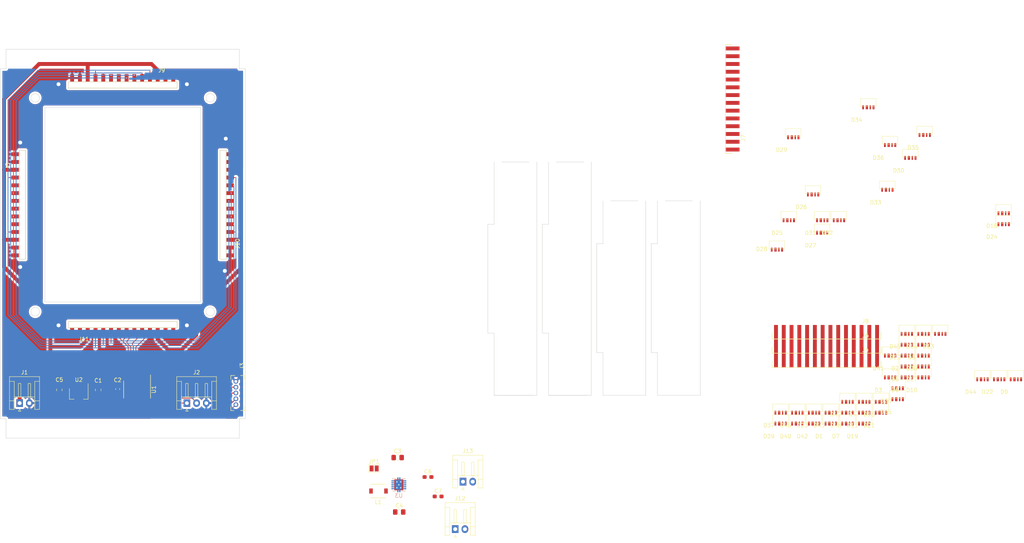
<source format=kicad_pcb>
(kicad_pcb (version 20171130) (host pcbnew "(5.0.0)")

  (general
    (thickness 1.6)
    (drawings 73)
    (tracks 236)
    (zones 0)
    (modules 73)
    (nets 107)
  )

  (page A4)
  (layers
    (0 F.Cu signal)
    (31 B.Cu signal)
    (36 B.SilkS user)
    (37 F.SilkS user)
    (38 B.Mask user)
    (39 F.Mask user)
    (40 Dwgs.User user)
    (41 Cmts.User user)
    (42 Eco1.User user)
    (43 Eco2.User user)
    (44 Edge.Cuts user)
    (45 Margin user)
    (46 B.CrtYd user)
    (47 F.CrtYd user)
    (48 B.Fab user)
    (49 F.Fab user)
  )

  (setup
    (last_trace_width 0.2)
    (user_trace_width 0.16)
    (user_trace_width 0.2)
    (user_trace_width 0.5)
    (user_trace_width 0.8)
    (user_trace_width 1)
    (trace_clearance 0.2032)
    (zone_clearance 0.508)
    (zone_45_only no)
    (trace_min 0.1524)
    (segment_width 0.2)
    (edge_width 0.1)
    (via_size 0.2032)
    (via_drill 0.1524)
    (via_min_size 0.1524)
    (via_min_drill 0.1524)
    (user_via 0.3 0.2)
    (user_via 1.5 1)
    (uvia_size 0.3)
    (uvia_drill 0.1)
    (uvias_allowed no)
    (uvia_min_size 0.2)
    (uvia_min_drill 0.1)
    (pcb_text_width 0.3)
    (pcb_text_size 1.5 1.5)
    (mod_edge_width 0.15)
    (mod_text_size 1 1)
    (mod_text_width 0.15)
    (pad_size 1.524 1.524)
    (pad_drill 0.762)
    (pad_to_mask_clearance 0)
    (aux_axis_origin 49.5 140)
    (grid_origin 49.5 140)
    (visible_elements 7FFFFFFF)
    (pcbplotparams
      (layerselection 0x010fc_ffffffff)
      (usegerberextensions false)
      (usegerberattributes false)
      (usegerberadvancedattributes false)
      (creategerberjobfile false)
      (excludeedgelayer true)
      (linewidth 0.100000)
      (plotframeref false)
      (viasonmask false)
      (mode 1)
      (useauxorigin false)
      (hpglpennumber 1)
      (hpglpenspeed 20)
      (hpglpendiameter 15.000000)
      (psnegative false)
      (psa4output false)
      (plotreference true)
      (plotvalue true)
      (plotinvisibletext false)
      (padsonsilk false)
      (subtractmaskfromsilk false)
      (outputformat 1)
      (mirror false)
      (drillshape 1)
      (scaleselection 1)
      (outputdirectory ""))
  )

  (net 0 "")
  (net 1 "Net-(L1-Pad1)")
  (net 2 "Net-(L1-Pad2)")
  (net 3 /TX)
  (net 4 /RX)
  (net 5 /SWCLK)
  (net 6 /SWDIO)
  (net 7 GND)
  (net 8 +3V3)
  (net 9 +BATT)
  (net 10 "Net-(JP1-Pad2)")
  (net 11 /SDA)
  (net 12 /SCL)
  (net 13 /NRST)
  (net 14 "Net-(D46-Pad1)")
  (net 15 "Net-(D37-Pad2)")
  (net 16 "Net-(D46-Pad3)")
  (net 17 "Net-(D37-Pad4)")
  (net 18 "Net-(D25-Pad4)")
  (net 19 "Net-(D30-Pad3)")
  (net 20 "Net-(D28-Pad2)")
  (net 21 "Net-(D29-Pad3)")
  (net 22 "Net-(D37-Pad3)")
  (net 23 "Net-(D38-Pad3)")
  (net 24 "Net-(D25-Pad3)")
  (net 25 "Net-(D25-Pad2)")
  (net 26 "Net-(D25-Pad1)")
  (net 27 "Net-(D26-Pad3)")
  (net 28 "Net-(D27-Pad3)")
  (net 29 "Net-(D28-Pad1)")
  (net 30 "Net-(D28-Pad3)")
  (net 31 "Net-(D31-Pad1)")
  (net 32 "Net-(D31-Pad2)")
  (net 33 "Net-(D31-Pad3)")
  (net 34 "Net-(D32-Pad3)")
  (net 35 "Net-(D33-Pad3)")
  (net 36 "Net-(D34-Pad3)")
  (net 37 "Net-(D34-Pad1)")
  (net 38 "Net-(D35-Pad3)")
  (net 39 "Net-(D36-Pad3)")
  (net 40 "Net-(D37-Pad1)")
  (net 41 "Net-(D22-Pad3)")
  (net 42 "Net-(D13-Pad2)")
  (net 43 "Net-(D23-Pad3)")
  (net 44 "Net-(D13-Pad4)")
  (net 45 "Net-(D39-Pad3)")
  (net 46 "Net-(D40-Pad1)")
  (net 47 "Net-(D40-Pad2)")
  (net 48 "Net-(D40-Pad3)")
  (net 49 "Net-(D41-Pad3)")
  (net 50 "Net-(D42-Pad3)")
  (net 51 "Net-(D43-Pad3)")
  (net 52 "Net-(D43-Pad2)")
  (net 53 "Net-(D43-Pad1)")
  (net 54 "Net-(D44-Pad3)")
  (net 55 "Net-(D45-Pad3)")
  (net 56 "Net-(D47-Pad3)")
  (net 57 "Net-(D22-Pad1)")
  (net 58 "Net-(D48-Pad3)")
  (net 59 "Net-(D5-Pad3)")
  (net 60 "Net-(D4-Pad2)")
  (net 61 "Net-(D6-Pad3)")
  (net 62 "Net-(D1-Pad4)")
  (net 63 "Net-(D12-Pad3)")
  (net 64 "Net-(D1-Pad2)")
  (net 65 "Net-(D11-Pad3)")
  (net 66 "Net-(D1-Pad1)")
  (net 67 "Net-(D1-Pad3)")
  (net 68 "Net-(D2-Pad3)")
  (net 69 "Net-(D3-Pad3)")
  (net 70 "Net-(D4-Pad3)")
  (net 71 "Net-(D4-Pad1)")
  (net 72 "Net-(D7-Pad3)")
  (net 73 "Net-(D7-Pad2)")
  (net 74 "Net-(D7-Pad1)")
  (net 75 "Net-(D8-Pad3)")
  (net 76 "Net-(D9-Pad3)")
  (net 77 "Net-(D10-Pad3)")
  (net 78 "Net-(D13-Pad3)")
  (net 79 "Net-(D13-Pad1)")
  (net 80 "Net-(D14-Pad3)")
  (net 81 "Net-(D15-Pad3)")
  (net 82 "Net-(D16-Pad1)")
  (net 83 "Net-(D16-Pad2)")
  (net 84 "Net-(D16-Pad3)")
  (net 85 "Net-(D17-Pad3)")
  (net 86 "Net-(D18-Pad3)")
  (net 87 "Net-(D19-Pad3)")
  (net 88 "Net-(D19-Pad2)")
  (net 89 "Net-(D19-Pad1)")
  (net 90 "Net-(D20-Pad3)")
  (net 91 "Net-(D21-Pad3)")
  (net 92 "Net-(D24-Pad3)")
  (net 93 "Net-(D10-Pad1)")
  (net 94 /LED_0)
  (net 95 /LED_1)
  (net 96 /LED_2)
  (net 97 /LED_3)
  (net 98 "Net-(C4-Pad1)")
  (net 99 GNDD)
  (net 100 "Net-(C3-Pad1)")
  (net 101 "Net-(U1-Pad1)")
  (net 102 "Net-(U1-Pad10)")
  (net 103 "Net-(U1-Pad11)")
  (net 104 "Net-(U1-Pad12)")
  (net 105 "Net-(U1-Pad13)")
  (net 106 "Net-(U1-Pad14)")

  (net_class Default "これはデフォルトのネット クラスです。"
    (clearance 0.2032)
    (trace_width 0.2032)
    (via_dia 0.2032)
    (via_drill 0.1524)
    (uvia_dia 0.3)
    (uvia_drill 0.1)
    (diff_pair_gap 0.2032)
    (diff_pair_width 0.2)
    (add_net +3V3)
    (add_net +BATT)
    (add_net /LED_0)
    (add_net /LED_1)
    (add_net /LED_2)
    (add_net /LED_3)
    (add_net /NRST)
    (add_net /RX)
    (add_net /SCL)
    (add_net /SDA)
    (add_net /SWCLK)
    (add_net /SWDIO)
    (add_net /TX)
    (add_net GND)
    (add_net GNDD)
    (add_net "Net-(C3-Pad1)")
    (add_net "Net-(C4-Pad1)")
    (add_net "Net-(D1-Pad1)")
    (add_net "Net-(D1-Pad2)")
    (add_net "Net-(D1-Pad3)")
    (add_net "Net-(D1-Pad4)")
    (add_net "Net-(D10-Pad1)")
    (add_net "Net-(D10-Pad3)")
    (add_net "Net-(D11-Pad3)")
    (add_net "Net-(D12-Pad3)")
    (add_net "Net-(D13-Pad1)")
    (add_net "Net-(D13-Pad2)")
    (add_net "Net-(D13-Pad3)")
    (add_net "Net-(D13-Pad4)")
    (add_net "Net-(D14-Pad3)")
    (add_net "Net-(D15-Pad3)")
    (add_net "Net-(D16-Pad1)")
    (add_net "Net-(D16-Pad2)")
    (add_net "Net-(D16-Pad3)")
    (add_net "Net-(D17-Pad3)")
    (add_net "Net-(D18-Pad3)")
    (add_net "Net-(D19-Pad1)")
    (add_net "Net-(D19-Pad2)")
    (add_net "Net-(D19-Pad3)")
    (add_net "Net-(D2-Pad3)")
    (add_net "Net-(D20-Pad3)")
    (add_net "Net-(D21-Pad3)")
    (add_net "Net-(D22-Pad1)")
    (add_net "Net-(D22-Pad3)")
    (add_net "Net-(D23-Pad3)")
    (add_net "Net-(D24-Pad3)")
    (add_net "Net-(D25-Pad1)")
    (add_net "Net-(D25-Pad2)")
    (add_net "Net-(D25-Pad3)")
    (add_net "Net-(D25-Pad4)")
    (add_net "Net-(D26-Pad3)")
    (add_net "Net-(D27-Pad3)")
    (add_net "Net-(D28-Pad1)")
    (add_net "Net-(D28-Pad2)")
    (add_net "Net-(D28-Pad3)")
    (add_net "Net-(D29-Pad3)")
    (add_net "Net-(D3-Pad3)")
    (add_net "Net-(D30-Pad3)")
    (add_net "Net-(D31-Pad1)")
    (add_net "Net-(D31-Pad2)")
    (add_net "Net-(D31-Pad3)")
    (add_net "Net-(D32-Pad3)")
    (add_net "Net-(D33-Pad3)")
    (add_net "Net-(D34-Pad1)")
    (add_net "Net-(D34-Pad3)")
    (add_net "Net-(D35-Pad3)")
    (add_net "Net-(D36-Pad3)")
    (add_net "Net-(D37-Pad1)")
    (add_net "Net-(D37-Pad2)")
    (add_net "Net-(D37-Pad3)")
    (add_net "Net-(D37-Pad4)")
    (add_net "Net-(D38-Pad3)")
    (add_net "Net-(D39-Pad3)")
    (add_net "Net-(D4-Pad1)")
    (add_net "Net-(D4-Pad2)")
    (add_net "Net-(D4-Pad3)")
    (add_net "Net-(D40-Pad1)")
    (add_net "Net-(D40-Pad2)")
    (add_net "Net-(D40-Pad3)")
    (add_net "Net-(D41-Pad3)")
    (add_net "Net-(D42-Pad3)")
    (add_net "Net-(D43-Pad1)")
    (add_net "Net-(D43-Pad2)")
    (add_net "Net-(D43-Pad3)")
    (add_net "Net-(D44-Pad3)")
    (add_net "Net-(D45-Pad3)")
    (add_net "Net-(D46-Pad1)")
    (add_net "Net-(D46-Pad3)")
    (add_net "Net-(D47-Pad3)")
    (add_net "Net-(D48-Pad3)")
    (add_net "Net-(D5-Pad3)")
    (add_net "Net-(D6-Pad3)")
    (add_net "Net-(D7-Pad1)")
    (add_net "Net-(D7-Pad2)")
    (add_net "Net-(D7-Pad3)")
    (add_net "Net-(D8-Pad3)")
    (add_net "Net-(D9-Pad3)")
    (add_net "Net-(JP1-Pad2)")
    (add_net "Net-(L1-Pad1)")
    (add_net "Net-(L1-Pad2)")
    (add_net "Net-(U1-Pad1)")
    (add_net "Net-(U1-Pad10)")
    (add_net "Net-(U1-Pad11)")
    (add_net "Net-(U1-Pad12)")
    (add_net "Net-(U1-Pad13)")
    (add_net "Net-(U1-Pad14)")
  )

  (module Capacitor_SMD:C_0603_1608Metric_Pad1.05x0.95mm_HandSolder (layer F.Cu) (tedit 5B301BBE) (tstamp 5C01F394)
    (at 162.1 160)
    (descr "Capacitor SMD 0603 (1608 Metric), square (rectangular) end terminal, IPC_7351 nominal with elongated pad for handsoldering. (Body size source: http://www.tortai-tech.com/upload/download/2011102023233369053.pdf), generated with kicad-footprint-generator")
    (tags "capacitor handsolder")
    (path /5C93CE90)
    (attr smd)
    (fp_text reference C7 (at 0 -1.43) (layer F.SilkS)
      (effects (font (size 1 1) (thickness 0.15)))
    )
    (fp_text value 0.1u (at 0 1.43) (layer F.Fab)
      (effects (font (size 1 1) (thickness 0.15)))
    )
    (fp_line (start -0.8 0.4) (end -0.8 -0.4) (layer F.Fab) (width 0.1))
    (fp_line (start -0.8 -0.4) (end 0.8 -0.4) (layer F.Fab) (width 0.1))
    (fp_line (start 0.8 -0.4) (end 0.8 0.4) (layer F.Fab) (width 0.1))
    (fp_line (start 0.8 0.4) (end -0.8 0.4) (layer F.Fab) (width 0.1))
    (fp_line (start -0.171267 -0.51) (end 0.171267 -0.51) (layer F.SilkS) (width 0.12))
    (fp_line (start -0.171267 0.51) (end 0.171267 0.51) (layer F.SilkS) (width 0.12))
    (fp_line (start -1.65 0.73) (end -1.65 -0.73) (layer F.CrtYd) (width 0.05))
    (fp_line (start -1.65 -0.73) (end 1.65 -0.73) (layer F.CrtYd) (width 0.05))
    (fp_line (start 1.65 -0.73) (end 1.65 0.73) (layer F.CrtYd) (width 0.05))
    (fp_line (start 1.65 0.73) (end -1.65 0.73) (layer F.CrtYd) (width 0.05))
    (fp_text user %R (at 0 0) (layer F.Fab)
      (effects (font (size 0.4 0.4) (thickness 0.06)))
    )
    (pad 1 smd roundrect (at -0.875 0) (size 1.05 0.95) (layers F.Cu F.Paste F.Mask) (roundrect_rratio 0.25)
      (net 98 "Net-(C4-Pad1)"))
    (pad 2 smd roundrect (at 0.875 0) (size 1.05 0.95) (layers F.Cu F.Paste F.Mask) (roundrect_rratio 0.25)
      (net 99 GNDD))
    (model ${KISYS3DMOD}/Capacitor_SMD.3dshapes/C_0603_1608Metric.wrl
      (at (xyz 0 0 0))
      (scale (xyz 1 1 1))
      (rotate (xyz 0 0 0))
    )
  )

  (module Capacitor_SMD:C_0603_1608Metric_Pad1.05x0.95mm_HandSolder (layer F.Cu) (tedit 5B301BBE) (tstamp 5C01F363)
    (at 159.5 155)
    (descr "Capacitor SMD 0603 (1608 Metric), square (rectangular) end terminal, IPC_7351 nominal with elongated pad for handsoldering. (Body size source: http://www.tortai-tech.com/upload/download/2011102023233369053.pdf), generated with kicad-footprint-generator")
    (tags "capacitor handsolder")
    (path /5C97155C)
    (attr smd)
    (fp_text reference C6 (at 0 -1.43) (layer F.SilkS)
      (effects (font (size 1 1) (thickness 0.15)))
    )
    (fp_text value 0.1u (at 0 1.43) (layer F.Fab)
      (effects (font (size 1 1) (thickness 0.15)))
    )
    (fp_text user %R (at 0 0) (layer F.Fab)
      (effects (font (size 0.4 0.4) (thickness 0.06)))
    )
    (fp_line (start 1.65 0.73) (end -1.65 0.73) (layer F.CrtYd) (width 0.05))
    (fp_line (start 1.65 -0.73) (end 1.65 0.73) (layer F.CrtYd) (width 0.05))
    (fp_line (start -1.65 -0.73) (end 1.65 -0.73) (layer F.CrtYd) (width 0.05))
    (fp_line (start -1.65 0.73) (end -1.65 -0.73) (layer F.CrtYd) (width 0.05))
    (fp_line (start -0.171267 0.51) (end 0.171267 0.51) (layer F.SilkS) (width 0.12))
    (fp_line (start -0.171267 -0.51) (end 0.171267 -0.51) (layer F.SilkS) (width 0.12))
    (fp_line (start 0.8 0.4) (end -0.8 0.4) (layer F.Fab) (width 0.1))
    (fp_line (start 0.8 -0.4) (end 0.8 0.4) (layer F.Fab) (width 0.1))
    (fp_line (start -0.8 -0.4) (end 0.8 -0.4) (layer F.Fab) (width 0.1))
    (fp_line (start -0.8 0.4) (end -0.8 -0.4) (layer F.Fab) (width 0.1))
    (pad 2 smd roundrect (at 0.875 0) (size 1.05 0.95) (layers F.Cu F.Paste F.Mask) (roundrect_rratio 0.25)
      (net 99 GNDD))
    (pad 1 smd roundrect (at -0.875 0) (size 1.05 0.95) (layers F.Cu F.Paste F.Mask) (roundrect_rratio 0.25)
      (net 100 "Net-(C3-Pad1)"))
    (model ${KISYS3DMOD}/Capacitor_SMD.3dshapes/C_0603_1608Metric.wrl
      (at (xyz 0 0 0))
      (scale (xyz 1 1 1))
      (rotate (xyz 0 0 0))
    )
  )

  (module Capacitor_SMD:C_0805_2012Metric_Pad1.15x1.40mm_HandSolder (layer F.Cu) (tedit 5B36C52B) (tstamp 5C01F352)
    (at 64.7 132.6 270)
    (descr "Capacitor SMD 0805 (2012 Metric), square (rectangular) end terminal, IPC_7351 nominal with elongated pad for handsoldering. (Body size source: https://docs.google.com/spreadsheets/d/1BsfQQcO9C6DZCsRaXUlFlo91Tg2WpOkGARC1WS5S8t0/edit?usp=sharing), generated with kicad-footprint-generator")
    (tags "capacitor handsolder")
    (path /5CBE9287)
    (attr smd)
    (fp_text reference C5 (at -2.6 0) (layer F.SilkS)
      (effects (font (size 1 1) (thickness 0.15)))
    )
    (fp_text value 1u (at 0 1.65 270) (layer F.Fab)
      (effects (font (size 1 1) (thickness 0.15)))
    )
    (fp_text user %R (at 0 0 270) (layer F.Fab)
      (effects (font (size 0.5 0.5) (thickness 0.08)))
    )
    (fp_line (start 1.85 0.95) (end -1.85 0.95) (layer F.CrtYd) (width 0.05))
    (fp_line (start 1.85 -0.95) (end 1.85 0.95) (layer F.CrtYd) (width 0.05))
    (fp_line (start -1.85 -0.95) (end 1.85 -0.95) (layer F.CrtYd) (width 0.05))
    (fp_line (start -1.85 0.95) (end -1.85 -0.95) (layer F.CrtYd) (width 0.05))
    (fp_line (start -0.261252 0.71) (end 0.261252 0.71) (layer F.SilkS) (width 0.12))
    (fp_line (start -0.261252 -0.71) (end 0.261252 -0.71) (layer F.SilkS) (width 0.12))
    (fp_line (start 1 0.6) (end -1 0.6) (layer F.Fab) (width 0.1))
    (fp_line (start 1 -0.6) (end 1 0.6) (layer F.Fab) (width 0.1))
    (fp_line (start -1 -0.6) (end 1 -0.6) (layer F.Fab) (width 0.1))
    (fp_line (start -1 0.6) (end -1 -0.6) (layer F.Fab) (width 0.1))
    (pad 2 smd roundrect (at 1.025 0 270) (size 1.15 1.4) (layers F.Cu F.Paste F.Mask) (roundrect_rratio 0.217391)
      (net 7 GND))
    (pad 1 smd roundrect (at -1.025 0 270) (size 1.15 1.4) (layers F.Cu F.Paste F.Mask) (roundrect_rratio 0.217391)
      (net 9 +BATT))
    (model ${KISYS3DMOD}/Capacitor_SMD.3dshapes/C_0805_2012Metric.wrl
      (at (xyz 0 0 0))
      (scale (xyz 1 1 1))
      (rotate (xyz 0 0 0))
    )
  )

  (module Capacitor_SMD:C_0805_2012Metric_Pad1.15x1.40mm_HandSolder (layer F.Cu) (tedit 5B36C52B) (tstamp 5C01F2F2)
    (at 74.7 132.6 270)
    (descr "Capacitor SMD 0805 (2012 Metric), square (rectangular) end terminal, IPC_7351 nominal with elongated pad for handsoldering. (Body size source: https://docs.google.com/spreadsheets/d/1BsfQQcO9C6DZCsRaXUlFlo91Tg2WpOkGARC1WS5S8t0/edit?usp=sharing), generated with kicad-footprint-generator")
    (tags "capacitor handsolder")
    (path /5BEE80EA)
    (attr smd)
    (fp_text reference C1 (at -2.4 0) (layer F.SilkS)
      (effects (font (size 1 1) (thickness 0.15)))
    )
    (fp_text value 10u (at 0 1.65 270) (layer F.Fab)
      (effects (font (size 1 1) (thickness 0.15)))
    )
    (fp_line (start -1 0.6) (end -1 -0.6) (layer F.Fab) (width 0.1))
    (fp_line (start -1 -0.6) (end 1 -0.6) (layer F.Fab) (width 0.1))
    (fp_line (start 1 -0.6) (end 1 0.6) (layer F.Fab) (width 0.1))
    (fp_line (start 1 0.6) (end -1 0.6) (layer F.Fab) (width 0.1))
    (fp_line (start -0.261252 -0.71) (end 0.261252 -0.71) (layer F.SilkS) (width 0.12))
    (fp_line (start -0.261252 0.71) (end 0.261252 0.71) (layer F.SilkS) (width 0.12))
    (fp_line (start -1.85 0.95) (end -1.85 -0.95) (layer F.CrtYd) (width 0.05))
    (fp_line (start -1.85 -0.95) (end 1.85 -0.95) (layer F.CrtYd) (width 0.05))
    (fp_line (start 1.85 -0.95) (end 1.85 0.95) (layer F.CrtYd) (width 0.05))
    (fp_line (start 1.85 0.95) (end -1.85 0.95) (layer F.CrtYd) (width 0.05))
    (fp_text user %R (at 0 0 270) (layer F.Fab)
      (effects (font (size 0.5 0.5) (thickness 0.08)))
    )
    (pad 1 smd roundrect (at -1.025 0 270) (size 1.15 1.4) (layers F.Cu F.Paste F.Mask) (roundrect_rratio 0.217391)
      (net 8 +3V3))
    (pad 2 smd roundrect (at 1.025 0 270) (size 1.15 1.4) (layers F.Cu F.Paste F.Mask) (roundrect_rratio 0.217391)
      (net 7 GND))
    (model ${KISYS3DMOD}/Capacitor_SMD.3dshapes/C_0805_2012Metric.wrl
      (at (xyz 0 0 0))
      (scale (xyz 1 1 1))
      (rotate (xyz 0 0 0))
    )
  )

  (module Connector_JST:JST_EH_S02B-EH_1x02_P2.50mm_Horizontal (layer F.Cu) (tedit 5A0EBB2C) (tstamp 5C01F2F1)
    (at 166.5 168.4)
    (descr "JST EH series connector, S02B-EH (http://www.jst-mfg.com/product/pdf/eng/eEH.pdf), generated with kicad-footprint-generator")
    (tags "connector JST EH top entry")
    (path /5CAADB4F)
    (fp_text reference J12 (at 1.25 -7.9) (layer F.SilkS)
      (effects (font (size 1 1) (thickness 0.15)))
    )
    (fp_text value IN (at 1.25 2.7) (layer F.Fab)
      (effects (font (size 1 1) (thickness 0.15)))
    )
    (fp_line (start -1.5 -0.7) (end -1.5 1.5) (layer F.Fab) (width 0.1))
    (fp_line (start -1.5 1.5) (end -2.5 1.5) (layer F.Fab) (width 0.1))
    (fp_line (start -2.5 1.5) (end -2.5 -6.7) (layer F.Fab) (width 0.1))
    (fp_line (start -2.5 -6.7) (end 5 -6.7) (layer F.Fab) (width 0.1))
    (fp_line (start 5 -6.7) (end 5 1.5) (layer F.Fab) (width 0.1))
    (fp_line (start 5 1.5) (end 4 1.5) (layer F.Fab) (width 0.1))
    (fp_line (start 4 1.5) (end 4 -0.7) (layer F.Fab) (width 0.1))
    (fp_line (start 4 -0.7) (end -1.5 -0.7) (layer F.Fab) (width 0.1))
    (fp_line (start -3 -7.2) (end -3 2) (layer F.CrtYd) (width 0.05))
    (fp_line (start -3 2) (end 5.5 2) (layer F.CrtYd) (width 0.05))
    (fp_line (start 5.5 2) (end 5.5 -7.2) (layer F.CrtYd) (width 0.05))
    (fp_line (start 5.5 -7.2) (end -3 -7.2) (layer F.CrtYd) (width 0.05))
    (fp_line (start -1.39 -0.59) (end -1.39 1.61) (layer F.SilkS) (width 0.12))
    (fp_line (start -1.39 1.61) (end -2.61 1.61) (layer F.SilkS) (width 0.12))
    (fp_line (start -2.61 1.61) (end -2.61 -6.81) (layer F.SilkS) (width 0.12))
    (fp_line (start -2.61 -6.81) (end 5.11 -6.81) (layer F.SilkS) (width 0.12))
    (fp_line (start 5.11 -6.81) (end 5.11 1.61) (layer F.SilkS) (width 0.12))
    (fp_line (start 5.11 1.61) (end 3.89 1.61) (layer F.SilkS) (width 0.12))
    (fp_line (start 3.89 1.61) (end 3.89 -0.59) (layer F.SilkS) (width 0.12))
    (fp_line (start -2.61 -5.59) (end -1.39 -5.59) (layer F.SilkS) (width 0.12))
    (fp_line (start -1.39 -5.59) (end -1.39 -0.59) (layer F.SilkS) (width 0.12))
    (fp_line (start -1.39 -0.59) (end -2.61 -0.59) (layer F.SilkS) (width 0.12))
    (fp_line (start 5.11 -5.59) (end 3.89 -5.59) (layer F.SilkS) (width 0.12))
    (fp_line (start 3.89 -5.59) (end 3.89 -0.59) (layer F.SilkS) (width 0.12))
    (fp_line (start 3.89 -0.59) (end 5.11 -0.59) (layer F.SilkS) (width 0.12))
    (fp_line (start -1.39 -1.59) (end 3.89 -1.59) (layer F.SilkS) (width 0.12))
    (fp_line (start 0 -1.59) (end -0.32 -1.59) (layer F.SilkS) (width 0.12))
    (fp_line (start -0.32 -1.59) (end -0.32 -5.01) (layer F.SilkS) (width 0.12))
    (fp_line (start -0.32 -5.01) (end 0 -5.09) (layer F.SilkS) (width 0.12))
    (fp_line (start 0 -5.09) (end 0.32 -5.01) (layer F.SilkS) (width 0.12))
    (fp_line (start 0.32 -5.01) (end 0.32 -1.59) (layer F.SilkS) (width 0.12))
    (fp_line (start 0.32 -1.59) (end 0 -1.59) (layer F.SilkS) (width 0.12))
    (fp_line (start 1.17 -0.59) (end 1.33 -0.59) (layer F.SilkS) (width 0.12))
    (fp_line (start 2.5 -1.59) (end 2.18 -1.59) (layer F.SilkS) (width 0.12))
    (fp_line (start 2.18 -1.59) (end 2.18 -5.01) (layer F.SilkS) (width 0.12))
    (fp_line (start 2.18 -5.01) (end 2.5 -5.09) (layer F.SilkS) (width 0.12))
    (fp_line (start 2.5 -5.09) (end 2.82 -5.01) (layer F.SilkS) (width 0.12))
    (fp_line (start 2.82 -5.01) (end 2.82 -1.59) (layer F.SilkS) (width 0.12))
    (fp_line (start 2.82 -1.59) (end 2.5 -1.59) (layer F.SilkS) (width 0.12))
    (fp_line (start 0 1.5) (end -0.3 2.1) (layer F.SilkS) (width 0.12))
    (fp_line (start -0.3 2.1) (end 0.3 2.1) (layer F.SilkS) (width 0.12))
    (fp_line (start 0.3 2.1) (end 0 1.5) (layer F.SilkS) (width 0.12))
    (fp_line (start -0.5 -0.7) (end 0 -1.407107) (layer F.Fab) (width 0.1))
    (fp_line (start 0 -1.407107) (end 0.5 -0.7) (layer F.Fab) (width 0.1))
    (fp_text user %R (at 1.25 -2.6) (layer F.Fab)
      (effects (font (size 1 1) (thickness 0.15)))
    )
    (pad 1 thru_hole rect (at 0 0) (size 1.7 2) (drill 1) (layers *.Cu *.Mask)
      (net 100 "Net-(C3-Pad1)"))
    (pad 2 thru_hole oval (at 2.5 0) (size 1.7 2) (drill 1) (layers *.Cu *.Mask)
      (net 99 GNDD))
    (model ${KISYS3DMOD}/Connector_JST.3dshapes/JST_EH_S02B-EH_1x02_P2.50mm_Horizontal.wrl
      (at (xyz 0 0 0))
      (scale (xyz 1 1 1))
      (rotate (xyz 0 0 0))
    )
  )

  (module Connector_JST:JST_EH_S02B-EH_1x02_P2.50mm_Horizontal (layer F.Cu) (tedit 5A0EBB2C) (tstamp 5C01F25A)
    (at 168.5 156.2)
    (descr "JST EH series connector, S02B-EH (http://www.jst-mfg.com/product/pdf/eng/eEH.pdf), generated with kicad-footprint-generator")
    (tags "connector JST EH top entry")
    (path /5CAADD96)
    (fp_text reference J13 (at 1.25 -7.9) (layer F.SilkS)
      (effects (font (size 1 1) (thickness 0.15)))
    )
    (fp_text value OUT (at 1.25 2.7) (layer F.Fab)
      (effects (font (size 1 1) (thickness 0.15)))
    )
    (fp_text user %R (at 1.25 -2.6) (layer F.Fab)
      (effects (font (size 1 1) (thickness 0.15)))
    )
    (fp_line (start 0 -1.407107) (end 0.5 -0.7) (layer F.Fab) (width 0.1))
    (fp_line (start -0.5 -0.7) (end 0 -1.407107) (layer F.Fab) (width 0.1))
    (fp_line (start 0.3 2.1) (end 0 1.5) (layer F.SilkS) (width 0.12))
    (fp_line (start -0.3 2.1) (end 0.3 2.1) (layer F.SilkS) (width 0.12))
    (fp_line (start 0 1.5) (end -0.3 2.1) (layer F.SilkS) (width 0.12))
    (fp_line (start 2.82 -1.59) (end 2.5 -1.59) (layer F.SilkS) (width 0.12))
    (fp_line (start 2.82 -5.01) (end 2.82 -1.59) (layer F.SilkS) (width 0.12))
    (fp_line (start 2.5 -5.09) (end 2.82 -5.01) (layer F.SilkS) (width 0.12))
    (fp_line (start 2.18 -5.01) (end 2.5 -5.09) (layer F.SilkS) (width 0.12))
    (fp_line (start 2.18 -1.59) (end 2.18 -5.01) (layer F.SilkS) (width 0.12))
    (fp_line (start 2.5 -1.59) (end 2.18 -1.59) (layer F.SilkS) (width 0.12))
    (fp_line (start 1.17 -0.59) (end 1.33 -0.59) (layer F.SilkS) (width 0.12))
    (fp_line (start 0.32 -1.59) (end 0 -1.59) (layer F.SilkS) (width 0.12))
    (fp_line (start 0.32 -5.01) (end 0.32 -1.59) (layer F.SilkS) (width 0.12))
    (fp_line (start 0 -5.09) (end 0.32 -5.01) (layer F.SilkS) (width 0.12))
    (fp_line (start -0.32 -5.01) (end 0 -5.09) (layer F.SilkS) (width 0.12))
    (fp_line (start -0.32 -1.59) (end -0.32 -5.01) (layer F.SilkS) (width 0.12))
    (fp_line (start 0 -1.59) (end -0.32 -1.59) (layer F.SilkS) (width 0.12))
    (fp_line (start -1.39 -1.59) (end 3.89 -1.59) (layer F.SilkS) (width 0.12))
    (fp_line (start 3.89 -0.59) (end 5.11 -0.59) (layer F.SilkS) (width 0.12))
    (fp_line (start 3.89 -5.59) (end 3.89 -0.59) (layer F.SilkS) (width 0.12))
    (fp_line (start 5.11 -5.59) (end 3.89 -5.59) (layer F.SilkS) (width 0.12))
    (fp_line (start -1.39 -0.59) (end -2.61 -0.59) (layer F.SilkS) (width 0.12))
    (fp_line (start -1.39 -5.59) (end -1.39 -0.59) (layer F.SilkS) (width 0.12))
    (fp_line (start -2.61 -5.59) (end -1.39 -5.59) (layer F.SilkS) (width 0.12))
    (fp_line (start 3.89 1.61) (end 3.89 -0.59) (layer F.SilkS) (width 0.12))
    (fp_line (start 5.11 1.61) (end 3.89 1.61) (layer F.SilkS) (width 0.12))
    (fp_line (start 5.11 -6.81) (end 5.11 1.61) (layer F.SilkS) (width 0.12))
    (fp_line (start -2.61 -6.81) (end 5.11 -6.81) (layer F.SilkS) (width 0.12))
    (fp_line (start -2.61 1.61) (end -2.61 -6.81) (layer F.SilkS) (width 0.12))
    (fp_line (start -1.39 1.61) (end -2.61 1.61) (layer F.SilkS) (width 0.12))
    (fp_line (start -1.39 -0.59) (end -1.39 1.61) (layer F.SilkS) (width 0.12))
    (fp_line (start 5.5 -7.2) (end -3 -7.2) (layer F.CrtYd) (width 0.05))
    (fp_line (start 5.5 2) (end 5.5 -7.2) (layer F.CrtYd) (width 0.05))
    (fp_line (start -3 2) (end 5.5 2) (layer F.CrtYd) (width 0.05))
    (fp_line (start -3 -7.2) (end -3 2) (layer F.CrtYd) (width 0.05))
    (fp_line (start 4 -0.7) (end -1.5 -0.7) (layer F.Fab) (width 0.1))
    (fp_line (start 4 1.5) (end 4 -0.7) (layer F.Fab) (width 0.1))
    (fp_line (start 5 1.5) (end 4 1.5) (layer F.Fab) (width 0.1))
    (fp_line (start 5 -6.7) (end 5 1.5) (layer F.Fab) (width 0.1))
    (fp_line (start -2.5 -6.7) (end 5 -6.7) (layer F.Fab) (width 0.1))
    (fp_line (start -2.5 1.5) (end -2.5 -6.7) (layer F.Fab) (width 0.1))
    (fp_line (start -1.5 1.5) (end -2.5 1.5) (layer F.Fab) (width 0.1))
    (fp_line (start -1.5 -0.7) (end -1.5 1.5) (layer F.Fab) (width 0.1))
    (pad 2 thru_hole oval (at 2.5 0) (size 1.7 2) (drill 1) (layers *.Cu *.Mask)
      (net 99 GNDD))
    (pad 1 thru_hole rect (at 0 0) (size 1.7 2) (drill 1) (layers *.Cu *.Mask)
      (net 98 "Net-(C4-Pad1)"))
    (model ${KISYS3DMOD}/Connector_JST.3dshapes/JST_EH_S02B-EH_1x02_P2.50mm_Horizontal.wrl
      (at (xyz 0 0 0))
      (scale (xyz 1 1 1))
      (rotate (xyz 0 0 0))
    )
  )

  (module Package_SO:TSSOP-20_4.4x6.5mm_P0.65mm (layer F.Cu) (tedit 5A02F25C) (tstamp 5C01F051)
    (at 84.7 132.5 270)
    (descr "20-Lead Plastic Thin Shrink Small Outline (ST)-4.4 mm Body [TSSOP] (see Microchip Packaging Specification 00000049BS.pdf)")
    (tags "SSOP 0.65")
    (path /5CFB1833)
    (attr smd)
    (fp_text reference U1 (at 0 -4.3 270) (layer F.SilkS)
      (effects (font (size 1 1) (thickness 0.15)))
    )
    (fp_text value STM32F042F6Px (at 4.7 0) (layer F.Fab)
      (effects (font (size 1 1) (thickness 0.15)))
    )
    (fp_line (start -1.2 -3.25) (end 2.2 -3.25) (layer F.Fab) (width 0.15))
    (fp_line (start 2.2 -3.25) (end 2.2 3.25) (layer F.Fab) (width 0.15))
    (fp_line (start 2.2 3.25) (end -2.2 3.25) (layer F.Fab) (width 0.15))
    (fp_line (start -2.2 3.25) (end -2.2 -2.25) (layer F.Fab) (width 0.15))
    (fp_line (start -2.2 -2.25) (end -1.2 -3.25) (layer F.Fab) (width 0.15))
    (fp_line (start -3.95 -3.55) (end -3.95 3.55) (layer F.CrtYd) (width 0.05))
    (fp_line (start 3.95 -3.55) (end 3.95 3.55) (layer F.CrtYd) (width 0.05))
    (fp_line (start -3.95 -3.55) (end 3.95 -3.55) (layer F.CrtYd) (width 0.05))
    (fp_line (start -3.95 3.55) (end 3.95 3.55) (layer F.CrtYd) (width 0.05))
    (fp_line (start -2.225 3.45) (end 2.225 3.45) (layer F.SilkS) (width 0.15))
    (fp_line (start -3.75 -3.45) (end 2.225 -3.45) (layer F.SilkS) (width 0.15))
    (fp_text user %R (at 0 0 270) (layer F.Fab)
      (effects (font (size 0.8 0.8) (thickness 0.15)))
    )
    (pad 1 smd rect (at -2.95 -2.925 270) (size 1.45 0.45) (layers F.Cu F.Paste F.Mask)
      (net 101 "Net-(U1-Pad1)"))
    (pad 2 smd rect (at -2.95 -2.275 270) (size 1.45 0.45) (layers F.Cu F.Paste F.Mask)
      (net 11 /SDA))
    (pad 3 smd rect (at -2.95 -1.625 270) (size 1.45 0.45) (layers F.Cu F.Paste F.Mask)
      (net 12 /SCL))
    (pad 4 smd rect (at -2.95 -0.975 270) (size 1.45 0.45) (layers F.Cu F.Paste F.Mask)
      (net 13 /NRST))
    (pad 5 smd rect (at -2.95 -0.325 270) (size 1.45 0.45) (layers F.Cu F.Paste F.Mask)
      (net 8 +3V3))
    (pad 6 smd rect (at -2.95 0.325 270) (size 1.45 0.45) (layers F.Cu F.Paste F.Mask)
      (net 94 /LED_0))
    (pad 7 smd rect (at -2.95 0.975 270) (size 1.45 0.45) (layers F.Cu F.Paste F.Mask)
      (net 95 /LED_1))
    (pad 8 smd rect (at -2.95 1.625 270) (size 1.45 0.45) (layers F.Cu F.Paste F.Mask)
      (net 96 /LED_2))
    (pad 9 smd rect (at -2.95 2.275 270) (size 1.45 0.45) (layers F.Cu F.Paste F.Mask)
      (net 97 /LED_3))
    (pad 10 smd rect (at -2.95 2.925 270) (size 1.45 0.45) (layers F.Cu F.Paste F.Mask)
      (net 102 "Net-(U1-Pad10)"))
    (pad 11 smd rect (at 2.95 2.925 270) (size 1.45 0.45) (layers F.Cu F.Paste F.Mask)
      (net 103 "Net-(U1-Pad11)"))
    (pad 12 smd rect (at 2.95 2.275 270) (size 1.45 0.45) (layers F.Cu F.Paste F.Mask)
      (net 104 "Net-(U1-Pad12)"))
    (pad 13 smd rect (at 2.95 1.625 270) (size 1.45 0.45) (layers F.Cu F.Paste F.Mask)
      (net 105 "Net-(U1-Pad13)"))
    (pad 14 smd rect (at 2.95 0.975 270) (size 1.45 0.45) (layers F.Cu F.Paste F.Mask)
      (net 106 "Net-(U1-Pad14)"))
    (pad 15 smd rect (at 2.95 0.325 270) (size 1.45 0.45) (layers F.Cu F.Paste F.Mask)
      (net 7 GND))
    (pad 16 smd rect (at 2.95 -0.325 270) (size 1.45 0.45) (layers F.Cu F.Paste F.Mask)
      (net 8 +3V3))
    (pad 17 smd rect (at 2.95 -0.975 270) (size 1.45 0.45) (layers F.Cu F.Paste F.Mask)
      (net 3 /TX))
    (pad 18 smd rect (at 2.95 -1.625 270) (size 1.45 0.45) (layers F.Cu F.Paste F.Mask)
      (net 4 /RX))
    (pad 19 smd rect (at 2.95 -2.275 270) (size 1.45 0.45) (layers F.Cu F.Paste F.Mask)
      (net 6 /SWDIO))
    (pad 20 smd rect (at 2.95 -2.925 270) (size 1.45 0.45) (layers F.Cu F.Paste F.Mask)
      (net 5 /SWCLK))
    (model ${KISYS3DMOD}/Package_SO.3dshapes/TSSOP-20_4.4x6.5mm_P0.65mm.wrl
      (at (xyz 0 0 0))
      (scale (xyz 1 1 1))
      (rotate (xyz 0 0 0))
    )
  )

  (module Package_SON:Texas_S-PVSON-N10_ThermalVias (layer B.Cu) (tedit 5A8E06E8) (tstamp 5C01EFF3)
    (at 152 157)
    (descr "3x3mm Body, 0.5mm Pitch, S-PVSON-N10, DRC, http://www.ti.com/lit/ds/symlink/tps61201.pdf")
    (tags "0.5 S-PVSON-N10 DRC")
    (path /5BE9E81D)
    (attr smd)
    (fp_text reference U3 (at 0 2.8) (layer B.SilkS)
      (effects (font (size 1 1) (thickness 0.15)) (justify mirror))
    )
    (fp_text value TPS63001 (at 0 -2.9) (layer B.Fab)
      (effects (font (size 1 1) (thickness 0.15)) (justify mirror))
    )
    (fp_text user %R (at 0 0) (layer B.Fab)
      (effects (font (size 0.7 0.7) (thickness 0.1)) (justify mirror))
    )
    (fp_line (start -1.625 -1.625) (end -1.625 -1.4) (layer B.SilkS) (width 0.12))
    (fp_line (start 1.625 -1.4) (end 1.625 -1.625) (layer B.SilkS) (width 0.12))
    (fp_line (start 1.625 1.4) (end 1.625 1.625) (layer B.SilkS) (width 0.12))
    (fp_line (start -1.625 -1.625) (end -0.65 -1.625) (layer B.SilkS) (width 0.12))
    (fp_line (start 0.65 1.625) (end 1.625 1.625) (layer B.SilkS) (width 0.12))
    (fp_line (start -1.625 1.625) (end -0.65 1.625) (layer B.SilkS) (width 0.12))
    (fp_line (start 0.65 -1.625) (end 1.625 -1.625) (layer B.SilkS) (width 0.12))
    (fp_line (start -2.15 -2.15) (end 2.15 -2.15) (layer B.CrtYd) (width 0.05))
    (fp_line (start -2.15 2.15) (end 2.15 2.15) (layer B.CrtYd) (width 0.05))
    (fp_line (start 2.15 2.15) (end 2.15 -2.15) (layer B.CrtYd) (width 0.05))
    (fp_line (start -2.15 2.15) (end -2.15 -2.15) (layer B.CrtYd) (width 0.05))
    (fp_line (start -0.775 1.55) (end 1.55 1.55) (layer B.Fab) (width 0.1))
    (fp_line (start 1.55 1.55) (end 1.55 -1.55) (layer B.Fab) (width 0.1))
    (fp_line (start 1.55 -1.55) (end -1.55 -1.55) (layer B.Fab) (width 0.1))
    (fp_line (start -1.55 -1.55) (end -1.55 0.775) (layer B.Fab) (width 0.1))
    (fp_line (start -0.775 1.55) (end -1.55 0.775) (layer B.Fab) (width 0.1))
    (pad 11 smd rect (at 0 0) (size 2.3 2.8) (layers F.Cu)
      (net 99 GNDD))
    (pad 11 thru_hole circle (at -0.5 -0.75) (size 0.6 0.6) (drill 0.3) (layers *.Cu *.Mask)
      (net 99 GNDD))
    (pad 11 thru_hole circle (at -0.5 0.75) (size 0.6 0.6) (drill 0.3) (layers *.Cu *.Mask)
      (net 99 GNDD))
    (pad 11 thru_hole circle (at 0.5 0.75) (size 0.6 0.6) (drill 0.3) (layers *.Cu *.Mask)
      (net 99 GNDD))
    (pad 11 thru_hole circle (at 0 0) (size 0.6 0.6) (drill 0.3) (layers *.Cu *.Mask)
      (net 99 GNDD))
    (pad 11 thru_hole circle (at 0.5 -0.75) (size 0.6 0.6) (drill 0.3) (layers *.Cu *.Mask)
      (net 99 GNDD))
    (pad 10 smd oval (at 1.475 1) (size 0.85 0.28) (layers B.Cu B.Paste B.Mask)
      (net 98 "Net-(C4-Pad1)") (solder_mask_margin 0.07) (solder_paste_margin -0.025))
    (pad 9 smd oval (at 1.475 0.5) (size 0.85 0.28) (layers B.Cu B.Paste B.Mask)
      (net 99 GNDD) (solder_mask_margin 0.07) (solder_paste_margin -0.025))
    (pad 8 smd oval (at 1.475 0) (size 0.85 0.28) (layers B.Cu B.Paste B.Mask)
      (net 100 "Net-(C3-Pad1)") (solder_mask_margin 0.07) (solder_paste_margin -0.025))
    (pad 7 smd rect (at 1.76 -0.5) (size 0.28 0.28) (layers B.Cu B.Paste B.Mask)
      (net 100 "Net-(C3-Pad1)") (solder_mask_margin 0.07) (solder_paste_margin -0.025))
    (pad 6 smd rect (at 1.76 -1) (size 0.28 0.28) (layers B.Cu B.Paste B.Mask)
      (net 10 "Net-(JP1-Pad2)") (solder_mask_margin 0.07) (solder_paste_margin -0.025))
    (pad 5 smd oval (at -1.475 -1) (size 0.85 0.28) (layers B.Cu B.Paste B.Mask)
      (net 100 "Net-(C3-Pad1)") (solder_mask_margin 0.07) (solder_paste_margin -0.025))
    (pad 4 smd rect (at -1.76 -0.5) (size 0.28 0.28) (layers B.Cu B.Paste B.Mask)
      (net 1 "Net-(L1-Pad1)") (solder_mask_margin 0.07) (solder_paste_margin -0.025))
    (pad 3 smd oval (at -1.475 0) (size 0.85 0.28) (layers B.Cu B.Paste B.Mask)
      (net 99 GNDD) (solder_mask_margin 0.07) (solder_paste_margin -0.025))
    (pad 2 smd rect (at -1.76 0.5) (size 0.28 0.28) (layers B.Cu B.Paste B.Mask)
      (net 2 "Net-(L1-Pad2)") (solder_mask_margin 0.07) (solder_paste_margin -0.025))
    (pad 1 smd rect (at -1.76 1) (size 0.28 0.28) (layers B.Cu B.Paste B.Mask)
      (net 98 "Net-(C4-Pad1)") (solder_mask_margin 0.07) (solder_paste_margin -0.025))
    (pad 11 smd rect (at 0 0) (size 1.65 2.4) (layers B.Cu B.Mask)
      (net 99 GNDD))
    (pad 11 smd rect (at 0.45 -0.635) (size 0.68 1.05) (layers B.Cu B.Paste B.Mask)
      (net 99 GNDD))
    (pad 11 smd rect (at -0.45 -0.635) (size 0.68 1.05) (layers B.Cu B.Paste B.Mask)
      (net 99 GNDD))
    (pad 11 smd rect (at 0.45 0.635) (size 0.68 1.05) (layers B.Cu B.Paste B.Mask)
      (net 99 GNDD))
    (pad 11 smd rect (at 0.25 -1.63) (size 0.26 0.5) (layers B.Cu B.Paste B.Mask)
      (net 99 GNDD))
    (pad 11 smd rect (at -0.25 -1.63) (size 0.26 0.5) (layers B.Cu B.Paste B.Mask)
      (net 99 GNDD))
    (pad 11 smd rect (at 0.25 1.63) (size 0.26 0.5) (layers B.Cu B.Paste B.Mask)
      (net 99 GNDD))
    (pad 11 smd rect (at 0.25 -1.55) (size 0.28 0.7) (layers B.Cu B.Mask)
      (net 99 GNDD))
    (pad 11 smd rect (at -0.25 -1.55) (size 0.28 0.7) (layers B.Cu B.Mask)
      (net 99 GNDD))
    (pad 11 smd rect (at 0.25 1.55) (size 0.28 0.7) (layers B.Cu B.Mask)
      (net 99 GNDD))
    (pad 11 smd rect (at -0.25 1.63) (size 0.26 0.5) (layers B.Cu B.Paste B.Mask)
      (net 99 GNDD))
    (pad 11 smd rect (at -0.25 1.55) (size 0.28 0.7) (layers B.Cu B.Mask)
      (net 99 GNDD))
    (pad 11 smd rect (at -0.45 0.635) (size 0.68 1.05) (layers B.Cu B.Paste B.Mask)
      (net 99 GNDD))
    (pad 10 smd rect (at 1.76 1) (size 0.28 0.28) (layers B.Cu B.Paste B.Mask)
      (net 98 "Net-(C4-Pad1)") (solder_mask_margin 0.07) (solder_paste_margin -0.025))
    (pad 9 smd rect (at 1.76 0.5) (size 0.28 0.28) (layers B.Cu B.Paste B.Mask)
      (net 99 GNDD) (solder_mask_margin 0.07) (solder_paste_margin -0.025))
    (pad 8 smd rect (at 1.76 0) (size 0.28 0.28) (layers B.Cu B.Paste B.Mask)
      (net 100 "Net-(C3-Pad1)") (solder_mask_margin 0.07) (solder_paste_margin -0.025))
    (pad 7 smd oval (at 1.475 -0.5) (size 0.85 0.28) (layers B.Cu B.Paste B.Mask)
      (net 100 "Net-(C3-Pad1)") (solder_mask_margin 0.07) (solder_paste_margin -0.025))
    (pad 6 smd oval (at 1.475 -1) (size 0.85 0.28) (layers B.Cu B.Paste B.Mask)
      (net 10 "Net-(JP1-Pad2)") (solder_mask_margin 0.07) (solder_paste_margin -0.025))
    (pad 5 smd rect (at -1.76 -1) (size 0.28 0.28) (layers B.Cu B.Paste B.Mask)
      (net 100 "Net-(C3-Pad1)") (solder_mask_margin 0.07) (solder_paste_margin -0.025))
    (pad 4 smd oval (at -1.475 -0.5) (size 0.85 0.28) (layers B.Cu B.Paste B.Mask)
      (net 1 "Net-(L1-Pad1)") (solder_mask_margin 0.07) (solder_paste_margin -0.025))
    (pad 3 smd rect (at -1.76 0) (size 0.28 0.28) (layers B.Cu B.Paste B.Mask)
      (net 99 GNDD) (solder_mask_margin 0.07) (solder_paste_margin -0.025))
    (pad 2 smd oval (at -1.475 0.5) (size 0.85 0.28) (layers B.Cu B.Paste B.Mask)
      (net 2 "Net-(L1-Pad2)") (solder_mask_margin 0.07) (solder_paste_margin -0.025))
    (pad 1 smd oval (at -1.475 1) (size 0.85 0.28) (layers B.Cu B.Paste B.Mask)
      (net 98 "Net-(C4-Pad1)") (solder_mask_margin 0.07) (solder_paste_margin -0.025))
    (model ${KISYS3DMOD}/Package_SON.3dshapes/Texas_S-PVSON-N10.wrl
      (at (xyz 0 0 0))
      (scale (xyz 1 1 1))
      (rotate (xyz 0 0 0))
    )
  )

  (module Package_TO_SOT_SMD:SOT-89-3 (layer F.Cu) (tedit 5A02FF57) (tstamp 5C01EFDC)
    (at 69.7 133.2 270)
    (descr SOT-89-3)
    (tags SOT-89-3)
    (path /5C8D331F)
    (attr smd)
    (fp_text reference U2 (at -3.2 0) (layer F.SilkS)
      (effects (font (size 1 1) (thickness 0.15)))
    )
    (fp_text value XC6202P332PR-G (at 4.2 0) (layer F.Fab)
      (effects (font (size 1 1) (thickness 0.15)))
    )
    (fp_text user %R (at 0.38 0) (layer F.Fab)
      (effects (font (size 0.6 0.6) (thickness 0.09)))
    )
    (fp_line (start 1.78 1.2) (end 1.78 2.4) (layer F.SilkS) (width 0.12))
    (fp_line (start 1.78 2.4) (end -0.92 2.4) (layer F.SilkS) (width 0.12))
    (fp_line (start -2.22 -2.4) (end 1.78 -2.4) (layer F.SilkS) (width 0.12))
    (fp_line (start 1.78 -2.4) (end 1.78 -1.2) (layer F.SilkS) (width 0.12))
    (fp_line (start -0.92 -1.51) (end -0.13 -2.3) (layer F.Fab) (width 0.1))
    (fp_line (start 1.68 -2.3) (end 1.68 2.3) (layer F.Fab) (width 0.1))
    (fp_line (start 1.68 2.3) (end -0.92 2.3) (layer F.Fab) (width 0.1))
    (fp_line (start -0.92 2.3) (end -0.92 -1.51) (layer F.Fab) (width 0.1))
    (fp_line (start -0.13 -2.3) (end 1.68 -2.3) (layer F.Fab) (width 0.1))
    (fp_line (start 3.23 -2.55) (end 3.23 2.55) (layer F.CrtYd) (width 0.05))
    (fp_line (start 3.23 -2.55) (end -2.48 -2.55) (layer F.CrtYd) (width 0.05))
    (fp_line (start -2.48 2.55) (end 3.23 2.55) (layer F.CrtYd) (width 0.05))
    (fp_line (start -2.48 2.55) (end -2.48 -2.55) (layer F.CrtYd) (width 0.05))
    (pad 2 smd trapezoid (at 2.667 0 180) (size 1.6 0.85) (rect_delta 0 0.6 ) (layers F.Cu F.Paste F.Mask)
      (net 7 GND))
    (pad 1 smd rect (at -1.48 -1.5 180) (size 1 1.5) (layers F.Cu F.Paste F.Mask)
      (net 8 +3V3))
    (pad 2 smd rect (at -1.3335 0 180) (size 1 1.8) (layers F.Cu F.Paste F.Mask)
      (net 7 GND))
    (pad 3 smd rect (at -1.48 1.5 180) (size 1 1.5) (layers F.Cu F.Paste F.Mask)
      (net 9 +BATT))
    (pad 2 smd rect (at 1.3335 0 180) (size 2.2 1.84) (layers F.Cu F.Paste F.Mask)
      (net 7 GND))
    (pad 2 smd trapezoid (at -0.0762 0) (size 1.5 1) (rect_delta 0 0.7 ) (layers F.Cu F.Paste F.Mask)
      (net 7 GND))
    (model ${KISYS3DMOD}/Package_TO_SOT_SMD.3dshapes/SOT-89-3.wrl
      (at (xyz 0 0 0))
      (scale (xyz 1 1 1))
      (rotate (xyz 0 0 0))
    )
  )

  (module LED_Frame:LED_Frame (layer F.Cu) (tedit 5BF2988E) (tstamp 5C01CBCA)
    (at 261.975001 117.9)
    (path /5C3D2F64)
    (fp_text reference J8 (at 10 -2.95) (layer F.SilkS)
      (effects (font (size 1 1) (thickness 0.15)))
    )
    (fp_text value LED_B (at 23 -4.5) (layer F.Fab)
      (effects (font (size 1 1) (thickness 0.15)))
    )
    (fp_line (start 14 1.6) (end 14 0) (layer F.SilkS) (width 0.15))
    (fp_line (start -14 1.6) (end 14 1.6) (layer F.SilkS) (width 0.15))
    (fp_line (start -14 0) (end -14 1.6) (layer F.SilkS) (width 0.15))
    (pad 14 smd rect (at 13 -0.2) (size 1 3.6) (layers F.Cu F.Paste F.Mask)
      (net 17 "Net-(D37-Pad4)"))
    (pad 13 smd rect (at 11 -0.2) (size 1 3.6) (layers F.Cu F.Paste F.Mask)
      (net 17 "Net-(D37-Pad4)"))
    (pad 12 smd rect (at 9 -0.2) (size 1 3.6) (layers F.Cu F.Paste F.Mask)
      (net 15 "Net-(D37-Pad2)"))
    (pad 11 smd rect (at 7 -0.2) (size 1 3.6) (layers F.Cu F.Paste F.Mask)
      (net 40 "Net-(D37-Pad1)"))
    (pad 10 smd rect (at 5 -0.2) (size 1 3.6) (layers F.Cu F.Paste F.Mask)
      (net 46 "Net-(D40-Pad1)"))
    (pad 9 smd rect (at 3 -0.2) (size 1 3.6) (layers F.Cu F.Paste F.Mask)
      (net 53 "Net-(D43-Pad1)"))
    (pad 8 smd rect (at 1 -0.2) (size 1 3.6) (layers F.Cu F.Paste F.Mask)
      (net 14 "Net-(D46-Pad1)"))
    (pad 7 smd rect (at -1 -0.2) (size 1 3.6) (layers F.Cu F.Paste F.Mask)
      (net 14 "Net-(D46-Pad1)"))
    (pad 6 smd rect (at -3 -0.2) (size 1 3.6) (layers F.Cu F.Paste F.Mask)
      (net 53 "Net-(D43-Pad1)"))
    (pad 5 smd rect (at -5 -0.2) (size 1 3.6) (layers F.Cu F.Paste F.Mask)
      (net 46 "Net-(D40-Pad1)"))
    (pad 4 smd rect (at -7 -0.2) (size 1 3.6) (layers F.Cu F.Paste F.Mask)
      (net 40 "Net-(D37-Pad1)"))
    (pad 3 smd rect (at -9 -0.2) (size 1 3.6) (layers F.Cu F.Paste F.Mask)
      (net 15 "Net-(D37-Pad2)"))
    (pad 2 smd rect (at -11 -0.2) (size 1 3.6) (layers F.Cu F.Paste F.Mask)
      (net 17 "Net-(D37-Pad4)"))
    (pad 1 smd rect (at -13 -0.2) (size 1 3.6) (layers F.Cu F.Paste F.Mask)
      (net 17 "Net-(D37-Pad4)"))
  )

  (module LED_Frame:LED_Frame (layer F.Cu) (tedit 5BF2988E) (tstamp 5C01CBA2)
    (at 237.6 57.8 270)
    (path /5C3D2E99)
    (fp_text reference J7 (at 10 -2.95 270) (layer F.SilkS)
      (effects (font (size 1 1) (thickness 0.15)))
    )
    (fp_text value LED_T (at 23 -4.5 270) (layer F.Fab)
      (effects (font (size 1 1) (thickness 0.15)))
    )
    (fp_line (start -14 0) (end -14 1.6) (layer F.SilkS) (width 0.15))
    (fp_line (start -14 1.6) (end 14 1.6) (layer F.SilkS) (width 0.15))
    (fp_line (start 14 1.6) (end 14 0) (layer F.SilkS) (width 0.15))
    (pad 1 smd rect (at -13 -0.2 270) (size 1 3.6) (layers F.Cu F.Paste F.Mask)
      (net 18 "Net-(D25-Pad4)"))
    (pad 2 smd rect (at -11 -0.2 270) (size 1 3.6) (layers F.Cu F.Paste F.Mask)
      (net 18 "Net-(D25-Pad4)"))
    (pad 3 smd rect (at -9 -0.2 270) (size 1 3.6) (layers F.Cu F.Paste F.Mask)
      (net 25 "Net-(D25-Pad2)"))
    (pad 4 smd rect (at -7 -0.2 270) (size 1 3.6) (layers F.Cu F.Paste F.Mask)
      (net 26 "Net-(D25-Pad1)"))
    (pad 5 smd rect (at -5 -0.2 270) (size 1 3.6) (layers F.Cu F.Paste F.Mask)
      (net 29 "Net-(D28-Pad1)"))
    (pad 6 smd rect (at -3 -0.2 270) (size 1 3.6) (layers F.Cu F.Paste F.Mask)
      (net 31 "Net-(D31-Pad1)"))
    (pad 7 smd rect (at -1 -0.2 270) (size 1 3.6) (layers F.Cu F.Paste F.Mask)
      (net 37 "Net-(D34-Pad1)"))
    (pad 8 smd rect (at 1 -0.2 270) (size 1 3.6) (layers F.Cu F.Paste F.Mask)
      (net 37 "Net-(D34-Pad1)"))
    (pad 9 smd rect (at 3 -0.2 270) (size 1 3.6) (layers F.Cu F.Paste F.Mask)
      (net 31 "Net-(D31-Pad1)"))
    (pad 10 smd rect (at 5 -0.2 270) (size 1 3.6) (layers F.Cu F.Paste F.Mask)
      (net 29 "Net-(D28-Pad1)"))
    (pad 11 smd rect (at 7 -0.2 270) (size 1 3.6) (layers F.Cu F.Paste F.Mask)
      (net 26 "Net-(D25-Pad1)"))
    (pad 12 smd rect (at 9 -0.2 270) (size 1 3.6) (layers F.Cu F.Paste F.Mask)
      (net 25 "Net-(D25-Pad2)"))
    (pad 13 smd rect (at 11 -0.2 270) (size 1 3.6) (layers F.Cu F.Paste F.Mask)
      (net 18 "Net-(D25-Pad4)"))
    (pad 14 smd rect (at 13 -0.2 270) (size 1 3.6) (layers F.Cu F.Paste F.Mask)
      (net 18 "Net-(D25-Pad4)"))
  )

  (module LED_Frame:LED_Frame (layer F.Cu) (tedit 5BF2988E) (tstamp 5C01CBA1)
    (at 261.975001 121.57)
    (path /5C3BFAD7)
    (fp_text reference J6 (at 10 -2.95) (layer F.SilkS)
      (effects (font (size 1 1) (thickness 0.15)))
    )
    (fp_text value LED_R (at 23 -4.5) (layer F.Fab)
      (effects (font (size 1 1) (thickness 0.15)))
    )
    (fp_line (start 14 1.6) (end 14 0) (layer F.SilkS) (width 0.15))
    (fp_line (start -14 1.6) (end 14 1.6) (layer F.SilkS) (width 0.15))
    (fp_line (start -14 0) (end -14 1.6) (layer F.SilkS) (width 0.15))
    (pad 14 smd rect (at 13 -0.2) (size 1 3.6) (layers F.Cu F.Paste F.Mask)
      (net 44 "Net-(D13-Pad4)"))
    (pad 13 smd rect (at 11 -0.2) (size 1 3.6) (layers F.Cu F.Paste F.Mask)
      (net 44 "Net-(D13-Pad4)"))
    (pad 12 smd rect (at 9 -0.2) (size 1 3.6) (layers F.Cu F.Paste F.Mask)
      (net 42 "Net-(D13-Pad2)"))
    (pad 11 smd rect (at 7 -0.2) (size 1 3.6) (layers F.Cu F.Paste F.Mask)
      (net 79 "Net-(D13-Pad1)"))
    (pad 10 smd rect (at 5 -0.2) (size 1 3.6) (layers F.Cu F.Paste F.Mask)
      (net 82 "Net-(D16-Pad1)"))
    (pad 9 smd rect (at 3 -0.2) (size 1 3.6) (layers F.Cu F.Paste F.Mask)
      (net 89 "Net-(D19-Pad1)"))
    (pad 8 smd rect (at 1 -0.2) (size 1 3.6) (layers F.Cu F.Paste F.Mask)
      (net 57 "Net-(D22-Pad1)"))
    (pad 7 smd rect (at -1 -0.2) (size 1 3.6) (layers F.Cu F.Paste F.Mask)
      (net 57 "Net-(D22-Pad1)"))
    (pad 6 smd rect (at -3 -0.2) (size 1 3.6) (layers F.Cu F.Paste F.Mask)
      (net 89 "Net-(D19-Pad1)"))
    (pad 5 smd rect (at -5 -0.2) (size 1 3.6) (layers F.Cu F.Paste F.Mask)
      (net 82 "Net-(D16-Pad1)"))
    (pad 4 smd rect (at -7 -0.2) (size 1 3.6) (layers F.Cu F.Paste F.Mask)
      (net 79 "Net-(D13-Pad1)"))
    (pad 3 smd rect (at -9 -0.2) (size 1 3.6) (layers F.Cu F.Paste F.Mask)
      (net 42 "Net-(D13-Pad2)"))
    (pad 2 smd rect (at -11 -0.2) (size 1 3.6) (layers F.Cu F.Paste F.Mask)
      (net 44 "Net-(D13-Pad4)"))
    (pad 1 smd rect (at -13 -0.2) (size 1 3.6) (layers F.Cu F.Paste F.Mask)
      (net 44 "Net-(D13-Pad4)"))
  )

  (module LED_Frame:LED_Frame (layer F.Cu) (tedit 5BF2988E) (tstamp 5C01CB8C)
    (at 261.975001 125.24)
    (path /5CE38678)
    (fp_text reference J4 (at 10 -2.95) (layer F.SilkS)
      (effects (font (size 1 1) (thickness 0.15)))
    )
    (fp_text value LED_L (at 23 -4.5) (layer F.Fab)
      (effects (font (size 1 1) (thickness 0.15)))
    )
    (fp_line (start -14 0) (end -14 1.6) (layer F.SilkS) (width 0.15))
    (fp_line (start -14 1.6) (end 14 1.6) (layer F.SilkS) (width 0.15))
    (fp_line (start 14 1.6) (end 14 0) (layer F.SilkS) (width 0.15))
    (pad 1 smd rect (at -13 -0.2) (size 1 3.6) (layers F.Cu F.Paste F.Mask)
      (net 62 "Net-(D1-Pad4)"))
    (pad 2 smd rect (at -11 -0.2) (size 1 3.6) (layers F.Cu F.Paste F.Mask)
      (net 62 "Net-(D1-Pad4)"))
    (pad 3 smd rect (at -9 -0.2) (size 1 3.6) (layers F.Cu F.Paste F.Mask)
      (net 64 "Net-(D1-Pad2)"))
    (pad 4 smd rect (at -7 -0.2) (size 1 3.6) (layers F.Cu F.Paste F.Mask)
      (net 66 "Net-(D1-Pad1)"))
    (pad 5 smd rect (at -5 -0.2) (size 1 3.6) (layers F.Cu F.Paste F.Mask)
      (net 71 "Net-(D4-Pad1)"))
    (pad 6 smd rect (at -3 -0.2) (size 1 3.6) (layers F.Cu F.Paste F.Mask)
      (net 74 "Net-(D7-Pad1)"))
    (pad 7 smd rect (at -1 -0.2) (size 1 3.6) (layers F.Cu F.Paste F.Mask)
      (net 93 "Net-(D10-Pad1)"))
    (pad 8 smd rect (at 1 -0.2) (size 1 3.6) (layers F.Cu F.Paste F.Mask)
      (net 93 "Net-(D10-Pad1)"))
    (pad 9 smd rect (at 3 -0.2) (size 1 3.6) (layers F.Cu F.Paste F.Mask)
      (net 74 "Net-(D7-Pad1)"))
    (pad 10 smd rect (at 5 -0.2) (size 1 3.6) (layers F.Cu F.Paste F.Mask)
      (net 71 "Net-(D4-Pad1)"))
    (pad 11 smd rect (at 7 -0.2) (size 1 3.6) (layers F.Cu F.Paste F.Mask)
      (net 66 "Net-(D1-Pad1)"))
    (pad 12 smd rect (at 9 -0.2) (size 1 3.6) (layers F.Cu F.Paste F.Mask)
      (net 64 "Net-(D1-Pad2)"))
    (pad 13 smd rect (at 11 -0.2) (size 1 3.6) (layers F.Cu F.Paste F.Mask)
      (net 62 "Net-(D1-Pad4)"))
    (pad 14 smd rect (at 13 -0.2) (size 1 3.6) (layers F.Cu F.Paste F.Mask)
      (net 62 "Net-(D1-Pad4)"))
  )

  (module LED_Frame:LED_socket (layer F.Cu) (tedit 5BF29931) (tstamp 5C01CB62)
    (at 107.6 85 270)
    (path /5C4CFE79)
    (fp_text reference J10 (at 10 -2.95 270) (layer F.SilkS)
      (effects (font (size 1 1) (thickness 0.15)))
    )
    (fp_text value LED_T (at 2.5 -3.5 270) (layer F.Fab)
      (effects (font (size 1 1) (thickness 0.15)))
    )
    (fp_line (start -14 0) (end -14 1.6) (layer F.SilkS) (width 0.15))
    (fp_line (start -14 1.6) (end 14 1.6) (layer F.SilkS) (width 0.15))
    (fp_line (start 14 1.6) (end 14 0) (layer F.SilkS) (width 0.15))
    (fp_line (start -14 0) (end 14 0) (layer F.SilkS) (width 0.15))
    (pad 1 smd rect (at -13 -1 270) (size 1 2) (layers F.Cu F.Paste F.Mask)
      (net 7 GND))
    (pad 2 smd rect (at -11 -1 270) (size 1 2) (layers F.Cu F.Paste F.Mask)
      (net 7 GND))
    (pad 3 smd rect (at -9 -1 270) (size 1 2) (layers F.Cu F.Paste F.Mask)
      (net 9 +BATT))
    (pad 4 smd rect (at -7 -1 270) (size 1 2) (layers F.Cu F.Paste F.Mask)
      (net 94 /LED_0))
    (pad 5 smd rect (at -5 -1 270) (size 1 2) (layers F.Cu F.Paste F.Mask)
      (net 95 /LED_1))
    (pad 6 smd rect (at -3 -1 270) (size 1 2) (layers F.Cu F.Paste F.Mask)
      (net 96 /LED_2))
    (pad 7 smd rect (at -1 -1 270) (size 1 2) (layers F.Cu F.Paste F.Mask)
      (net 97 /LED_3))
    (pad 8 smd rect (at 1 -1 270) (size 1 2) (layers F.Cu F.Paste F.Mask)
      (net 97 /LED_3))
    (pad 9 smd rect (at 3 -1 270) (size 1 2) (layers F.Cu F.Paste F.Mask)
      (net 96 /LED_2))
    (pad 10 smd rect (at 5 -1 270) (size 1 2) (layers F.Cu F.Paste F.Mask)
      (net 95 /LED_1))
    (pad 11 smd rect (at 7 -1 270) (size 1 2) (layers F.Cu F.Paste F.Mask)
      (net 94 /LED_0))
    (pad 12 smd rect (at 9 -1 270) (size 1 2) (layers F.Cu F.Paste F.Mask)
      (net 9 +BATT))
    (pad 13 smd rect (at 11 -1 270) (size 1 2) (layers F.Cu F.Paste F.Mask)
      (net 7 GND))
    (pad 14 smd rect (at 13 -1 270) (size 1 2) (layers F.Cu F.Paste F.Mask)
      (net 7 GND))
  )

  (module user:S6812Side_top (layer F.Cu) (tedit 5BF54E73) (tstamp 5C01CA2B)
    (at 284.9 129.150001)
    (path /5C2EF071)
    (fp_text reference D10 (at -1 3.5) (layer F.SilkS)
      (effects (font (size 1 1) (thickness 0.15)))
    )
    (fp_text value S6812Side (at 0 -3.5) (layer F.Fab)
      (effects (font (size 1 1) (thickness 0.15)))
    )
    (fp_line (start 4 0) (end 0 0) (layer F.SilkS) (width 0.1))
    (fp_line (start 4 -2) (end 4 0) (layer F.SilkS) (width 0.1))
    (fp_line (start 0 -2) (end 4 -2) (layer F.SilkS) (width 0.1))
    (fp_line (start 0 0) (end 0 -2) (layer F.SilkS) (width 0.1))
    (pad 4 smd rect (at 3.35 0.25) (size 0.5 1) (layers F.Cu F.Paste F.Mask)
      (net 62 "Net-(D1-Pad4)"))
    (pad 3 smd rect (at 2.525 0.25) (size 0.35 1) (layers F.Cu F.Paste F.Mask)
      (net 77 "Net-(D10-Pad3)"))
    (pad 2 smd rect (at 1.65 0.25) (size 0.6 1) (layers F.Cu F.Paste F.Mask)
      (net 64 "Net-(D1-Pad2)"))
    (pad 1 smd rect (at 0.675 0.25) (size 0.45 1) (layers F.Cu F.Paste F.Mask)
      (net 93 "Net-(D10-Pad1)"))
  )

  (module user:S6812Side_top (layer F.Cu) (tedit 5BF54E73) (tstamp 5C01CA1F)
    (at 305.5 89.750001)
    (path /5C3BFB4F)
    (fp_text reference D24 (at -1 3.5) (layer F.SilkS)
      (effects (font (size 1 1) (thickness 0.15)))
    )
    (fp_text value S6812Side (at 0 -3.5) (layer F.Fab)
      (effects (font (size 1 1) (thickness 0.15)))
    )
    (fp_line (start 0 0) (end 0 -2) (layer F.SilkS) (width 0.1))
    (fp_line (start 0 -2) (end 4 -2) (layer F.SilkS) (width 0.1))
    (fp_line (start 4 -2) (end 4 0) (layer F.SilkS) (width 0.1))
    (fp_line (start 4 0) (end 0 0) (layer F.SilkS) (width 0.1))
    (pad 1 smd rect (at 0.675 0.25) (size 0.45 1) (layers F.Cu F.Paste F.Mask)
      (net 43 "Net-(D23-Pad3)"))
    (pad 2 smd rect (at 1.65 0.25) (size 0.6 1) (layers F.Cu F.Paste F.Mask)
      (net 42 "Net-(D13-Pad2)"))
    (pad 3 smd rect (at 2.525 0.25) (size 0.35 1) (layers F.Cu F.Paste F.Mask)
      (net 92 "Net-(D24-Pad3)"))
    (pad 4 smd rect (at 3.35 0.25) (size 0.5 1) (layers F.Cu F.Paste F.Mask)
      (net 44 "Net-(D13-Pad4)"))
  )

  (module user:S6812Side_top (layer F.Cu) (tedit 5BF54E73) (tstamp 5C01CA13)
    (at 273.95 138.230001)
    (path /5C3BFB2E)
    (fp_text reference D21 (at -1 3.5) (layer F.SilkS)
      (effects (font (size 1 1) (thickness 0.15)))
    )
    (fp_text value S6812Side (at 0 -3.5) (layer F.Fab)
      (effects (font (size 1 1) (thickness 0.15)))
    )
    (fp_line (start 4 0) (end 0 0) (layer F.SilkS) (width 0.1))
    (fp_line (start 4 -2) (end 4 0) (layer F.SilkS) (width 0.1))
    (fp_line (start 0 -2) (end 4 -2) (layer F.SilkS) (width 0.1))
    (fp_line (start 0 0) (end 0 -2) (layer F.SilkS) (width 0.1))
    (pad 4 smd rect (at 3.35 0.25) (size 0.5 1) (layers F.Cu F.Paste F.Mask)
      (net 44 "Net-(D13-Pad4)"))
    (pad 3 smd rect (at 2.525 0.25) (size 0.35 1) (layers F.Cu F.Paste F.Mask)
      (net 91 "Net-(D21-Pad3)"))
    (pad 2 smd rect (at 1.65 0.25) (size 0.6 1) (layers F.Cu F.Paste F.Mask)
      (net 88 "Net-(D19-Pad2)"))
    (pad 1 smd rect (at 0.675 0.25) (size 0.45 1) (layers F.Cu F.Paste F.Mask)
      (net 90 "Net-(D20-Pad3)"))
  )

  (module user:S6812Side_top (layer F.Cu) (tedit 5BF54E73) (tstamp 5C01CA07)
    (at 278.25 131.950001)
    (path /5C3BFB27)
    (fp_text reference D20 (at -1 3.5) (layer F.SilkS)
      (effects (font (size 1 1) (thickness 0.15)))
    )
    (fp_text value S6812Side (at 0 -3.5) (layer F.Fab)
      (effects (font (size 1 1) (thickness 0.15)))
    )
    (fp_line (start 0 0) (end 0 -2) (layer F.SilkS) (width 0.1))
    (fp_line (start 0 -2) (end 4 -2) (layer F.SilkS) (width 0.1))
    (fp_line (start 4 -2) (end 4 0) (layer F.SilkS) (width 0.1))
    (fp_line (start 4 0) (end 0 0) (layer F.SilkS) (width 0.1))
    (pad 1 smd rect (at 0.675 0.25) (size 0.45 1) (layers F.Cu F.Paste F.Mask)
      (net 87 "Net-(D19-Pad3)"))
    (pad 2 smd rect (at 1.65 0.25) (size 0.6 1) (layers F.Cu F.Paste F.Mask)
      (net 88 "Net-(D19-Pad2)"))
    (pad 3 smd rect (at 2.525 0.25) (size 0.35 1) (layers F.Cu F.Paste F.Mask)
      (net 90 "Net-(D20-Pad3)"))
    (pad 4 smd rect (at 3.35 0.25) (size 0.5 1) (layers F.Cu F.Paste F.Mask)
      (net 44 "Net-(D13-Pad4)"))
  )

  (module user:S6812Side_top (layer F.Cu) (tedit 5BF54E73) (tstamp 5C01C9FB)
    (at 269.65 141.030001)
    (path /5C3BFB20)
    (fp_text reference D19 (at -1 3.5) (layer F.SilkS)
      (effects (font (size 1 1) (thickness 0.15)))
    )
    (fp_text value S6812Side (at 0 -3.5) (layer F.Fab)
      (effects (font (size 1 1) (thickness 0.15)))
    )
    (fp_line (start 4 0) (end 0 0) (layer F.SilkS) (width 0.1))
    (fp_line (start 4 -2) (end 4 0) (layer F.SilkS) (width 0.1))
    (fp_line (start 0 -2) (end 4 -2) (layer F.SilkS) (width 0.1))
    (fp_line (start 0 0) (end 0 -2) (layer F.SilkS) (width 0.1))
    (pad 4 smd rect (at 3.35 0.25) (size 0.5 1) (layers F.Cu F.Paste F.Mask)
      (net 44 "Net-(D13-Pad4)"))
    (pad 3 smd rect (at 2.525 0.25) (size 0.35 1) (layers F.Cu F.Paste F.Mask)
      (net 87 "Net-(D19-Pad3)"))
    (pad 2 smd rect (at 1.65 0.25) (size 0.6 1) (layers F.Cu F.Paste F.Mask)
      (net 88 "Net-(D19-Pad2)"))
    (pad 1 smd rect (at 0.675 0.25) (size 0.45 1) (layers F.Cu F.Paste F.Mask)
      (net 89 "Net-(D19-Pad1)"))
  )

  (module user:S6812Side_top (layer F.Cu) (tedit 5BF54E73) (tstamp 5C01C9EF)
    (at 305.5 86.950001)
    (path /5C3BFB0D)
    (fp_text reference D18 (at -1 3.5) (layer F.SilkS)
      (effects (font (size 1 1) (thickness 0.15)))
    )
    (fp_text value S6812Side (at 0 -3.5) (layer F.Fab)
      (effects (font (size 1 1) (thickness 0.15)))
    )
    (fp_line (start 0 0) (end 0 -2) (layer F.SilkS) (width 0.1))
    (fp_line (start 0 -2) (end 4 -2) (layer F.SilkS) (width 0.1))
    (fp_line (start 4 -2) (end 4 0) (layer F.SilkS) (width 0.1))
    (fp_line (start 4 0) (end 0 0) (layer F.SilkS) (width 0.1))
    (pad 1 smd rect (at 0.675 0.25) (size 0.45 1) (layers F.Cu F.Paste F.Mask)
      (net 85 "Net-(D17-Pad3)"))
    (pad 2 smd rect (at 1.65 0.25) (size 0.6 1) (layers F.Cu F.Paste F.Mask)
      (net 83 "Net-(D16-Pad2)"))
    (pad 3 smd rect (at 2.525 0.25) (size 0.35 1) (layers F.Cu F.Paste F.Mask)
      (net 86 "Net-(D18-Pad3)"))
    (pad 4 smd rect (at 3.35 0.25) (size 0.5 1) (layers F.Cu F.Paste F.Mask)
      (net 44 "Net-(D13-Pad4)"))
  )

  (module user:S6812Side_top (layer F.Cu) (tedit 5BF54E73) (tstamp 5C01C9E3)
    (at 284.9 126.350001)
    (path /5C3BFB06)
    (fp_text reference D17 (at -1 3.5) (layer F.SilkS)
      (effects (font (size 1 1) (thickness 0.15)))
    )
    (fp_text value S6812Side (at 0 -3.5) (layer F.Fab)
      (effects (font (size 1 1) (thickness 0.15)))
    )
    (fp_line (start 4 0) (end 0 0) (layer F.SilkS) (width 0.1))
    (fp_line (start 4 -2) (end 4 0) (layer F.SilkS) (width 0.1))
    (fp_line (start 0 -2) (end 4 -2) (layer F.SilkS) (width 0.1))
    (fp_line (start 0 0) (end 0 -2) (layer F.SilkS) (width 0.1))
    (pad 4 smd rect (at 3.35 0.25) (size 0.5 1) (layers F.Cu F.Paste F.Mask)
      (net 44 "Net-(D13-Pad4)"))
    (pad 3 smd rect (at 2.525 0.25) (size 0.35 1) (layers F.Cu F.Paste F.Mask)
      (net 85 "Net-(D17-Pad3)"))
    (pad 2 smd rect (at 1.65 0.25) (size 0.6 1) (layers F.Cu F.Paste F.Mask)
      (net 83 "Net-(D16-Pad2)"))
    (pad 1 smd rect (at 0.675 0.25) (size 0.45 1) (layers F.Cu F.Paste F.Mask)
      (net 84 "Net-(D16-Pad3)"))
  )

  (module user:S6812Side_top (layer F.Cu) (tedit 5BF54E73) (tstamp 5C01C9D7)
    (at 273.95 135.430001)
    (path /5C3BFAFF)
    (fp_text reference D16 (at -1 3.5) (layer F.SilkS)
      (effects (font (size 1 1) (thickness 0.15)))
    )
    (fp_text value S6812Side (at 0 -3.5) (layer F.Fab)
      (effects (font (size 1 1) (thickness 0.15)))
    )
    (fp_line (start 0 0) (end 0 -2) (layer F.SilkS) (width 0.1))
    (fp_line (start 0 -2) (end 4 -2) (layer F.SilkS) (width 0.1))
    (fp_line (start 4 -2) (end 4 0) (layer F.SilkS) (width 0.1))
    (fp_line (start 4 0) (end 0 0) (layer F.SilkS) (width 0.1))
    (pad 1 smd rect (at 0.675 0.25) (size 0.45 1) (layers F.Cu F.Paste F.Mask)
      (net 82 "Net-(D16-Pad1)"))
    (pad 2 smd rect (at 1.65 0.25) (size 0.6 1) (layers F.Cu F.Paste F.Mask)
      (net 83 "Net-(D16-Pad2)"))
    (pad 3 smd rect (at 2.525 0.25) (size 0.35 1) (layers F.Cu F.Paste F.Mask)
      (net 84 "Net-(D16-Pad3)"))
    (pad 4 smd rect (at 3.35 0.25) (size 0.5 1) (layers F.Cu F.Paste F.Mask)
      (net 44 "Net-(D13-Pad4)"))
  )

  (module user:S6812Side_top (layer F.Cu) (tedit 5BF54E73) (tstamp 5C01C9CB)
    (at 278.25 134.750001)
    (path /5C3BFAEC)
    (fp_text reference D15 (at -1 3.5) (layer F.SilkS)
      (effects (font (size 1 1) (thickness 0.15)))
    )
    (fp_text value S6812Side (at 0 -3.5) (layer F.Fab)
      (effects (font (size 1 1) (thickness 0.15)))
    )
    (fp_line (start 4 0) (end 0 0) (layer F.SilkS) (width 0.1))
    (fp_line (start 4 -2) (end 4 0) (layer F.SilkS) (width 0.1))
    (fp_line (start 0 -2) (end 4 -2) (layer F.SilkS) (width 0.1))
    (fp_line (start 0 0) (end 0 -2) (layer F.SilkS) (width 0.1))
    (pad 4 smd rect (at 3.35 0.25) (size 0.5 1) (layers F.Cu F.Paste F.Mask)
      (net 44 "Net-(D13-Pad4)"))
    (pad 3 smd rect (at 2.525 0.25) (size 0.35 1) (layers F.Cu F.Paste F.Mask)
      (net 81 "Net-(D15-Pad3)"))
    (pad 2 smd rect (at 1.65 0.25) (size 0.6 1) (layers F.Cu F.Paste F.Mask)
      (net 42 "Net-(D13-Pad2)"))
    (pad 1 smd rect (at 0.675 0.25) (size 0.45 1) (layers F.Cu F.Paste F.Mask)
      (net 80 "Net-(D14-Pad3)"))
  )

  (module user:S6812Side_top (layer F.Cu) (tedit 5BF54E73) (tstamp 5C01C9BF)
    (at 284.9 117.950001)
    (path /5C3BFAE5)
    (fp_text reference D14 (at -1 3.5) (layer F.SilkS)
      (effects (font (size 1 1) (thickness 0.15)))
    )
    (fp_text value S6812Side (at 0 -3.5) (layer F.Fab)
      (effects (font (size 1 1) (thickness 0.15)))
    )
    (fp_line (start 0 0) (end 0 -2) (layer F.SilkS) (width 0.1))
    (fp_line (start 0 -2) (end 4 -2) (layer F.SilkS) (width 0.1))
    (fp_line (start 4 -2) (end 4 0) (layer F.SilkS) (width 0.1))
    (fp_line (start 4 0) (end 0 0) (layer F.SilkS) (width 0.1))
    (pad 1 smd rect (at 0.675 0.25) (size 0.45 1) (layers F.Cu F.Paste F.Mask)
      (net 78 "Net-(D13-Pad3)"))
    (pad 2 smd rect (at 1.65 0.25) (size 0.6 1) (layers F.Cu F.Paste F.Mask)
      (net 42 "Net-(D13-Pad2)"))
    (pad 3 smd rect (at 2.525 0.25) (size 0.35 1) (layers F.Cu F.Paste F.Mask)
      (net 80 "Net-(D14-Pad3)"))
    (pad 4 smd rect (at 3.35 0.25) (size 0.5 1) (layers F.Cu F.Paste F.Mask)
      (net 44 "Net-(D13-Pad4)"))
  )

  (module user:S6812Side_top (layer F.Cu) (tedit 5BF54E73) (tstamp 5C01C9B3)
    (at 289.2 117.950001)
    (path /5C3BFADE)
    (fp_text reference D13 (at -1 3.5) (layer F.SilkS)
      (effects (font (size 1 1) (thickness 0.15)))
    )
    (fp_text value S6812Side (at 0 -3.5) (layer F.Fab)
      (effects (font (size 1 1) (thickness 0.15)))
    )
    (fp_line (start 4 0) (end 0 0) (layer F.SilkS) (width 0.1))
    (fp_line (start 4 -2) (end 4 0) (layer F.SilkS) (width 0.1))
    (fp_line (start 0 -2) (end 4 -2) (layer F.SilkS) (width 0.1))
    (fp_line (start 0 0) (end 0 -2) (layer F.SilkS) (width 0.1))
    (pad 4 smd rect (at 3.35 0.25) (size 0.5 1) (layers F.Cu F.Paste F.Mask)
      (net 44 "Net-(D13-Pad4)"))
    (pad 3 smd rect (at 2.525 0.25) (size 0.35 1) (layers F.Cu F.Paste F.Mask)
      (net 78 "Net-(D13-Pad3)"))
    (pad 2 smd rect (at 1.65 0.25) (size 0.6 1) (layers F.Cu F.Paste F.Mask)
      (net 42 "Net-(D13-Pad2)"))
    (pad 1 smd rect (at 0.675 0.25) (size 0.45 1) (layers F.Cu F.Paste F.Mask)
      (net 79 "Net-(D13-Pad1)"))
  )

  (module user:S6812Side_top (layer F.Cu) (tedit 5BF54E73) (tstamp 5C01C9A7)
    (at 269.65 138.230001)
    (path /5C2EF078)
    (fp_text reference D11 (at -1 3.5) (layer F.SilkS)
      (effects (font (size 1 1) (thickness 0.15)))
    )
    (fp_text value S6812Side (at 0 -3.5) (layer F.Fab)
      (effects (font (size 1 1) (thickness 0.15)))
    )
    (fp_line (start 0 0) (end 0 -2) (layer F.SilkS) (width 0.1))
    (fp_line (start 0 -2) (end 4 -2) (layer F.SilkS) (width 0.1))
    (fp_line (start 4 -2) (end 4 0) (layer F.SilkS) (width 0.1))
    (fp_line (start 4 0) (end 0 0) (layer F.SilkS) (width 0.1))
    (pad 1 smd rect (at 0.675 0.25) (size 0.45 1) (layers F.Cu F.Paste F.Mask)
      (net 77 "Net-(D10-Pad3)"))
    (pad 2 smd rect (at 1.65 0.25) (size 0.6 1) (layers F.Cu F.Paste F.Mask)
      (net 64 "Net-(D1-Pad2)"))
    (pad 3 smd rect (at 2.525 0.25) (size 0.35 1) (layers F.Cu F.Paste F.Mask)
      (net 65 "Net-(D11-Pad3)"))
    (pad 4 smd rect (at 3.35 0.25) (size 0.5 1) (layers F.Cu F.Paste F.Mask)
      (net 62 "Net-(D1-Pad4)"))
  )

  (module user:S6812Side_top (layer F.Cu) (tedit 5BF54E73) (tstamp 5C01C99B)
    (at 308.65 129.630001)
    (path /5C2EF05E)
    (fp_text reference D9 (at -1 3.5) (layer F.SilkS)
      (effects (font (size 1 1) (thickness 0.15)))
    )
    (fp_text value S6812Side (at 0 -3.5) (layer F.Fab)
      (effects (font (size 1 1) (thickness 0.15)))
    )
    (fp_line (start 4 0) (end 0 0) (layer F.SilkS) (width 0.1))
    (fp_line (start 4 -2) (end 4 0) (layer F.SilkS) (width 0.1))
    (fp_line (start 0 -2) (end 4 -2) (layer F.SilkS) (width 0.1))
    (fp_line (start 0 0) (end 0 -2) (layer F.SilkS) (width 0.1))
    (pad 4 smd rect (at 3.35 0.25) (size 0.5 1) (layers F.Cu F.Paste F.Mask)
      (net 62 "Net-(D1-Pad4)"))
    (pad 3 smd rect (at 2.525 0.25) (size 0.35 1) (layers F.Cu F.Paste F.Mask)
      (net 76 "Net-(D9-Pad3)"))
    (pad 2 smd rect (at 1.65 0.25) (size 0.6 1) (layers F.Cu F.Paste F.Mask)
      (net 73 "Net-(D7-Pad2)"))
    (pad 1 smd rect (at 0.675 0.25) (size 0.45 1) (layers F.Cu F.Paste F.Mask)
      (net 75 "Net-(D8-Pad3)"))
  )

  (module user:S6812Side_top (layer F.Cu) (tedit 5BF54E73) (tstamp 5C01C98F)
    (at 284.9 120.750001)
    (path /5C2EF057)
    (fp_text reference D8 (at -1 3.5) (layer F.SilkS)
      (effects (font (size 1 1) (thickness 0.15)))
    )
    (fp_text value S6812Side (at 0 -3.5) (layer F.Fab)
      (effects (font (size 1 1) (thickness 0.15)))
    )
    (fp_line (start 0 0) (end 0 -2) (layer F.SilkS) (width 0.1))
    (fp_line (start 0 -2) (end 4 -2) (layer F.SilkS) (width 0.1))
    (fp_line (start 4 -2) (end 4 0) (layer F.SilkS) (width 0.1))
    (fp_line (start 4 0) (end 0 0) (layer F.SilkS) (width 0.1))
    (pad 1 smd rect (at 0.675 0.25) (size 0.45 1) (layers F.Cu F.Paste F.Mask)
      (net 72 "Net-(D7-Pad3)"))
    (pad 2 smd rect (at 1.65 0.25) (size 0.6 1) (layers F.Cu F.Paste F.Mask)
      (net 73 "Net-(D7-Pad2)"))
    (pad 3 smd rect (at 2.525 0.25) (size 0.35 1) (layers F.Cu F.Paste F.Mask)
      (net 75 "Net-(D8-Pad3)"))
    (pad 4 smd rect (at 3.35 0.25) (size 0.5 1) (layers F.Cu F.Paste F.Mask)
      (net 62 "Net-(D1-Pad4)"))
  )

  (module user:S6812Side_top (layer F.Cu) (tedit 5BF54E73) (tstamp 5C01C983)
    (at 265.35 141.030001)
    (path /5C2EF050)
    (fp_text reference D7 (at -1 3.5) (layer F.SilkS)
      (effects (font (size 1 1) (thickness 0.15)))
    )
    (fp_text value S6812Side (at 0 -3.5) (layer F.Fab)
      (effects (font (size 1 1) (thickness 0.15)))
    )
    (fp_line (start 4 0) (end 0 0) (layer F.SilkS) (width 0.1))
    (fp_line (start 4 -2) (end 4 0) (layer F.SilkS) (width 0.1))
    (fp_line (start 0 -2) (end 4 -2) (layer F.SilkS) (width 0.1))
    (fp_line (start 0 0) (end 0 -2) (layer F.SilkS) (width 0.1))
    (pad 4 smd rect (at 3.35 0.25) (size 0.5 1) (layers F.Cu F.Paste F.Mask)
      (net 62 "Net-(D1-Pad4)"))
    (pad 3 smd rect (at 2.525 0.25) (size 0.35 1) (layers F.Cu F.Paste F.Mask)
      (net 72 "Net-(D7-Pad3)"))
    (pad 2 smd rect (at 1.65 0.25) (size 0.6 1) (layers F.Cu F.Paste F.Mask)
      (net 73 "Net-(D7-Pad2)"))
    (pad 1 smd rect (at 0.675 0.25) (size 0.45 1) (layers F.Cu F.Paste F.Mask)
      (net 74 "Net-(D7-Pad1)"))
  )

  (module user:S6812Side_top (layer F.Cu) (tedit 5BF54E73) (tstamp 5C01C977)
    (at 280.6 126.350001)
    (path /5C2EB486)
    (fp_text reference D5 (at -1 3.5) (layer F.SilkS)
      (effects (font (size 1 1) (thickness 0.15)))
    )
    (fp_text value S6812Side (at 0 -3.5) (layer F.Fab)
      (effects (font (size 1 1) (thickness 0.15)))
    )
    (fp_line (start 0 0) (end 0 -2) (layer F.SilkS) (width 0.1))
    (fp_line (start 0 -2) (end 4 -2) (layer F.SilkS) (width 0.1))
    (fp_line (start 4 -2) (end 4 0) (layer F.SilkS) (width 0.1))
    (fp_line (start 4 0) (end 0 0) (layer F.SilkS) (width 0.1))
    (pad 1 smd rect (at 0.675 0.25) (size 0.45 1) (layers F.Cu F.Paste F.Mask)
      (net 70 "Net-(D4-Pad3)"))
    (pad 2 smd rect (at 1.65 0.25) (size 0.6 1) (layers F.Cu F.Paste F.Mask)
      (net 60 "Net-(D4-Pad2)"))
    (pad 3 smd rect (at 2.525 0.25) (size 0.35 1) (layers F.Cu F.Paste F.Mask)
      (net 59 "Net-(D5-Pad3)"))
    (pad 4 smd rect (at 3.35 0.25) (size 0.5 1) (layers F.Cu F.Paste F.Mask)
      (net 62 "Net-(D1-Pad4)"))
  )

  (module user:S6812Side_top (layer F.Cu) (tedit 5BF54E73) (tstamp 5C01C96B)
    (at 269.65 135.430001)
    (path /5C2EB47F)
    (fp_text reference D4 (at -1 3.5) (layer F.SilkS)
      (effects (font (size 1 1) (thickness 0.15)))
    )
    (fp_text value S6812Side (at 0 -3.5) (layer F.Fab)
      (effects (font (size 1 1) (thickness 0.15)))
    )
    (fp_line (start 4 0) (end 0 0) (layer F.SilkS) (width 0.1))
    (fp_line (start 4 -2) (end 4 0) (layer F.SilkS) (width 0.1))
    (fp_line (start 0 -2) (end 4 -2) (layer F.SilkS) (width 0.1))
    (fp_line (start 0 0) (end 0 -2) (layer F.SilkS) (width 0.1))
    (pad 4 smd rect (at 3.35 0.25) (size 0.5 1) (layers F.Cu F.Paste F.Mask)
      (net 62 "Net-(D1-Pad4)"))
    (pad 3 smd rect (at 2.525 0.25) (size 0.35 1) (layers F.Cu F.Paste F.Mask)
      (net 70 "Net-(D4-Pad3)"))
    (pad 2 smd rect (at 1.65 0.25) (size 0.6 1) (layers F.Cu F.Paste F.Mask)
      (net 60 "Net-(D4-Pad2)"))
    (pad 1 smd rect (at 0.675 0.25) (size 0.45 1) (layers F.Cu F.Paste F.Mask)
      (net 71 "Net-(D4-Pad1)"))
  )

  (module user:S6812Side_top (layer F.Cu) (tedit 5BF54E73) (tstamp 5C01C95F)
    (at 276.3 129.150001)
    (path /5C2DF860)
    (fp_text reference D3 (at -1 3.5) (layer F.SilkS)
      (effects (font (size 1 1) (thickness 0.15)))
    )
    (fp_text value S6812Side (at 0 -3.5) (layer F.Fab)
      (effects (font (size 1 1) (thickness 0.15)))
    )
    (fp_line (start 0 0) (end 0 -2) (layer F.SilkS) (width 0.1))
    (fp_line (start 0 -2) (end 4 -2) (layer F.SilkS) (width 0.1))
    (fp_line (start 4 -2) (end 4 0) (layer F.SilkS) (width 0.1))
    (fp_line (start 4 0) (end 0 0) (layer F.SilkS) (width 0.1))
    (pad 1 smd rect (at 0.675 0.25) (size 0.45 1) (layers F.Cu F.Paste F.Mask)
      (net 68 "Net-(D2-Pad3)"))
    (pad 2 smd rect (at 1.65 0.25) (size 0.6 1) (layers F.Cu F.Paste F.Mask)
      (net 64 "Net-(D1-Pad2)"))
    (pad 3 smd rect (at 2.525 0.25) (size 0.35 1) (layers F.Cu F.Paste F.Mask)
      (net 69 "Net-(D3-Pad3)"))
    (pad 4 smd rect (at 3.35 0.25) (size 0.5 1) (layers F.Cu F.Paste F.Mask)
      (net 62 "Net-(D1-Pad4)"))
  )

  (module user:S6812Side_top (layer F.Cu) (tedit 5BF54E73) (tstamp 5C01C953)
    (at 280.6 123.550001)
    (path /5C2DF826)
    (fp_text reference D2 (at -1 3.5) (layer F.SilkS)
      (effects (font (size 1 1) (thickness 0.15)))
    )
    (fp_text value S6812Side (at 0 -3.5) (layer F.Fab)
      (effects (font (size 1 1) (thickness 0.15)))
    )
    (fp_line (start 4 0) (end 0 0) (layer F.SilkS) (width 0.1))
    (fp_line (start 4 -2) (end 4 0) (layer F.SilkS) (width 0.1))
    (fp_line (start 0 -2) (end 4 -2) (layer F.SilkS) (width 0.1))
    (fp_line (start 0 0) (end 0 -2) (layer F.SilkS) (width 0.1))
    (pad 4 smd rect (at 3.35 0.25) (size 0.5 1) (layers F.Cu F.Paste F.Mask)
      (net 62 "Net-(D1-Pad4)"))
    (pad 3 smd rect (at 2.525 0.25) (size 0.35 1) (layers F.Cu F.Paste F.Mask)
      (net 68 "Net-(D2-Pad3)"))
    (pad 2 smd rect (at 1.65 0.25) (size 0.6 1) (layers F.Cu F.Paste F.Mask)
      (net 64 "Net-(D1-Pad2)"))
    (pad 1 smd rect (at 0.675 0.25) (size 0.45 1) (layers F.Cu F.Paste F.Mask)
      (net 67 "Net-(D1-Pad3)"))
  )

  (module user:S6812Side_top (layer F.Cu) (tedit 5BF54E73) (tstamp 5C01C947)
    (at 261.05 141.030001)
    (path /5C162225)
    (fp_text reference D1 (at -1 3.5) (layer F.SilkS)
      (effects (font (size 1 1) (thickness 0.15)))
    )
    (fp_text value S6812Side (at 0 -3.5) (layer F.Fab)
      (effects (font (size 1 1) (thickness 0.15)))
    )
    (fp_line (start 0 0) (end 0 -2) (layer F.SilkS) (width 0.1))
    (fp_line (start 0 -2) (end 4 -2) (layer F.SilkS) (width 0.1))
    (fp_line (start 4 -2) (end 4 0) (layer F.SilkS) (width 0.1))
    (fp_line (start 4 0) (end 0 0) (layer F.SilkS) (width 0.1))
    (pad 1 smd rect (at 0.675 0.25) (size 0.45 1) (layers F.Cu F.Paste F.Mask)
      (net 66 "Net-(D1-Pad1)"))
    (pad 2 smd rect (at 1.65 0.25) (size 0.6 1) (layers F.Cu F.Paste F.Mask)
      (net 64 "Net-(D1-Pad2)"))
    (pad 3 smd rect (at 2.525 0.25) (size 0.35 1) (layers F.Cu F.Paste F.Mask)
      (net 67 "Net-(D1-Pad3)"))
    (pad 4 smd rect (at 3.35 0.25) (size 0.5 1) (layers F.Cu F.Paste F.Mask)
      (net 62 "Net-(D1-Pad4)"))
  )

  (module user:S6812Side_top (layer F.Cu) (tedit 5BF54E73) (tstamp 5C01C93B)
    (at 280.6 120.750001)
    (path /5C2EF07F)
    (fp_text reference D12 (at -1 3.5) (layer F.SilkS)
      (effects (font (size 1 1) (thickness 0.15)))
    )
    (fp_text value S6812Side (at 0 -3.5) (layer F.Fab)
      (effects (font (size 1 1) (thickness 0.15)))
    )
    (fp_line (start 4 0) (end 0 0) (layer F.SilkS) (width 0.1))
    (fp_line (start 4 -2) (end 4 0) (layer F.SilkS) (width 0.1))
    (fp_line (start 0 -2) (end 4 -2) (layer F.SilkS) (width 0.1))
    (fp_line (start 0 0) (end 0 -2) (layer F.SilkS) (width 0.1))
    (pad 4 smd rect (at 3.35 0.25) (size 0.5 1) (layers F.Cu F.Paste F.Mask)
      (net 62 "Net-(D1-Pad4)"))
    (pad 3 smd rect (at 2.525 0.25) (size 0.35 1) (layers F.Cu F.Paste F.Mask)
      (net 63 "Net-(D12-Pad3)"))
    (pad 2 smd rect (at 1.65 0.25) (size 0.6 1) (layers F.Cu F.Paste F.Mask)
      (net 64 "Net-(D1-Pad2)"))
    (pad 1 smd rect (at 0.675 0.25) (size 0.45 1) (layers F.Cu F.Paste F.Mask)
      (net 65 "Net-(D11-Pad3)"))
  )

  (module user:S6812Side_top (layer F.Cu) (tedit 5BF54E73) (tstamp 5C01C92F)
    (at 280.6 129.150001)
    (path /5C2EB48D)
    (fp_text reference D6 (at -1 3.5) (layer F.SilkS)
      (effects (font (size 1 1) (thickness 0.15)))
    )
    (fp_text value S6812Side (at 0 -3.5) (layer F.Fab)
      (effects (font (size 1 1) (thickness 0.15)))
    )
    (fp_line (start 0 0) (end 0 -2) (layer F.SilkS) (width 0.1))
    (fp_line (start 0 -2) (end 4 -2) (layer F.SilkS) (width 0.1))
    (fp_line (start 4 -2) (end 4 0) (layer F.SilkS) (width 0.1))
    (fp_line (start 4 0) (end 0 0) (layer F.SilkS) (width 0.1))
    (pad 1 smd rect (at 0.675 0.25) (size 0.45 1) (layers F.Cu F.Paste F.Mask)
      (net 59 "Net-(D5-Pad3)"))
    (pad 2 smd rect (at 1.65 0.25) (size 0.6 1) (layers F.Cu F.Paste F.Mask)
      (net 60 "Net-(D4-Pad2)"))
    (pad 3 smd rect (at 2.525 0.25) (size 0.35 1) (layers F.Cu F.Paste F.Mask)
      (net 61 "Net-(D6-Pad3)"))
    (pad 4 smd rect (at 3.35 0.25) (size 0.5 1) (layers F.Cu F.Paste F.Mask)
      (net 62 "Net-(D1-Pad4)"))
  )

  (module user:S6812Side_top (layer F.Cu) (tedit 5BF54E73) (tstamp 5C01C923)
    (at 265.35 138.230001)
    (path /5C3D2FDC)
    (fp_text reference D48 (at -1 3.5) (layer F.SilkS)
      (effects (font (size 1 1) (thickness 0.15)))
    )
    (fp_text value S6812Side (at 0 -3.5) (layer F.Fab)
      (effects (font (size 1 1) (thickness 0.15)))
    )
    (fp_line (start 4 0) (end 0 0) (layer F.SilkS) (width 0.1))
    (fp_line (start 4 -2) (end 4 0) (layer F.SilkS) (width 0.1))
    (fp_line (start 0 -2) (end 4 -2) (layer F.SilkS) (width 0.1))
    (fp_line (start 0 0) (end 0 -2) (layer F.SilkS) (width 0.1))
    (pad 4 smd rect (at 3.35 0.25) (size 0.5 1) (layers F.Cu F.Paste F.Mask)
      (net 17 "Net-(D37-Pad4)"))
    (pad 3 smd rect (at 2.525 0.25) (size 0.35 1) (layers F.Cu F.Paste F.Mask)
      (net 58 "Net-(D48-Pad3)"))
    (pad 2 smd rect (at 1.65 0.25) (size 0.6 1) (layers F.Cu F.Paste F.Mask)
      (net 15 "Net-(D37-Pad2)"))
    (pad 1 smd rect (at 0.675 0.25) (size 0.45 1) (layers F.Cu F.Paste F.Mask)
      (net 56 "Net-(D47-Pad3)"))
  )

  (module user:S6812Side_top (layer F.Cu) (tedit 5BF54E73) (tstamp 5C01C917)
    (at 304.35 129.630001)
    (path /5C3BFB41)
    (fp_text reference D22 (at -1 3.5) (layer F.SilkS)
      (effects (font (size 1 1) (thickness 0.15)))
    )
    (fp_text value S6812Side (at 0 -3.5) (layer F.Fab)
      (effects (font (size 1 1) (thickness 0.15)))
    )
    (fp_line (start 0 0) (end 0 -2) (layer F.SilkS) (width 0.1))
    (fp_line (start 0 -2) (end 4 -2) (layer F.SilkS) (width 0.1))
    (fp_line (start 4 -2) (end 4 0) (layer F.SilkS) (width 0.1))
    (fp_line (start 4 0) (end 0 0) (layer F.SilkS) (width 0.1))
    (pad 1 smd rect (at 0.675 0.25) (size 0.45 1) (layers F.Cu F.Paste F.Mask)
      (net 57 "Net-(D22-Pad1)"))
    (pad 2 smd rect (at 1.65 0.25) (size 0.6 1) (layers F.Cu F.Paste F.Mask)
      (net 42 "Net-(D13-Pad2)"))
    (pad 3 smd rect (at 2.525 0.25) (size 0.35 1) (layers F.Cu F.Paste F.Mask)
      (net 41 "Net-(D22-Pad3)"))
    (pad 4 smd rect (at 3.35 0.25) (size 0.5 1) (layers F.Cu F.Paste F.Mask)
      (net 44 "Net-(D13-Pad4)"))
  )

  (module user:S6812Side_top (layer F.Cu) (tedit 5BF54E73) (tstamp 5C01C90B)
    (at 285.2 66.8)
    (path /5C3D2F0A)
    (fp_text reference D35 (at -1 3.5) (layer F.SilkS)
      (effects (font (size 1 1) (thickness 0.15)))
    )
    (fp_text value S6812Side (at 0 -3.5) (layer F.Fab)
      (effects (font (size 1 1) (thickness 0.15)))
    )
    (fp_line (start 4 0) (end 0 0) (layer F.SilkS) (width 0.1))
    (fp_line (start 4 -2) (end 4 0) (layer F.SilkS) (width 0.1))
    (fp_line (start 0 -2) (end 4 -2) (layer F.SilkS) (width 0.1))
    (fp_line (start 0 0) (end 0 -2) (layer F.SilkS) (width 0.1))
    (pad 4 smd rect (at 3.35 0.25) (size 0.5 1) (layers F.Cu F.Paste F.Mask)
      (net 18 "Net-(D25-Pad4)"))
    (pad 3 smd rect (at 2.525 0.25) (size 0.35 1) (layers F.Cu F.Paste F.Mask)
      (net 38 "Net-(D35-Pad3)"))
    (pad 2 smd rect (at 1.65 0.25) (size 0.6 1) (layers F.Cu F.Paste F.Mask)
      (net 25 "Net-(D25-Pad2)"))
    (pad 1 smd rect (at 0.675 0.25) (size 0.45 1) (layers F.Cu F.Paste F.Mask)
      (net 36 "Net-(D34-Pad3)"))
  )

  (module user:S6812Side_top (layer F.Cu) (tedit 5BF54E73) (tstamp 5C01C8FF)
    (at 265.35 135.430001)
    (path /5C3D2FD5)
    (fp_text reference D47 (at -1 3.5) (layer F.SilkS)
      (effects (font (size 1 1) (thickness 0.15)))
    )
    (fp_text value S6812Side (at 0 -3.5) (layer F.Fab)
      (effects (font (size 1 1) (thickness 0.15)))
    )
    (fp_line (start 0 0) (end 0 -2) (layer F.SilkS) (width 0.1))
    (fp_line (start 0 -2) (end 4 -2) (layer F.SilkS) (width 0.1))
    (fp_line (start 4 -2) (end 4 0) (layer F.SilkS) (width 0.1))
    (fp_line (start 4 0) (end 0 0) (layer F.SilkS) (width 0.1))
    (pad 1 smd rect (at 0.675 0.25) (size 0.45 1) (layers F.Cu F.Paste F.Mask)
      (net 16 "Net-(D46-Pad3)"))
    (pad 2 smd rect (at 1.65 0.25) (size 0.6 1) (layers F.Cu F.Paste F.Mask)
      (net 15 "Net-(D37-Pad2)"))
    (pad 3 smd rect (at 2.525 0.25) (size 0.35 1) (layers F.Cu F.Paste F.Mask)
      (net 56 "Net-(D47-Pad3)"))
    (pad 4 smd rect (at 3.35 0.25) (size 0.5 1) (layers F.Cu F.Paste F.Mask)
      (net 17 "Net-(D37-Pad4)"))
  )

  (module user:S6812Side_top (layer F.Cu) (tedit 5BF54E73) (tstamp 5C01C8F3)
    (at 280.6 117.950001)
    (path /5C3D2FBB)
    (fp_text reference D45 (at -1 3.5) (layer F.SilkS)
      (effects (font (size 1 1) (thickness 0.15)))
    )
    (fp_text value S6812Side (at 0 -3.5) (layer F.Fab)
      (effects (font (size 1 1) (thickness 0.15)))
    )
    (fp_line (start 4 0) (end 0 0) (layer F.SilkS) (width 0.1))
    (fp_line (start 4 -2) (end 4 0) (layer F.SilkS) (width 0.1))
    (fp_line (start 0 -2) (end 4 -2) (layer F.SilkS) (width 0.1))
    (fp_line (start 0 0) (end 0 -2) (layer F.SilkS) (width 0.1))
    (pad 4 smd rect (at 3.35 0.25) (size 0.5 1) (layers F.Cu F.Paste F.Mask)
      (net 17 "Net-(D37-Pad4)"))
    (pad 3 smd rect (at 2.525 0.25) (size 0.35 1) (layers F.Cu F.Paste F.Mask)
      (net 55 "Net-(D45-Pad3)"))
    (pad 2 smd rect (at 1.65 0.25) (size 0.6 1) (layers F.Cu F.Paste F.Mask)
      (net 52 "Net-(D43-Pad2)"))
    (pad 1 smd rect (at 0.675 0.25) (size 0.45 1) (layers F.Cu F.Paste F.Mask)
      (net 54 "Net-(D44-Pad3)"))
  )

  (module user:S6812Side_top (layer F.Cu) (tedit 5BF54E73) (tstamp 5C01C8E7)
    (at 300.05 129.630001)
    (path /5C3D2FB4)
    (fp_text reference D44 (at -1 3.5) (layer F.SilkS)
      (effects (font (size 1 1) (thickness 0.15)))
    )
    (fp_text value S6812Side (at 0 -3.5) (layer F.Fab)
      (effects (font (size 1 1) (thickness 0.15)))
    )
    (fp_line (start 0 0) (end 0 -2) (layer F.SilkS) (width 0.1))
    (fp_line (start 0 -2) (end 4 -2) (layer F.SilkS) (width 0.1))
    (fp_line (start 4 -2) (end 4 0) (layer F.SilkS) (width 0.1))
    (fp_line (start 4 0) (end 0 0) (layer F.SilkS) (width 0.1))
    (pad 1 smd rect (at 0.675 0.25) (size 0.45 1) (layers F.Cu F.Paste F.Mask)
      (net 51 "Net-(D43-Pad3)"))
    (pad 2 smd rect (at 1.65 0.25) (size 0.6 1) (layers F.Cu F.Paste F.Mask)
      (net 52 "Net-(D43-Pad2)"))
    (pad 3 smd rect (at 2.525 0.25) (size 0.35 1) (layers F.Cu F.Paste F.Mask)
      (net 54 "Net-(D44-Pad3)"))
    (pad 4 smd rect (at 3.35 0.25) (size 0.5 1) (layers F.Cu F.Paste F.Mask)
      (net 17 "Net-(D37-Pad4)"))
  )

  (module user:S6812Side_top (layer F.Cu) (tedit 5BF54E73) (tstamp 5C01C8DB)
    (at 261.05 138.230001)
    (path /5C3D2FAD)
    (fp_text reference D43 (at -1 3.5) (layer F.SilkS)
      (effects (font (size 1 1) (thickness 0.15)))
    )
    (fp_text value S6812Side (at 0 -3.5) (layer F.Fab)
      (effects (font (size 1 1) (thickness 0.15)))
    )
    (fp_line (start 4 0) (end 0 0) (layer F.SilkS) (width 0.1))
    (fp_line (start 4 -2) (end 4 0) (layer F.SilkS) (width 0.1))
    (fp_line (start 0 -2) (end 4 -2) (layer F.SilkS) (width 0.1))
    (fp_line (start 0 0) (end 0 -2) (layer F.SilkS) (width 0.1))
    (pad 4 smd rect (at 3.35 0.25) (size 0.5 1) (layers F.Cu F.Paste F.Mask)
      (net 17 "Net-(D37-Pad4)"))
    (pad 3 smd rect (at 2.525 0.25) (size 0.35 1) (layers F.Cu F.Paste F.Mask)
      (net 51 "Net-(D43-Pad3)"))
    (pad 2 smd rect (at 1.65 0.25) (size 0.6 1) (layers F.Cu F.Paste F.Mask)
      (net 52 "Net-(D43-Pad2)"))
    (pad 1 smd rect (at 0.675 0.25) (size 0.45 1) (layers F.Cu F.Paste F.Mask)
      (net 53 "Net-(D43-Pad1)"))
  )

  (module user:S6812Side_top (layer F.Cu) (tedit 5BF54E73) (tstamp 5C01C8CF)
    (at 256.75 141.030001)
    (path /5C3D2F9A)
    (fp_text reference D42 (at -1 3.5) (layer F.SilkS)
      (effects (font (size 1 1) (thickness 0.15)))
    )
    (fp_text value S6812Side (at 0 -3.5) (layer F.Fab)
      (effects (font (size 1 1) (thickness 0.15)))
    )
    (fp_line (start 0 0) (end 0 -2) (layer F.SilkS) (width 0.1))
    (fp_line (start 0 -2) (end 4 -2) (layer F.SilkS) (width 0.1))
    (fp_line (start 4 -2) (end 4 0) (layer F.SilkS) (width 0.1))
    (fp_line (start 4 0) (end 0 0) (layer F.SilkS) (width 0.1))
    (pad 1 smd rect (at 0.675 0.25) (size 0.45 1) (layers F.Cu F.Paste F.Mask)
      (net 49 "Net-(D41-Pad3)"))
    (pad 2 smd rect (at 1.65 0.25) (size 0.6 1) (layers F.Cu F.Paste F.Mask)
      (net 47 "Net-(D40-Pad2)"))
    (pad 3 smd rect (at 2.525 0.25) (size 0.35 1) (layers F.Cu F.Paste F.Mask)
      (net 50 "Net-(D42-Pad3)"))
    (pad 4 smd rect (at 3.35 0.25) (size 0.5 1) (layers F.Cu F.Paste F.Mask)
      (net 17 "Net-(D37-Pad4)"))
  )

  (module user:S6812Side_top (layer F.Cu) (tedit 5BF54E73) (tstamp 5C01C8C3)
    (at 276.3 123.550001)
    (path /5C3D2F93)
    (fp_text reference D41 (at -1 3.5) (layer F.SilkS)
      (effects (font (size 1 1) (thickness 0.15)))
    )
    (fp_text value S6812Side (at 0 -3.5) (layer F.Fab)
      (effects (font (size 1 1) (thickness 0.15)))
    )
    (fp_line (start 4 0) (end 0 0) (layer F.SilkS) (width 0.1))
    (fp_line (start 4 -2) (end 4 0) (layer F.SilkS) (width 0.1))
    (fp_line (start 0 -2) (end 4 -2) (layer F.SilkS) (width 0.1))
    (fp_line (start 0 0) (end 0 -2) (layer F.SilkS) (width 0.1))
    (pad 4 smd rect (at 3.35 0.25) (size 0.5 1) (layers F.Cu F.Paste F.Mask)
      (net 17 "Net-(D37-Pad4)"))
    (pad 3 smd rect (at 2.525 0.25) (size 0.35 1) (layers F.Cu F.Paste F.Mask)
      (net 49 "Net-(D41-Pad3)"))
    (pad 2 smd rect (at 1.65 0.25) (size 0.6 1) (layers F.Cu F.Paste F.Mask)
      (net 47 "Net-(D40-Pad2)"))
    (pad 1 smd rect (at 0.675 0.25) (size 0.45 1) (layers F.Cu F.Paste F.Mask)
      (net 48 "Net-(D40-Pad3)"))
  )

  (module user:S6812Side_top (layer F.Cu) (tedit 5BF54E73) (tstamp 5C01C8B7)
    (at 252.45 141.030001)
    (path /5C3D2F8C)
    (fp_text reference D40 (at -1 3.5) (layer F.SilkS)
      (effects (font (size 1 1) (thickness 0.15)))
    )
    (fp_text value S6812Side (at 0 -3.5) (layer F.Fab)
      (effects (font (size 1 1) (thickness 0.15)))
    )
    (fp_line (start 0 0) (end 0 -2) (layer F.SilkS) (width 0.1))
    (fp_line (start 0 -2) (end 4 -2) (layer F.SilkS) (width 0.1))
    (fp_line (start 4 -2) (end 4 0) (layer F.SilkS) (width 0.1))
    (fp_line (start 4 0) (end 0 0) (layer F.SilkS) (width 0.1))
    (pad 1 smd rect (at 0.675 0.25) (size 0.45 1) (layers F.Cu F.Paste F.Mask)
      (net 46 "Net-(D40-Pad1)"))
    (pad 2 smd rect (at 1.65 0.25) (size 0.6 1) (layers F.Cu F.Paste F.Mask)
      (net 47 "Net-(D40-Pad2)"))
    (pad 3 smd rect (at 2.525 0.25) (size 0.35 1) (layers F.Cu F.Paste F.Mask)
      (net 48 "Net-(D40-Pad3)"))
    (pad 4 smd rect (at 3.35 0.25) (size 0.5 1) (layers F.Cu F.Paste F.Mask)
      (net 17 "Net-(D37-Pad4)"))
  )

  (module user:S6812Side_top (layer F.Cu) (tedit 5BF54E73) (tstamp 5C01C8AB)
    (at 248.15 141.030001)
    (path /5C3D2F79)
    (fp_text reference D39 (at -1 3.5) (layer F.SilkS)
      (effects (font (size 1 1) (thickness 0.15)))
    )
    (fp_text value S6812Side (at 0 -3.5) (layer F.Fab)
      (effects (font (size 1 1) (thickness 0.15)))
    )
    (fp_line (start 4 0) (end 0 0) (layer F.SilkS) (width 0.1))
    (fp_line (start 4 -2) (end 4 0) (layer F.SilkS) (width 0.1))
    (fp_line (start 0 -2) (end 4 -2) (layer F.SilkS) (width 0.1))
    (fp_line (start 0 0) (end 0 -2) (layer F.SilkS) (width 0.1))
    (pad 4 smd rect (at 3.35 0.25) (size 0.5 1) (layers F.Cu F.Paste F.Mask)
      (net 17 "Net-(D37-Pad4)"))
    (pad 3 smd rect (at 2.525 0.25) (size 0.35 1) (layers F.Cu F.Paste F.Mask)
      (net 45 "Net-(D39-Pad3)"))
    (pad 2 smd rect (at 1.65 0.25) (size 0.6 1) (layers F.Cu F.Paste F.Mask)
      (net 15 "Net-(D37-Pad2)"))
    (pad 1 smd rect (at 0.675 0.25) (size 0.45 1) (layers F.Cu F.Paste F.Mask)
      (net 23 "Net-(D38-Pad3)"))
  )

  (module user:S6812Side_top (layer F.Cu) (tedit 5BF54E73) (tstamp 5C01C89F)
    (at 256.75 138.230001)
    (path /5C3BFB48)
    (fp_text reference D23 (at -1 3.5) (layer F.SilkS)
      (effects (font (size 1 1) (thickness 0.15)))
    )
    (fp_text value S6812Side (at 0 -3.5) (layer F.Fab)
      (effects (font (size 1 1) (thickness 0.15)))
    )
    (fp_line (start 0 0) (end 0 -2) (layer F.SilkS) (width 0.1))
    (fp_line (start 0 -2) (end 4 -2) (layer F.SilkS) (width 0.1))
    (fp_line (start 4 -2) (end 4 0) (layer F.SilkS) (width 0.1))
    (fp_line (start 4 0) (end 0 0) (layer F.SilkS) (width 0.1))
    (pad 1 smd rect (at 0.675 0.25) (size 0.45 1) (layers F.Cu F.Paste F.Mask)
      (net 41 "Net-(D22-Pad3)"))
    (pad 2 smd rect (at 1.65 0.25) (size 0.6 1) (layers F.Cu F.Paste F.Mask)
      (net 42 "Net-(D13-Pad2)"))
    (pad 3 smd rect (at 2.525 0.25) (size 0.35 1) (layers F.Cu F.Paste F.Mask)
      (net 43 "Net-(D23-Pad3)"))
    (pad 4 smd rect (at 3.35 0.25) (size 0.5 1) (layers F.Cu F.Paste F.Mask)
      (net 44 "Net-(D13-Pad4)"))
  )

  (module user:S6812Side_top (layer F.Cu) (tedit 5BF54E73) (tstamp 5C01C893)
    (at 248.15 138.230001)
    (path /5C3D2F6B)
    (fp_text reference D37 (at -1 3.5) (layer F.SilkS)
      (effects (font (size 1 1) (thickness 0.15)))
    )
    (fp_text value S6812Side (at 0 -3.5) (layer F.Fab)
      (effects (font (size 1 1) (thickness 0.15)))
    )
    (fp_line (start 4 0) (end 0 0) (layer F.SilkS) (width 0.1))
    (fp_line (start 4 -2) (end 4 0) (layer F.SilkS) (width 0.1))
    (fp_line (start 0 -2) (end 4 -2) (layer F.SilkS) (width 0.1))
    (fp_line (start 0 0) (end 0 -2) (layer F.SilkS) (width 0.1))
    (pad 4 smd rect (at 3.35 0.25) (size 0.5 1) (layers F.Cu F.Paste F.Mask)
      (net 17 "Net-(D37-Pad4)"))
    (pad 3 smd rect (at 2.525 0.25) (size 0.35 1) (layers F.Cu F.Paste F.Mask)
      (net 22 "Net-(D37-Pad3)"))
    (pad 2 smd rect (at 1.65 0.25) (size 0.6 1) (layers F.Cu F.Paste F.Mask)
      (net 15 "Net-(D37-Pad2)"))
    (pad 1 smd rect (at 0.675 0.25) (size 0.45 1) (layers F.Cu F.Paste F.Mask)
      (net 40 "Net-(D37-Pad1)"))
  )

  (module user:S6812Side_top (layer F.Cu) (tedit 5BF54E73) (tstamp 5C01C887)
    (at 276.3 69.4)
    (path /5C3D2F11)
    (fp_text reference D36 (at -1 3.5) (layer F.SilkS)
      (effects (font (size 1 1) (thickness 0.15)))
    )
    (fp_text value S6812Side (at 0 -3.5) (layer F.Fab)
      (effects (font (size 1 1) (thickness 0.15)))
    )
    (fp_line (start 0 0) (end 0 -2) (layer F.SilkS) (width 0.1))
    (fp_line (start 0 -2) (end 4 -2) (layer F.SilkS) (width 0.1))
    (fp_line (start 4 -2) (end 4 0) (layer F.SilkS) (width 0.1))
    (fp_line (start 4 0) (end 0 0) (layer F.SilkS) (width 0.1))
    (pad 1 smd rect (at 0.675 0.25) (size 0.45 1) (layers F.Cu F.Paste F.Mask)
      (net 38 "Net-(D35-Pad3)"))
    (pad 2 smd rect (at 1.65 0.25) (size 0.6 1) (layers F.Cu F.Paste F.Mask)
      (net 25 "Net-(D25-Pad2)"))
    (pad 3 smd rect (at 2.525 0.25) (size 0.35 1) (layers F.Cu F.Paste F.Mask)
      (net 39 "Net-(D36-Pad3)"))
    (pad 4 smd rect (at 3.35 0.25) (size 0.5 1) (layers F.Cu F.Paste F.Mask)
      (net 18 "Net-(D25-Pad4)"))
  )

  (module user:S6812Side_top (layer F.Cu) (tedit 5BF54E73) (tstamp 5C01C87B)
    (at 270.7 59.7)
    (path /5C3D2F03)
    (fp_text reference D34 (at -1 3.5) (layer F.SilkS)
      (effects (font (size 1 1) (thickness 0.15)))
    )
    (fp_text value S6812Side (at 0 -3.5) (layer F.Fab)
      (effects (font (size 1 1) (thickness 0.15)))
    )
    (fp_line (start 4 0) (end 0 0) (layer F.SilkS) (width 0.1))
    (fp_line (start 4 -2) (end 4 0) (layer F.SilkS) (width 0.1))
    (fp_line (start 0 -2) (end 4 -2) (layer F.SilkS) (width 0.1))
    (fp_line (start 0 0) (end 0 -2) (layer F.SilkS) (width 0.1))
    (pad 4 smd rect (at 3.35 0.25) (size 0.5 1) (layers F.Cu F.Paste F.Mask)
      (net 18 "Net-(D25-Pad4)"))
    (pad 3 smd rect (at 2.525 0.25) (size 0.35 1) (layers F.Cu F.Paste F.Mask)
      (net 36 "Net-(D34-Pad3)"))
    (pad 2 smd rect (at 1.65 0.25) (size 0.6 1) (layers F.Cu F.Paste F.Mask)
      (net 25 "Net-(D25-Pad2)"))
    (pad 1 smd rect (at 0.675 0.25) (size 0.45 1) (layers F.Cu F.Paste F.Mask)
      (net 37 "Net-(D34-Pad1)"))
  )

  (module user:S6812Side_top (layer F.Cu) (tedit 5BF54E73) (tstamp 5C01C86F)
    (at 275.6 80.9)
    (path /5C3D2EF0)
    (fp_text reference D33 (at -1 3.5) (layer F.SilkS)
      (effects (font (size 1 1) (thickness 0.15)))
    )
    (fp_text value S6812Side (at 0 -3.5) (layer F.Fab)
      (effects (font (size 1 1) (thickness 0.15)))
    )
    (fp_line (start 0 0) (end 0 -2) (layer F.SilkS) (width 0.1))
    (fp_line (start 0 -2) (end 4 -2) (layer F.SilkS) (width 0.1))
    (fp_line (start 4 -2) (end 4 0) (layer F.SilkS) (width 0.1))
    (fp_line (start 4 0) (end 0 0) (layer F.SilkS) (width 0.1))
    (pad 1 smd rect (at 0.675 0.25) (size 0.45 1) (layers F.Cu F.Paste F.Mask)
      (net 34 "Net-(D32-Pad3)"))
    (pad 2 smd rect (at 1.65 0.25) (size 0.6 1) (layers F.Cu F.Paste F.Mask)
      (net 32 "Net-(D31-Pad2)"))
    (pad 3 smd rect (at 2.525 0.25) (size 0.35 1) (layers F.Cu F.Paste F.Mask)
      (net 35 "Net-(D33-Pad3)"))
    (pad 4 smd rect (at 3.35 0.25) (size 0.5 1) (layers F.Cu F.Paste F.Mask)
      (net 18 "Net-(D25-Pad4)"))
  )

  (module user:S6812Side_top (layer F.Cu) (tedit 5BF54E73) (tstamp 5C01C863)
    (at 263.15 88.730001)
    (path /5C3D2EE9)
    (fp_text reference D32 (at -1 3.5) (layer F.SilkS)
      (effects (font (size 1 1) (thickness 0.15)))
    )
    (fp_text value S6812Side (at 0 -3.5) (layer F.Fab)
      (effects (font (size 1 1) (thickness 0.15)))
    )
    (fp_line (start 4 0) (end 0 0) (layer F.SilkS) (width 0.1))
    (fp_line (start 4 -2) (end 4 0) (layer F.SilkS) (width 0.1))
    (fp_line (start 0 -2) (end 4 -2) (layer F.SilkS) (width 0.1))
    (fp_line (start 0 0) (end 0 -2) (layer F.SilkS) (width 0.1))
    (pad 4 smd rect (at 3.35 0.25) (size 0.5 1) (layers F.Cu F.Paste F.Mask)
      (net 18 "Net-(D25-Pad4)"))
    (pad 3 smd rect (at 2.525 0.25) (size 0.35 1) (layers F.Cu F.Paste F.Mask)
      (net 34 "Net-(D32-Pad3)"))
    (pad 2 smd rect (at 1.65 0.25) (size 0.6 1) (layers F.Cu F.Paste F.Mask)
      (net 32 "Net-(D31-Pad2)"))
    (pad 1 smd rect (at 0.675 0.25) (size 0.45 1) (layers F.Cu F.Paste F.Mask)
      (net 33 "Net-(D31-Pad3)"))
  )

  (module user:S6812Side_top (layer F.Cu) (tedit 5BF54E73) (tstamp 5C01C857)
    (at 258.85 88.730001)
    (path /5C3D2EE2)
    (fp_text reference D31 (at -1 3.5) (layer F.SilkS)
      (effects (font (size 1 1) (thickness 0.15)))
    )
    (fp_text value S6812Side (at 0 -3.5) (layer F.Fab)
      (effects (font (size 1 1) (thickness 0.15)))
    )
    (fp_line (start 0 0) (end 0 -2) (layer F.SilkS) (width 0.1))
    (fp_line (start 0 -2) (end 4 -2) (layer F.SilkS) (width 0.1))
    (fp_line (start 4 -2) (end 4 0) (layer F.SilkS) (width 0.1))
    (fp_line (start 4 0) (end 0 0) (layer F.SilkS) (width 0.1))
    (pad 1 smd rect (at 0.675 0.25) (size 0.45 1) (layers F.Cu F.Paste F.Mask)
      (net 31 "Net-(D31-Pad1)"))
    (pad 2 smd rect (at 1.65 0.25) (size 0.6 1) (layers F.Cu F.Paste F.Mask)
      (net 32 "Net-(D31-Pad2)"))
    (pad 3 smd rect (at 2.525 0.25) (size 0.35 1) (layers F.Cu F.Paste F.Mask)
      (net 33 "Net-(D31-Pad3)"))
    (pad 4 smd rect (at 3.35 0.25) (size 0.5 1) (layers F.Cu F.Paste F.Mask)
      (net 18 "Net-(D25-Pad4)"))
  )

  (module user:S6812Side_top (layer F.Cu) (tedit 5BF54E73) (tstamp 5C01C84B)
    (at 251.4 67.4)
    (path /5C3D2EC8)
    (fp_text reference D29 (at -1 3.5) (layer F.SilkS)
      (effects (font (size 1 1) (thickness 0.15)))
    )
    (fp_text value S6812Side (at 0 -3.5) (layer F.Fab)
      (effects (font (size 1 1) (thickness 0.15)))
    )
    (fp_line (start 4 0) (end 0 0) (layer F.SilkS) (width 0.1))
    (fp_line (start 4 -2) (end 4 0) (layer F.SilkS) (width 0.1))
    (fp_line (start 0 -2) (end 4 -2) (layer F.SilkS) (width 0.1))
    (fp_line (start 0 0) (end 0 -2) (layer F.SilkS) (width 0.1))
    (pad 4 smd rect (at 3.35 0.25) (size 0.5 1) (layers F.Cu F.Paste F.Mask)
      (net 18 "Net-(D25-Pad4)"))
    (pad 3 smd rect (at 2.525 0.25) (size 0.35 1) (layers F.Cu F.Paste F.Mask)
      (net 21 "Net-(D29-Pad3)"))
    (pad 2 smd rect (at 1.65 0.25) (size 0.6 1) (layers F.Cu F.Paste F.Mask)
      (net 20 "Net-(D28-Pad2)"))
    (pad 1 smd rect (at 0.675 0.25) (size 0.45 1) (layers F.Cu F.Paste F.Mask)
      (net 30 "Net-(D28-Pad3)"))
  )

  (module user:S6812Side_top (layer F.Cu) (tedit 5BF54E73) (tstamp 5C01C83F)
    (at 247.2 96.3)
    (path /5C3D2EC1)
    (fp_text reference D28 (at -1.9 0.1) (layer F.SilkS)
      (effects (font (size 1 1) (thickness 0.15)))
    )
    (fp_text value S6812Side (at 0 -3.5) (layer F.Fab)
      (effects (font (size 1 1) (thickness 0.15)))
    )
    (fp_line (start 0 0) (end 0 -2) (layer F.SilkS) (width 0.1))
    (fp_line (start 0 -2) (end 4 -2) (layer F.SilkS) (width 0.1))
    (fp_line (start 4 -2) (end 4 0) (layer F.SilkS) (width 0.1))
    (fp_line (start 4 0) (end 0 0) (layer F.SilkS) (width 0.1))
    (pad 1 smd rect (at 0.675 0.25) (size 0.45 1) (layers F.Cu F.Paste F.Mask)
      (net 29 "Net-(D28-Pad1)"))
    (pad 2 smd rect (at 1.65 0.25) (size 0.6 1) (layers F.Cu F.Paste F.Mask)
      (net 20 "Net-(D28-Pad2)"))
    (pad 3 smd rect (at 2.525 0.25) (size 0.35 1) (layers F.Cu F.Paste F.Mask)
      (net 30 "Net-(D28-Pad3)"))
    (pad 4 smd rect (at 3.35 0.25) (size 0.5 1) (layers F.Cu F.Paste F.Mask)
      (net 18 "Net-(D25-Pad4)"))
  )

  (module user:S6812Side_top (layer F.Cu) (tedit 5BF54E73) (tstamp 5C01C833)
    (at 258.85 91.95)
    (path /5C3D2EAE)
    (fp_text reference D27 (at -1 3.5) (layer F.SilkS)
      (effects (font (size 1 1) (thickness 0.15)))
    )
    (fp_text value S6812Side (at 0 -3.5) (layer F.Fab)
      (effects (font (size 1 1) (thickness 0.15)))
    )
    (fp_line (start 4 0) (end 0 0) (layer F.SilkS) (width 0.1))
    (fp_line (start 4 -2) (end 4 0) (layer F.SilkS) (width 0.1))
    (fp_line (start 0 -2) (end 4 -2) (layer F.SilkS) (width 0.1))
    (fp_line (start 0 0) (end 0 -2) (layer F.SilkS) (width 0.1))
    (pad 4 smd rect (at 3.35 0.25) (size 0.5 1) (layers F.Cu F.Paste F.Mask)
      (net 18 "Net-(D25-Pad4)"))
    (pad 3 smd rect (at 2.525 0.25) (size 0.35 1) (layers F.Cu F.Paste F.Mask)
      (net 28 "Net-(D27-Pad3)"))
    (pad 2 smd rect (at 1.65 0.25) (size 0.6 1) (layers F.Cu F.Paste F.Mask)
      (net 25 "Net-(D25-Pad2)"))
    (pad 1 smd rect (at 0.675 0.25) (size 0.45 1) (layers F.Cu F.Paste F.Mask)
      (net 27 "Net-(D26-Pad3)"))
  )

  (module user:S6812Side_top (layer F.Cu) (tedit 5BF54E73) (tstamp 5C01C827)
    (at 256.5 82.1)
    (path /5C3D2EA7)
    (fp_text reference D26 (at -1 3.5) (layer F.SilkS)
      (effects (font (size 1 1) (thickness 0.15)))
    )
    (fp_text value S6812Side (at 0 -3.5) (layer F.Fab)
      (effects (font (size 1 1) (thickness 0.15)))
    )
    (fp_line (start 0 0) (end 0 -2) (layer F.SilkS) (width 0.1))
    (fp_line (start 0 -2) (end 4 -2) (layer F.SilkS) (width 0.1))
    (fp_line (start 4 -2) (end 4 0) (layer F.SilkS) (width 0.1))
    (fp_line (start 4 0) (end 0 0) (layer F.SilkS) (width 0.1))
    (pad 1 smd rect (at 0.675 0.25) (size 0.45 1) (layers F.Cu F.Paste F.Mask)
      (net 24 "Net-(D25-Pad3)"))
    (pad 2 smd rect (at 1.65 0.25) (size 0.6 1) (layers F.Cu F.Paste F.Mask)
      (net 25 "Net-(D25-Pad2)"))
    (pad 3 smd rect (at 2.525 0.25) (size 0.35 1) (layers F.Cu F.Paste F.Mask)
      (net 27 "Net-(D26-Pad3)"))
    (pad 4 smd rect (at 3.35 0.25) (size 0.5 1) (layers F.Cu F.Paste F.Mask)
      (net 18 "Net-(D25-Pad4)"))
  )

  (module user:S6812Side_top (layer F.Cu) (tedit 5BF54E73) (tstamp 5C01C81B)
    (at 250.25 88.730001)
    (path /5C3D2EA0)
    (fp_text reference D25 (at -1 3.5) (layer F.SilkS)
      (effects (font (size 1 1) (thickness 0.15)))
    )
    (fp_text value S6812Side (at 0 -3.5) (layer F.Fab)
      (effects (font (size 1 1) (thickness 0.15)))
    )
    (fp_line (start 4 0) (end 0 0) (layer F.SilkS) (width 0.1))
    (fp_line (start 4 -2) (end 4 0) (layer F.SilkS) (width 0.1))
    (fp_line (start 0 -2) (end 4 -2) (layer F.SilkS) (width 0.1))
    (fp_line (start 0 0) (end 0 -2) (layer F.SilkS) (width 0.1))
    (pad 4 smd rect (at 3.35 0.25) (size 0.5 1) (layers F.Cu F.Paste F.Mask)
      (net 18 "Net-(D25-Pad4)"))
    (pad 3 smd rect (at 2.525 0.25) (size 0.35 1) (layers F.Cu F.Paste F.Mask)
      (net 24 "Net-(D25-Pad3)"))
    (pad 2 smd rect (at 1.65 0.25) (size 0.6 1) (layers F.Cu F.Paste F.Mask)
      (net 25 "Net-(D25-Pad2)"))
    (pad 1 smd rect (at 0.675 0.25) (size 0.45 1) (layers F.Cu F.Paste F.Mask)
      (net 26 "Net-(D25-Pad1)"))
  )

  (module user:S6812Side_top (layer F.Cu) (tedit 5BF54E73) (tstamp 5C01C80F)
    (at 284.9 123.550001)
    (path /5C3D2F72)
    (fp_text reference D38 (at -1 3.5) (layer F.SilkS)
      (effects (font (size 1 1) (thickness 0.15)))
    )
    (fp_text value S6812Side (at 0 -3.5) (layer F.Fab)
      (effects (font (size 1 1) (thickness 0.15)))
    )
    (fp_line (start 0 0) (end 0 -2) (layer F.SilkS) (width 0.1))
    (fp_line (start 0 -2) (end 4 -2) (layer F.SilkS) (width 0.1))
    (fp_line (start 4 -2) (end 4 0) (layer F.SilkS) (width 0.1))
    (fp_line (start 4 0) (end 0 0) (layer F.SilkS) (width 0.1))
    (pad 1 smd rect (at 0.675 0.25) (size 0.45 1) (layers F.Cu F.Paste F.Mask)
      (net 22 "Net-(D37-Pad3)"))
    (pad 2 smd rect (at 1.65 0.25) (size 0.6 1) (layers F.Cu F.Paste F.Mask)
      (net 15 "Net-(D37-Pad2)"))
    (pad 3 smd rect (at 2.525 0.25) (size 0.35 1) (layers F.Cu F.Paste F.Mask)
      (net 23 "Net-(D38-Pad3)"))
    (pad 4 smd rect (at 3.35 0.25) (size 0.5 1) (layers F.Cu F.Paste F.Mask)
      (net 17 "Net-(D37-Pad4)"))
  )

  (module user:S6812Side_top (layer F.Cu) (tedit 5BF54E73) (tstamp 5C01C803)
    (at 281.5 72.7)
    (path /5C3D2ECF)
    (fp_text reference D30 (at -1 3.5) (layer F.SilkS)
      (effects (font (size 1 1) (thickness 0.15)))
    )
    (fp_text value S6812Side (at 0 -3.5) (layer F.Fab)
      (effects (font (size 1 1) (thickness 0.15)))
    )
    (fp_line (start 4 0) (end 0 0) (layer F.SilkS) (width 0.1))
    (fp_line (start 4 -2) (end 4 0) (layer F.SilkS) (width 0.1))
    (fp_line (start 0 -2) (end 4 -2) (layer F.SilkS) (width 0.1))
    (fp_line (start 0 0) (end 0 -2) (layer F.SilkS) (width 0.1))
    (pad 4 smd rect (at 3.35 0.25) (size 0.5 1) (layers F.Cu F.Paste F.Mask)
      (net 18 "Net-(D25-Pad4)"))
    (pad 3 smd rect (at 2.525 0.25) (size 0.35 1) (layers F.Cu F.Paste F.Mask)
      (net 19 "Net-(D30-Pad3)"))
    (pad 2 smd rect (at 1.65 0.25) (size 0.6 1) (layers F.Cu F.Paste F.Mask)
      (net 20 "Net-(D28-Pad2)"))
    (pad 1 smd rect (at 0.675 0.25) (size 0.45 1) (layers F.Cu F.Paste F.Mask)
      (net 21 "Net-(D29-Pad3)"))
  )

  (module user:S6812Side_top (layer F.Cu) (tedit 5BF54E73) (tstamp 5C01C7F7)
    (at 252.45 138.230001)
    (path /5C3D2FCE)
    (fp_text reference D46 (at -1 3.5) (layer F.SilkS)
      (effects (font (size 1 1) (thickness 0.15)))
    )
    (fp_text value S6812Side (at 0 -3.5) (layer F.Fab)
      (effects (font (size 1 1) (thickness 0.15)))
    )
    (fp_line (start 0 0) (end 0 -2) (layer F.SilkS) (width 0.1))
    (fp_line (start 0 -2) (end 4 -2) (layer F.SilkS) (width 0.1))
    (fp_line (start 4 -2) (end 4 0) (layer F.SilkS) (width 0.1))
    (fp_line (start 4 0) (end 0 0) (layer F.SilkS) (width 0.1))
    (pad 1 smd rect (at 0.675 0.25) (size 0.45 1) (layers F.Cu F.Paste F.Mask)
      (net 14 "Net-(D46-Pad1)"))
    (pad 2 smd rect (at 1.65 0.25) (size 0.6 1) (layers F.Cu F.Paste F.Mask)
      (net 15 "Net-(D37-Pad2)"))
    (pad 3 smd rect (at 2.525 0.25) (size 0.35 1) (layers F.Cu F.Paste F.Mask)
      (net 16 "Net-(D46-Pad3)"))
    (pad 4 smd rect (at 3.35 0.25) (size 0.5 1) (layers F.Cu F.Paste F.Mask)
      (net 17 "Net-(D37-Pad4)"))
  )

  (module LED_Frame:LED_socket (layer F.Cu) (tedit 5BF2BAD6) (tstamp 5C0CC1B3)
    (at 81 116.6 180)
    (path /5C4CFEB4)
    (fp_text reference J11 (at 10 -2.95 180) (layer F.SilkS)
      (effects (font (size 1 1) (thickness 0.15)))
    )
    (fp_text value LED_B (at 2.5 -3.5 180) (layer F.Fab)
      (effects (font (size 1 1) (thickness 0.15)))
    )
    (fp_line (start -14 0) (end -14 1.6) (layer F.SilkS) (width 0.15))
    (fp_line (start -14 1.6) (end 14 1.6) (layer F.SilkS) (width 0.15))
    (fp_line (start 14 1.6) (end 14 0) (layer F.SilkS) (width 0.15))
    (fp_line (start -14 0) (end 14 0) (layer F.SilkS) (width 0.15))
    (pad 1 smd rect (at -13 -1 180) (size 1 2) (layers F.Cu F.Paste F.Mask)
      (net 7 GND))
    (pad 2 smd rect (at -11 -1 180) (size 1 2) (layers F.Cu F.Paste F.Mask)
      (net 7 GND))
    (pad 3 smd rect (at -9 -1 180) (size 1 2) (layers F.Cu F.Paste F.Mask)
      (net 9 +BATT))
    (pad 4 smd rect (at -7 -1 180) (size 1 2) (layers F.Cu F.Paste F.Mask)
      (net 94 /LED_0))
    (pad 5 smd rect (at -5 -1 180) (size 1 2) (layers F.Cu F.Paste F.Mask)
      (net 95 /LED_1))
    (pad 6 smd rect (at -3 -1 180) (size 1 2) (layers F.Cu F.Paste F.Mask)
      (net 96 /LED_2))
    (pad 7 smd rect (at -1 -1 180) (size 1 2) (layers F.Cu F.Paste F.Mask)
      (net 97 /LED_3))
    (pad 8 smd rect (at 1 -1 180) (size 1 2) (layers F.Cu F.Paste F.Mask)
      (net 97 /LED_3))
    (pad 9 smd rect (at 3 -1 180) (size 1 2) (layers F.Cu F.Paste F.Mask)
      (net 96 /LED_2))
    (pad 10 smd rect (at 5 -1 180) (size 1 2) (layers F.Cu F.Paste F.Mask)
      (net 95 /LED_1))
    (pad 11 smd rect (at 7 -1 180) (size 1 2) (layers F.Cu F.Paste F.Mask)
      (net 94 /LED_0))
    (pad 12 smd rect (at 9 -1 180) (size 1 2) (layers F.Cu F.Paste F.Mask)
      (net 9 +BATT))
    (pad 13 smd rect (at 11 -1 180) (size 1 2) (layers F.Cu F.Paste F.Mask)
      (net 7 GND))
    (pad 14 smd rect (at 13 -1 180) (size 1 2) (layers F.Cu F.Paste F.Mask)
      (net 7 GND))
  )

  (module LED_Frame:LED_socket (layer F.Cu) (tedit 5BF29931) (tstamp 5C0CC209)
    (at 54.4 85 90)
    (path /5CE38695)
    (fp_text reference J5 (at 10 -2.95 90) (layer F.SilkS)
      (effects (font (size 1 1) (thickness 0.15)))
    )
    (fp_text value LED_L (at 2.5 -3.5 90) (layer F.Fab)
      (effects (font (size 1 1) (thickness 0.15)))
    )
    (fp_line (start -14 0) (end -14 1.6) (layer F.SilkS) (width 0.15))
    (fp_line (start -14 1.6) (end 14 1.6) (layer F.SilkS) (width 0.15))
    (fp_line (start 14 1.6) (end 14 0) (layer F.SilkS) (width 0.15))
    (fp_line (start -14 0) (end 14 0) (layer F.SilkS) (width 0.15))
    (pad 1 smd rect (at -13 -1 90) (size 1 2) (layers F.Cu F.Paste F.Mask)
      (net 7 GND))
    (pad 2 smd rect (at -11 -1 90) (size 1 2) (layers F.Cu F.Paste F.Mask)
      (net 7 GND))
    (pad 3 smd rect (at -9 -1 90) (size 1 2) (layers F.Cu F.Paste F.Mask)
      (net 9 +BATT))
    (pad 4 smd rect (at -7 -1 90) (size 1 2) (layers F.Cu F.Paste F.Mask)
      (net 94 /LED_0))
    (pad 5 smd rect (at -5 -1 90) (size 1 2) (layers F.Cu F.Paste F.Mask)
      (net 95 /LED_1))
    (pad 6 smd rect (at -3 -1 90) (size 1 2) (layers F.Cu F.Paste F.Mask)
      (net 96 /LED_2))
    (pad 7 smd rect (at -1 -1 90) (size 1 2) (layers F.Cu F.Paste F.Mask)
      (net 97 /LED_3))
    (pad 8 smd rect (at 1 -1 90) (size 1 2) (layers F.Cu F.Paste F.Mask)
      (net 97 /LED_3))
    (pad 9 smd rect (at 3 -1 90) (size 1 2) (layers F.Cu F.Paste F.Mask)
      (net 96 /LED_2))
    (pad 10 smd rect (at 5 -1 90) (size 1 2) (layers F.Cu F.Paste F.Mask)
      (net 95 /LED_1))
    (pad 11 smd rect (at 7 -1 90) (size 1 2) (layers F.Cu F.Paste F.Mask)
      (net 94 /LED_0))
    (pad 12 smd rect (at 9 -1 90) (size 1 2) (layers F.Cu F.Paste F.Mask)
      (net 9 +BATT))
    (pad 13 smd rect (at 11 -1 90) (size 1 2) (layers F.Cu F.Paste F.Mask)
      (net 7 GND))
    (pad 14 smd rect (at 13 -1 90) (size 1 2) (layers F.Cu F.Paste F.Mask)
      (net 7 GND))
  )

  (module LED_Frame:LED_socket (layer F.Cu) (tedit 5BF29931) (tstamp 5C0CC1C9)
    (at 81 53.4)
    (path /5C434693)
    (fp_text reference J9 (at 10 -2.95) (layer F.SilkS)
      (effects (font (size 1 1) (thickness 0.15)))
    )
    (fp_text value LED_R (at 2.5 -3.5) (layer F.Fab)
      (effects (font (size 1 1) (thickness 0.15)))
    )
    (fp_line (start -14 0) (end 14 0) (layer F.SilkS) (width 0.15))
    (fp_line (start 14 1.6) (end 14 0) (layer F.SilkS) (width 0.15))
    (fp_line (start -14 1.6) (end 14 1.6) (layer F.SilkS) (width 0.15))
    (fp_line (start -14 0) (end -14 1.6) (layer F.SilkS) (width 0.15))
    (pad 14 smd rect (at 13 -1) (size 1 2) (layers F.Cu F.Paste F.Mask)
      (net 7 GND))
    (pad 13 smd rect (at 11 -1) (size 1 2) (layers F.Cu F.Paste F.Mask)
      (net 7 GND))
    (pad 12 smd rect (at 9 -1) (size 1 2) (layers F.Cu F.Paste F.Mask)
      (net 9 +BATT))
    (pad 11 smd rect (at 7 -1) (size 1 2) (layers F.Cu F.Paste F.Mask)
      (net 94 /LED_0))
    (pad 10 smd rect (at 5 -1) (size 1 2) (layers F.Cu F.Paste F.Mask)
      (net 95 /LED_1))
    (pad 9 smd rect (at 3 -1) (size 1 2) (layers F.Cu F.Paste F.Mask)
      (net 96 /LED_2))
    (pad 8 smd rect (at 1 -1) (size 1 2) (layers F.Cu F.Paste F.Mask)
      (net 97 /LED_3))
    (pad 7 smd rect (at -1 -1) (size 1 2) (layers F.Cu F.Paste F.Mask)
      (net 97 /LED_3))
    (pad 6 smd rect (at -3 -1) (size 1 2) (layers F.Cu F.Paste F.Mask)
      (net 96 /LED_2))
    (pad 5 smd rect (at -5 -1) (size 1 2) (layers F.Cu F.Paste F.Mask)
      (net 95 /LED_1))
    (pad 4 smd rect (at -7 -1) (size 1 2) (layers F.Cu F.Paste F.Mask)
      (net 94 /LED_0))
    (pad 3 smd rect (at -9 -1) (size 1 2) (layers F.Cu F.Paste F.Mask)
      (net 9 +BATT))
    (pad 2 smd rect (at -11 -1) (size 1 2) (layers F.Cu F.Paste F.Mask)
      (net 7 GND))
    (pad 1 smd rect (at -13 -1) (size 1 2) (layers F.Cu F.Paste F.Mask)
      (net 7 GND))
  )

  (module Capacitor_SMD:C_0603_1608Metric_Pad1.05x0.95mm_HandSolder (layer F.Cu) (tedit 5B301BBE) (tstamp 5C0C37D6)
    (at 79.7 132.4 270)
    (descr "Capacitor SMD 0603 (1608 Metric), square (rectangular) end terminal, IPC_7351 nominal with elongated pad for handsoldering. (Body size source: http://www.tortai-tech.com/upload/download/2011102023233369053.pdf), generated with kicad-footprint-generator")
    (tags "capacitor handsolder")
    (path /5BEE8136)
    (attr smd)
    (fp_text reference C2 (at -2.325 0) (layer F.SilkS)
      (effects (font (size 1 1) (thickness 0.15)))
    )
    (fp_text value 0.1u (at 2.475 0.2) (layer F.Fab)
      (effects (font (size 1 1) (thickness 0.15)))
    )
    (fp_line (start -0.8 0.4) (end -0.8 -0.4) (layer F.Fab) (width 0.1))
    (fp_line (start -0.8 -0.4) (end 0.8 -0.4) (layer F.Fab) (width 0.1))
    (fp_line (start 0.8 -0.4) (end 0.8 0.4) (layer F.Fab) (width 0.1))
    (fp_line (start 0.8 0.4) (end -0.8 0.4) (layer F.Fab) (width 0.1))
    (fp_line (start -0.171267 -0.51) (end 0.171267 -0.51) (layer F.SilkS) (width 0.12))
    (fp_line (start -0.171267 0.51) (end 0.171267 0.51) (layer F.SilkS) (width 0.12))
    (fp_line (start -1.65 0.73) (end -1.65 -0.73) (layer F.CrtYd) (width 0.05))
    (fp_line (start -1.65 -0.73) (end 1.65 -0.73) (layer F.CrtYd) (width 0.05))
    (fp_line (start 1.65 -0.73) (end 1.65 0.73) (layer F.CrtYd) (width 0.05))
    (fp_line (start 1.65 0.73) (end -1.65 0.73) (layer F.CrtYd) (width 0.05))
    (fp_text user %R (at 0 0 270) (layer F.Fab)
      (effects (font (size 0.4 0.4) (thickness 0.06)))
    )
    (pad 1 smd roundrect (at -0.875 0 270) (size 1.05 0.95) (layers F.Cu F.Paste F.Mask) (roundrect_rratio 0.25)
      (net 8 +3V3))
    (pad 2 smd roundrect (at 0.875 0 270) (size 1.05 0.95) (layers F.Cu F.Paste F.Mask) (roundrect_rratio 0.25)
      (net 7 GND))
    (model ${KISYS3DMOD}/Capacitor_SMD.3dshapes/C_0603_1608Metric.wrl
      (at (xyz 0 0 0))
      (scale (xyz 1 1 1))
      (rotate (xyz 0 0 0))
    )
  )

  (module Capacitor_SMD:C_0805_2012Metric_Pad1.15x1.40mm_HandSolder (layer F.Cu) (tedit 5B36C52B) (tstamp 5C0C37C5)
    (at 151.7 150)
    (descr "Capacitor SMD 0805 (2012 Metric), square (rectangular) end terminal, IPC_7351 nominal with elongated pad for handsoldering. (Body size source: https://docs.google.com/spreadsheets/d/1BsfQQcO9C6DZCsRaXUlFlo91Tg2WpOkGARC1WS5S8t0/edit?usp=sharing), generated with kicad-footprint-generator")
    (tags "capacitor handsolder")
    (path /5BEE7F3A)
    (attr smd)
    (fp_text reference C3 (at 0 -1.65) (layer F.SilkS)
      (effects (font (size 1 1) (thickness 0.15)))
    )
    (fp_text value 10u (at 0 1.65) (layer F.Fab)
      (effects (font (size 1 1) (thickness 0.15)))
    )
    (fp_line (start -1 0.6) (end -1 -0.6) (layer F.Fab) (width 0.1))
    (fp_line (start -1 -0.6) (end 1 -0.6) (layer F.Fab) (width 0.1))
    (fp_line (start 1 -0.6) (end 1 0.6) (layer F.Fab) (width 0.1))
    (fp_line (start 1 0.6) (end -1 0.6) (layer F.Fab) (width 0.1))
    (fp_line (start -0.261252 -0.71) (end 0.261252 -0.71) (layer F.SilkS) (width 0.12))
    (fp_line (start -0.261252 0.71) (end 0.261252 0.71) (layer F.SilkS) (width 0.12))
    (fp_line (start -1.85 0.95) (end -1.85 -0.95) (layer F.CrtYd) (width 0.05))
    (fp_line (start -1.85 -0.95) (end 1.85 -0.95) (layer F.CrtYd) (width 0.05))
    (fp_line (start 1.85 -0.95) (end 1.85 0.95) (layer F.CrtYd) (width 0.05))
    (fp_line (start 1.85 0.95) (end -1.85 0.95) (layer F.CrtYd) (width 0.05))
    (fp_text user %R (at 0 0) (layer F.Fab)
      (effects (font (size 0.5 0.5) (thickness 0.08)))
    )
    (pad 1 smd roundrect (at -1.025 0) (size 1.15 1.4) (layers F.Cu F.Paste F.Mask) (roundrect_rratio 0.217391)
      (net 100 "Net-(C3-Pad1)"))
    (pad 2 smd roundrect (at 1.025 0) (size 1.15 1.4) (layers F.Cu F.Paste F.Mask) (roundrect_rratio 0.217391)
      (net 99 GNDD))
    (model ${KISYS3DMOD}/Capacitor_SMD.3dshapes/C_0805_2012Metric.wrl
      (at (xyz 0 0 0))
      (scale (xyz 1 1 1))
      (rotate (xyz 0 0 0))
    )
  )

  (module Capacitor_SMD:C_0805_2012Metric_Pad1.15x1.40mm_HandSolder (layer F.Cu) (tedit 5B36C52B) (tstamp 5C0C37B4)
    (at 152.1 164)
    (descr "Capacitor SMD 0805 (2012 Metric), square (rectangular) end terminal, IPC_7351 nominal with elongated pad for handsoldering. (Body size source: https://docs.google.com/spreadsheets/d/1BsfQQcO9C6DZCsRaXUlFlo91Tg2WpOkGARC1WS5S8t0/edit?usp=sharing), generated with kicad-footprint-generator")
    (tags "capacitor handsolder")
    (path /5BEE8092)
    (attr smd)
    (fp_text reference C4 (at 0 -1.65) (layer F.SilkS)
      (effects (font (size 1 1) (thickness 0.15)))
    )
    (fp_text value 10u (at 0 1.65) (layer F.Fab)
      (effects (font (size 1 1) (thickness 0.15)))
    )
    (fp_text user %R (at 0 0) (layer F.Fab)
      (effects (font (size 0.5 0.5) (thickness 0.08)))
    )
    (fp_line (start 1.85 0.95) (end -1.85 0.95) (layer F.CrtYd) (width 0.05))
    (fp_line (start 1.85 -0.95) (end 1.85 0.95) (layer F.CrtYd) (width 0.05))
    (fp_line (start -1.85 -0.95) (end 1.85 -0.95) (layer F.CrtYd) (width 0.05))
    (fp_line (start -1.85 0.95) (end -1.85 -0.95) (layer F.CrtYd) (width 0.05))
    (fp_line (start -0.261252 0.71) (end 0.261252 0.71) (layer F.SilkS) (width 0.12))
    (fp_line (start -0.261252 -0.71) (end 0.261252 -0.71) (layer F.SilkS) (width 0.12))
    (fp_line (start 1 0.6) (end -1 0.6) (layer F.Fab) (width 0.1))
    (fp_line (start 1 -0.6) (end 1 0.6) (layer F.Fab) (width 0.1))
    (fp_line (start -1 -0.6) (end 1 -0.6) (layer F.Fab) (width 0.1))
    (fp_line (start -1 0.6) (end -1 -0.6) (layer F.Fab) (width 0.1))
    (pad 2 smd roundrect (at 1.025 0) (size 1.15 1.4) (layers F.Cu F.Paste F.Mask) (roundrect_rratio 0.217391)
      (net 99 GNDD))
    (pad 1 smd roundrect (at -1.025 0) (size 1.15 1.4) (layers F.Cu F.Paste F.Mask) (roundrect_rratio 0.217391)
      (net 98 "Net-(C4-Pad1)"))
    (model ${KISYS3DMOD}/Capacitor_SMD.3dshapes/C_0805_2012Metric.wrl
      (at (xyz 0 0 0))
      (scale (xyz 1 1 1))
      (rotate (xyz 0 0 0))
    )
  )

  (module Connector_JST:JST_EH_S02B-EH_1x02_P2.50mm_Horizontal (layer F.Cu) (tedit 5A0EBB2C) (tstamp 5C0C3792)
    (at 54.5 136)
    (descr "JST EH series connector, S02B-EH (http://www.jst-mfg.com/product/pdf/eng/eEH.pdf), generated with kicad-footprint-generator")
    (tags "connector JST EH top entry")
    (path /5BE1D4C2)
    (fp_text reference J1 (at 1.25 -7.9) (layer F.SilkS)
      (effects (font (size 1 1) (thickness 0.15)))
    )
    (fp_text value POWER (at 1.25 2.7) (layer F.Fab)
      (effects (font (size 1 1) (thickness 0.15)))
    )
    (fp_line (start -1.5 -0.7) (end -1.5 1.5) (layer F.Fab) (width 0.1))
    (fp_line (start -1.5 1.5) (end -2.5 1.5) (layer F.Fab) (width 0.1))
    (fp_line (start -2.5 1.5) (end -2.5 -6.7) (layer F.Fab) (width 0.1))
    (fp_line (start -2.5 -6.7) (end 5 -6.7) (layer F.Fab) (width 0.1))
    (fp_line (start 5 -6.7) (end 5 1.5) (layer F.Fab) (width 0.1))
    (fp_line (start 5 1.5) (end 4 1.5) (layer F.Fab) (width 0.1))
    (fp_line (start 4 1.5) (end 4 -0.7) (layer F.Fab) (width 0.1))
    (fp_line (start 4 -0.7) (end -1.5 -0.7) (layer F.Fab) (width 0.1))
    (fp_line (start -3 -7.2) (end -3 2) (layer F.CrtYd) (width 0.05))
    (fp_line (start -3 2) (end 5.5 2) (layer F.CrtYd) (width 0.05))
    (fp_line (start 5.5 2) (end 5.5 -7.2) (layer F.CrtYd) (width 0.05))
    (fp_line (start 5.5 -7.2) (end -3 -7.2) (layer F.CrtYd) (width 0.05))
    (fp_line (start -1.39 -0.59) (end -1.39 1.61) (layer F.SilkS) (width 0.12))
    (fp_line (start -1.39 1.61) (end -2.61 1.61) (layer F.SilkS) (width 0.12))
    (fp_line (start -2.61 1.61) (end -2.61 -6.81) (layer F.SilkS) (width 0.12))
    (fp_line (start -2.61 -6.81) (end 5.11 -6.81) (layer F.SilkS) (width 0.12))
    (fp_line (start 5.11 -6.81) (end 5.11 1.61) (layer F.SilkS) (width 0.12))
    (fp_line (start 5.11 1.61) (end 3.89 1.61) (layer F.SilkS) (width 0.12))
    (fp_line (start 3.89 1.61) (end 3.89 -0.59) (layer F.SilkS) (width 0.12))
    (fp_line (start -2.61 -5.59) (end -1.39 -5.59) (layer F.SilkS) (width 0.12))
    (fp_line (start -1.39 -5.59) (end -1.39 -0.59) (layer F.SilkS) (width 0.12))
    (fp_line (start -1.39 -0.59) (end -2.61 -0.59) (layer F.SilkS) (width 0.12))
    (fp_line (start 5.11 -5.59) (end 3.89 -5.59) (layer F.SilkS) (width 0.12))
    (fp_line (start 3.89 -5.59) (end 3.89 -0.59) (layer F.SilkS) (width 0.12))
    (fp_line (start 3.89 -0.59) (end 5.11 -0.59) (layer F.SilkS) (width 0.12))
    (fp_line (start -1.39 -1.59) (end 3.89 -1.59) (layer F.SilkS) (width 0.12))
    (fp_line (start 0 -1.59) (end -0.32 -1.59) (layer F.SilkS) (width 0.12))
    (fp_line (start -0.32 -1.59) (end -0.32 -5.01) (layer F.SilkS) (width 0.12))
    (fp_line (start -0.32 -5.01) (end 0 -5.09) (layer F.SilkS) (width 0.12))
    (fp_line (start 0 -5.09) (end 0.32 -5.01) (layer F.SilkS) (width 0.12))
    (fp_line (start 0.32 -5.01) (end 0.32 -1.59) (layer F.SilkS) (width 0.12))
    (fp_line (start 0.32 -1.59) (end 0 -1.59) (layer F.SilkS) (width 0.12))
    (fp_line (start 1.17 -0.59) (end 1.33 -0.59) (layer F.SilkS) (width 0.12))
    (fp_line (start 2.5 -1.59) (end 2.18 -1.59) (layer F.SilkS) (width 0.12))
    (fp_line (start 2.18 -1.59) (end 2.18 -5.01) (layer F.SilkS) (width 0.12))
    (fp_line (start 2.18 -5.01) (end 2.5 -5.09) (layer F.SilkS) (width 0.12))
    (fp_line (start 2.5 -5.09) (end 2.82 -5.01) (layer F.SilkS) (width 0.12))
    (fp_line (start 2.82 -5.01) (end 2.82 -1.59) (layer F.SilkS) (width 0.12))
    (fp_line (start 2.82 -1.59) (end 2.5 -1.59) (layer F.SilkS) (width 0.12))
    (fp_line (start 0 1.5) (end -0.3 2.1) (layer F.SilkS) (width 0.12))
    (fp_line (start -0.3 2.1) (end 0.3 2.1) (layer F.SilkS) (width 0.12))
    (fp_line (start 0.3 2.1) (end 0 1.5) (layer F.SilkS) (width 0.12))
    (fp_line (start -0.5 -0.7) (end 0 -1.407107) (layer F.Fab) (width 0.1))
    (fp_line (start 0 -1.407107) (end 0.5 -0.7) (layer F.Fab) (width 0.1))
    (fp_text user %R (at 1.25 -2.6) (layer F.Fab)
      (effects (font (size 1 1) (thickness 0.15)))
    )
    (pad 1 thru_hole rect (at 0 0) (size 1.7 2) (drill 1) (layers *.Cu *.Mask)
      (net 9 +BATT))
    (pad 2 thru_hole oval (at 2.5 0) (size 1.7 2) (drill 1) (layers *.Cu *.Mask)
      (net 7 GND))
    (model ${KISYS3DMOD}/Connector_JST.3dshapes/JST_EH_S02B-EH_1x02_P2.50mm_Horizontal.wrl
      (at (xyz 0 0 0))
      (scale (xyz 1 1 1))
      (rotate (xyz 0 0 0))
    )
  )

  (module Connector_JST:JST_EH_S03B-EH_1x03_P2.50mm_Horizontal (layer F.Cu) (tedit 5A0EBB2C) (tstamp 5C0C375F)
    (at 97.5 136)
    (descr "JST EH series connector, S03B-EH (http://www.jst-mfg.com/product/pdf/eng/eEH.pdf), generated with kicad-footprint-generator")
    (tags "connector JST EH top entry")
    (path /5BE1D3FF)
    (fp_text reference J2 (at 2.5 -7.9) (layer F.SilkS)
      (effects (font (size 1 1) (thickness 0.15)))
    )
    (fp_text value DATA (at 2.5 2.7) (layer F.Fab)
      (effects (font (size 1 1) (thickness 0.15)))
    )
    (fp_line (start -1.5 -0.7) (end -1.5 1.5) (layer F.Fab) (width 0.1))
    (fp_line (start -1.5 1.5) (end -2.5 1.5) (layer F.Fab) (width 0.1))
    (fp_line (start -2.5 1.5) (end -2.5 -6.7) (layer F.Fab) (width 0.1))
    (fp_line (start -2.5 -6.7) (end 7.5 -6.7) (layer F.Fab) (width 0.1))
    (fp_line (start 7.5 -6.7) (end 7.5 1.5) (layer F.Fab) (width 0.1))
    (fp_line (start 7.5 1.5) (end 6.5 1.5) (layer F.Fab) (width 0.1))
    (fp_line (start 6.5 1.5) (end 6.5 -0.7) (layer F.Fab) (width 0.1))
    (fp_line (start 6.5 -0.7) (end -1.5 -0.7) (layer F.Fab) (width 0.1))
    (fp_line (start -3 -7.2) (end -3 2) (layer F.CrtYd) (width 0.05))
    (fp_line (start -3 2) (end 8 2) (layer F.CrtYd) (width 0.05))
    (fp_line (start 8 2) (end 8 -7.2) (layer F.CrtYd) (width 0.05))
    (fp_line (start 8 -7.2) (end -3 -7.2) (layer F.CrtYd) (width 0.05))
    (fp_line (start -1.39 -0.59) (end -1.39 1.61) (layer F.SilkS) (width 0.12))
    (fp_line (start -1.39 1.61) (end -2.61 1.61) (layer F.SilkS) (width 0.12))
    (fp_line (start -2.61 1.61) (end -2.61 -6.81) (layer F.SilkS) (width 0.12))
    (fp_line (start -2.61 -6.81) (end 7.61 -6.81) (layer F.SilkS) (width 0.12))
    (fp_line (start 7.61 -6.81) (end 7.61 1.61) (layer F.SilkS) (width 0.12))
    (fp_line (start 7.61 1.61) (end 6.39 1.61) (layer F.SilkS) (width 0.12))
    (fp_line (start 6.39 1.61) (end 6.39 -0.59) (layer F.SilkS) (width 0.12))
    (fp_line (start -2.61 -5.59) (end -1.39 -5.59) (layer F.SilkS) (width 0.12))
    (fp_line (start -1.39 -5.59) (end -1.39 -0.59) (layer F.SilkS) (width 0.12))
    (fp_line (start -1.39 -0.59) (end -2.61 -0.59) (layer F.SilkS) (width 0.12))
    (fp_line (start 7.61 -5.59) (end 6.39 -5.59) (layer F.SilkS) (width 0.12))
    (fp_line (start 6.39 -5.59) (end 6.39 -0.59) (layer F.SilkS) (width 0.12))
    (fp_line (start 6.39 -0.59) (end 7.61 -0.59) (layer F.SilkS) (width 0.12))
    (fp_line (start -1.39 -1.59) (end 6.39 -1.59) (layer F.SilkS) (width 0.12))
    (fp_line (start 0 -1.59) (end -0.32 -1.59) (layer F.SilkS) (width 0.12))
    (fp_line (start -0.32 -1.59) (end -0.32 -5.01) (layer F.SilkS) (width 0.12))
    (fp_line (start -0.32 -5.01) (end 0 -5.09) (layer F.SilkS) (width 0.12))
    (fp_line (start 0 -5.09) (end 0.32 -5.01) (layer F.SilkS) (width 0.12))
    (fp_line (start 0.32 -5.01) (end 0.32 -1.59) (layer F.SilkS) (width 0.12))
    (fp_line (start 0.32 -1.59) (end 0 -1.59) (layer F.SilkS) (width 0.12))
    (fp_line (start 1.17 -0.59) (end 1.33 -0.59) (layer F.SilkS) (width 0.12))
    (fp_line (start 2.5 -1.59) (end 2.18 -1.59) (layer F.SilkS) (width 0.12))
    (fp_line (start 2.18 -1.59) (end 2.18 -5.01) (layer F.SilkS) (width 0.12))
    (fp_line (start 2.18 -5.01) (end 2.5 -5.09) (layer F.SilkS) (width 0.12))
    (fp_line (start 2.5 -5.09) (end 2.82 -5.01) (layer F.SilkS) (width 0.12))
    (fp_line (start 2.82 -5.01) (end 2.82 -1.59) (layer F.SilkS) (width 0.12))
    (fp_line (start 2.82 -1.59) (end 2.5 -1.59) (layer F.SilkS) (width 0.12))
    (fp_line (start 3.67 -0.59) (end 3.83 -0.59) (layer F.SilkS) (width 0.12))
    (fp_line (start 5 -1.59) (end 4.68 -1.59) (layer F.SilkS) (width 0.12))
    (fp_line (start 4.68 -1.59) (end 4.68 -5.01) (layer F.SilkS) (width 0.12))
    (fp_line (start 4.68 -5.01) (end 5 -5.09) (layer F.SilkS) (width 0.12))
    (fp_line (start 5 -5.09) (end 5.32 -5.01) (layer F.SilkS) (width 0.12))
    (fp_line (start 5.32 -5.01) (end 5.32 -1.59) (layer F.SilkS) (width 0.12))
    (fp_line (start 5.32 -1.59) (end 5 -1.59) (layer F.SilkS) (width 0.12))
    (fp_line (start 0 1.5) (end -0.3 2.1) (layer F.SilkS) (width 0.12))
    (fp_line (start -0.3 2.1) (end 0.3 2.1) (layer F.SilkS) (width 0.12))
    (fp_line (start 0.3 2.1) (end 0 1.5) (layer F.SilkS) (width 0.12))
    (fp_line (start -0.5 -0.7) (end 0 -1.407107) (layer F.Fab) (width 0.1))
    (fp_line (start 0 -1.407107) (end 0.5 -0.7) (layer F.Fab) (width 0.1))
    (fp_text user %R (at 2.5 -2.6) (layer F.Fab)
      (effects (font (size 1 1) (thickness 0.15)))
    )
    (pad 1 thru_hole rect (at 0 0) (size 1.7 1.95) (drill 0.95) (layers *.Cu *.Mask)
      (net 12 /SCL))
    (pad 2 thru_hole oval (at 2.5 0) (size 1.7 1.95) (drill 0.95) (layers *.Cu *.Mask)
      (net 11 /SDA))
    (pad 3 thru_hole oval (at 5 0) (size 1.7 1.95) (drill 0.95) (layers *.Cu *.Mask)
      (net 7 GND))
    (model ${KISYS3DMOD}/Connector_JST.3dshapes/JST_EH_S03B-EH_1x03_P2.50mm_Horizontal.wrl
      (at (xyz 0 0 0))
      (scale (xyz 1 1 1))
      (rotate (xyz 0 0 0))
    )
  )

  (module Jumper:SolderJumper-2_P1.3mm_Open_Pad1.0x1.5mm (layer F.Cu) (tedit 5A3EABFC) (tstamp 5C0C3724)
    (at 145.65 152.8)
    (descr "SMD Solder Jumper, 1x1.5mm Pads, 0.3mm gap, open")
    (tags "solder jumper open")
    (path /5BEC4EC4)
    (attr virtual)
    (fp_text reference JP1 (at 0 -1.8) (layer F.SilkS)
      (effects (font (size 1 1) (thickness 0.15)))
    )
    (fp_text value EN (at 0 1.9) (layer F.Fab)
      (effects (font (size 1 1) (thickness 0.15)))
    )
    (fp_line (start 1.65 1.25) (end -1.65 1.25) (layer F.CrtYd) (width 0.05))
    (fp_line (start 1.65 1.25) (end 1.65 -1.25) (layer F.CrtYd) (width 0.05))
    (fp_line (start -1.65 -1.25) (end -1.65 1.25) (layer F.CrtYd) (width 0.05))
    (fp_line (start -1.65 -1.25) (end 1.65 -1.25) (layer F.CrtYd) (width 0.05))
    (fp_line (start -1.4 -1) (end 1.4 -1) (layer F.SilkS) (width 0.12))
    (fp_line (start 1.4 -1) (end 1.4 1) (layer F.SilkS) (width 0.12))
    (fp_line (start 1.4 1) (end -1.4 1) (layer F.SilkS) (width 0.12))
    (fp_line (start -1.4 1) (end -1.4 -1) (layer F.SilkS) (width 0.12))
    (pad 1 smd rect (at -0.65 0) (size 1 1.5) (layers F.Cu F.Mask)
      (net 100 "Net-(C3-Pad1)"))
    (pad 2 smd rect (at 0.65 0) (size 1 1.5) (layers F.Cu F.Mask)
      (net 10 "Net-(JP1-Pad2)"))
  )

  (module user:STlink (layer F.Cu) (tedit 5BE2DAA9) (tstamp 5C0C27BD)
    (at 110.1 136.4 90)
    (path /5BE575D1)
    (fp_text reference J3 (at 9.9 1.6 90) (layer F.SilkS)
      (effects (font (size 1 1) (thickness 0.15)))
    )
    (fp_text value STlink (at 10 -0.6 90) (layer F.Fab)
      (effects (font (size 1 1) (thickness 0.15)))
    )
    (fp_text user CLK (at 3.1 3.7 180) (layer F.Fab)
      (effects (font (size 1 1) (thickness 0.15)))
    )
    (fp_text user GND (at 6.1 3.8 180) (layer F.Fab)
      (effects (font (size 1 1) (thickness 0.15)))
    )
    (fp_text user DIO (at 4.6 3.5 180) (layer F.Fab)
      (effects (font (size 1 1) (thickness 0.15)))
    )
    (fp_text user SWO/RX (at 1.6 5.4 180) (layer F.Fab)
      (effects (font (size 1 1) (thickness 0.15)))
    )
    (fp_text user NRST/TX (at 0 5.6 180) (layer F.Fab)
      (effects (font (size 1 1) (thickness 0.15)))
    )
    (fp_line (start -1.5 -1.3) (end -1.5 -0.5) (layer F.SilkS) (width 0.15))
    (fp_line (start -1.5 -1.3) (end -0.5 -1.3) (layer F.SilkS) (width 0.15))
    (fp_line (start 7.5 -1.3) (end 6.5 -1.3) (layer F.SilkS) (width 0.15))
    (fp_line (start 7.5 -1.3) (end 7.5 -0.3) (layer F.SilkS) (width 0.15))
    (fp_line (start -1.5 2.2) (end -1.5 1.2) (layer F.SilkS) (width 0.15))
    (fp_line (start 7.5 2.2) (end 7.5 1.2) (layer F.SilkS) (width 0.15))
    (fp_line (start -1.5 2.2) (end -0.5 2.2) (layer F.SilkS) (width 0.15))
    (fp_line (start 7.5 2.2) (end 6.5 2.2) (layer F.SilkS) (width 0.15))
    (pad 1 thru_hole circle (at 0 0 90) (size 1.2 1.2) (drill 0.7) (layers *.Cu *.Mask)
      (net 3 /TX))
    (pad 2 thru_hole circle (at 1.5 0 90) (size 1.2 1.2) (drill 0.7) (layers *.Cu *.Mask)
      (net 4 /RX))
    (pad 3 thru_hole circle (at 3 0 90) (size 1.2 1.2) (drill 0.7) (layers *.Cu *.Mask)
      (net 5 /SWCLK))
    (pad 4 thru_hole circle (at 4.5 0 90) (size 1.2 1.2) (drill 0.7) (layers *.Cu *.Mask)
      (net 6 /SWDIO))
    (pad 5 thru_hole circle (at 6 0 90) (size 1.2 1.2) (drill 0.7) (layers *.Cu *.Mask)
      (net 7 GND))
  )

  (module user:inductor_VLF4012-2R2 (layer F.Cu) (tedit 5BE2E442) (tstamp 5C0C27A7)
    (at 146.7 158.6)
    (path /5BEA2846)
    (fp_text reference L1 (at 0 2.85) (layer F.SilkS)
      (effects (font (size 1 1) (thickness 0.15)))
    )
    (fp_text value "2.2uH VLF4012-2R2" (at 0 -2.9) (layer F.Fab)
      (effects (font (size 1 1) (thickness 0.15)))
    )
    (fp_line (start 1.85 1.75) (end -1.85 1.75) (layer F.SilkS) (width 0.15))
    (fp_line (start -1.85 -1.75) (end 1.85 -1.75) (layer F.SilkS) (width 0.15))
    (pad 2 smd rect (at 2 0) (size 0.9 1.3) (layers F.Cu F.Paste F.Mask)
      (net 2 "Net-(L1-Pad2)"))
    (pad 1 smd rect (at -1.85 0) (size 0.9 1.3) (layers F.Cu F.Paste F.Mask)
      (net 1 "Net-(L1-Pad1)"))
  )

  (dimension 63 (width 0.1) (layer Eco1.User)
    (gr_text "63.000 mm" (at 81 37.9) (layer Eco1.User)
      (effects (font (size 1.5 1.5) (thickness 0.1)))
    )
    (feature1 (pts (xy 49.5 45) (xy 49.5 39.413579)))
    (feature2 (pts (xy 112.5 45) (xy 112.5 39.413579)))
    (crossbar (pts (xy 112.5 40) (xy 49.5 40)))
    (arrow1a (pts (xy 49.5 40) (xy 50.626504 39.413579)))
    (arrow1b (pts (xy 49.5 40) (xy 50.626504 40.586421)))
    (arrow2a (pts (xy 112.5 40) (xy 111.373496 39.413579)))
    (arrow2b (pts (xy 112.5 40) (xy 111.373496 40.586421)))
  )
  (dimension 100 (width 0.1) (layer Eco1.User)
    (gr_text "100.000 mm" (at 161.6 95 270) (layer Eco1.User)
      (effects (font (size 1.5 1.5) (thickness 0.1)))
    )
    (feature1 (pts (xy 149.5 145) (xy 160.086421 145)))
    (feature2 (pts (xy 149.5 45) (xy 160.086421 45)))
    (crossbar (pts (xy 159.5 45) (xy 159.5 145)))
    (arrow1a (pts (xy 159.5 145) (xy 158.913579 143.873496)))
    (arrow1b (pts (xy 159.5 145) (xy 160.086421 143.873496)))
    (arrow2a (pts (xy 159.5 45) (xy 158.913579 46.126504)))
    (arrow2b (pts (xy 159.5 45) (xy 160.086421 46.126504)))
  )
  (dimension 100 (width 0.1) (layer Eco1.User)
    (gr_text "100.000 mm" (at 99.5 33.3) (layer Eco1.User)
      (effects (font (size 1.5 1.5) (thickness 0.1)))
    )
    (feature1 (pts (xy 149.5 45) (xy 149.5 34.413579)))
    (feature2 (pts (xy 49.5 45) (xy 49.5 34.413579)))
    (crossbar (pts (xy 49.5 35) (xy 149.5 35)))
    (arrow1a (pts (xy 149.5 35) (xy 148.373496 35.586421)))
    (arrow1b (pts (xy 149.5 35) (xy 148.373496 34.413579)))
    (arrow2a (pts (xy 49.5 35) (xy 50.626504 35.586421)))
    (arrow2b (pts (xy 49.5 35) (xy 50.626504 34.413579)))
  )
  (gr_line (start 178.5 74) (end 185.5 74) (layer Edge.Cuts) (width 0.1))
  (gr_line (start 192.5 74) (end 199.5 74) (layer Edge.Cuts) (width 0.1))
  (gr_line (start 213.5 84) (end 206.5 84) (layer Edge.Cuts) (width 0.1))
  (gr_line (start 227.5 84) (end 220.5 84) (layer Edge.Cuts) (width 0.1))
  (gr_line (start 216.9 123) (end 216.9 95) (layer Edge.Cuts) (width 0.1))
  (gr_line (start 202.9 95) (end 202.9 123) (layer Edge.Cuts) (width 0.1))
  (gr_line (start 188.9 118) (end 188.9 90) (layer Edge.Cuts) (width 0.1))
  (gr_line (start 174.9 90) (end 174.9 118) (layer Edge.Cuts) (width 0.1))
  (gr_line (start 201.5 74.000001) (end 201.5 134.000001) (layer Edge.Cuts) (width 0.1))
  (gr_line (start 215.5 134.001255) (end 215.5 84.001255) (layer Edge.Cuts) (width 0.1) (tstamp 5C025B05))
  (gr_line (start 204.5 123.001256) (end 204.5 134.001256) (layer Edge.Cuts) (width 0.1) (tstamp 5C025B04))
  (gr_line (start 204.5 123.001256) (end 202.9 123.001256) (layer Edge.Cuts) (width 0.1) (tstamp 5C025B03))
  (gr_line (start 202.9 95.001255) (end 204.5 95.001255) (layer Edge.Cuts) (width 0.1) (tstamp 5C025B02))
  (gr_line (start 174.9 90) (end 176.5 90) (layer Edge.Cuts) (width 0.1) (tstamp 5C025B01))
  (gr_line (start 204.5 95.001255) (end 204.5 84.001255) (layer Edge.Cuts) (width 0.1) (tstamp 5C025B00))
  (gr_line (start 176.5 90) (end 176.5 74.000001) (layer Edge.Cuts) (width 0.1) (tstamp 5C025AFF))
  (gr_line (start 176.5 118) (end 174.9 118) (layer Edge.Cuts) (width 0.1) (tstamp 5C025AFE))
  (gr_line (start 176.5 118) (end 176.5 134.000001) (layer Edge.Cuts) (width 0.1) (tstamp 5C025AFC))
  (gr_line (start 187.5 74.000001) (end 187.5 134.000001) (layer Edge.Cuts) (width 0.1) (tstamp 5C025AFA))
  (gr_line (start 187.5 134.000001) (end 176.5 134.000001) (layer Edge.Cuts) (width 0.1) (tstamp 5C025AF9))
  (gr_line (start 176.5 134) (end 186.5 134) (layer Edge.Cuts) (width 0.1) (tstamp 5C025AF7))
  (gr_line (start 204.5 134.001256) (end 215.5 134.001255) (layer Edge.Cuts) (width 0.1) (tstamp 5C025AF6))
  (gr_line (start 229.5 134.001255) (end 229.5 84.001255) (layer Edge.Cuts) (width 0.1))
  (gr_line (start 188.9 90) (end 190.5 90) (layer Edge.Cuts) (width 0.1))
  (gr_line (start 190.5 90) (end 190.5 74.000001) (layer Edge.Cuts) (width 0.1))
  (gr_line (start 190.5 118) (end 188.9 118) (layer Edge.Cuts) (width 0.1))
  (gr_line (start 190.5 118) (end 190.5 134.000001) (layer Edge.Cuts) (width 0.1))
  (gr_line (start 201.5 134.000001) (end 190.5 134.000001) (layer Edge.Cuts) (width 0.1))
  (gr_line (start 190.5 134) (end 200.5 134) (layer Edge.Cuts) (width 0.1))
  (gr_line (start 218.5 123.001256) (end 218.5 134.001256) (layer Edge.Cuts) (width 0.1))
  (gr_line (start 218.5 123.001256) (end 216.9 123.001256) (layer Edge.Cuts) (width 0.1))
  (gr_line (start 216.9 95.001255) (end 218.5 95.001255) (layer Edge.Cuts) (width 0.1))
  (gr_line (start 218.5 95.001255) (end 218.5 84.001255) (layer Edge.Cuts) (width 0.1))
  (gr_line (start 218.5 134.001256) (end 229.5 134.001255) (layer Edge.Cuts) (width 0.1))
  (gr_line (start 107.6 71) (end 107.6 99) (layer Edge.Cuts) (width 0.1))
  (gr_line (start 95 116.6) (end 95 115) (layer Edge.Cuts) (width 0.1))
  (gr_line (start 67 116.6) (end 95 116.6) (layer Edge.Cuts) (width 0.1))
  (gr_line (start 67 115) (end 67 116.6) (layer Edge.Cuts) (width 0.1))
  (gr_line (start 49.5 50) (end 49.5 140) (layer Edge.Cuts) (width 0.1))
  (gr_circle (center 103.5 112.5) (end 104.6 112.5) (layer Edge.Cuts) (width 0.1))
  (gr_line (start 107.6 71) (end 106 71) (layer Edge.Cuts) (width 0.1))
  (gr_line (start 106 99) (end 107.6 99) (layer Edge.Cuts) (width 0.1))
  (gr_line (start 111 50) (end 112.5 50) (layer Edge.Cuts) (width 0.1))
  (gr_line (start 106 99) (end 106 71) (layer Edge.Cuts) (width 0.1))
  (gr_circle (center 103.5 57.499999) (end 104.6 57.499999) (layer Edge.Cuts) (width 0.1))
  (gr_line (start 101 110) (end 101 59.999999) (layer Edge.Cuts) (width 0.1))
  (gr_line (start 61 59.999999) (end 61 110) (layer Edge.Cuts) (width 0.1))
  (gr_line (start 61 110) (end 101 110) (layer Edge.Cuts) (width 0.1))
  (gr_circle (center 58.5 57.499999) (end 59.6 57.499999) (layer Edge.Cuts) (width 0.1))
  (gr_line (start 54.4 71) (end 54.4 99) (layer Edge.Cuts) (width 0.1))
  (gr_line (start 56 71) (end 54.4 71) (layer Edge.Cuts) (width 0.1))
  (gr_line (start 56 99) (end 56 71) (layer Edge.Cuts) (width 0.1))
  (gr_line (start 95 53.4) (end 67 53.4) (layer Edge.Cuts) (width 0.1))
  (gr_line (start 95 55) (end 95 53.4) (layer Edge.Cuts) (width 0.1))
  (gr_line (start 95 115) (end 67 115) (layer Edge.Cuts) (width 0.1))
  (gr_line (start 54.4 99) (end 56 99) (layer Edge.Cuts) (width 0.1))
  (gr_line (start 101 59.999999) (end 61 59.999999) (layer Edge.Cuts) (width 0.1))
  (gr_line (start 67 55) (end 95 55) (layer Edge.Cuts) (width 0.1))
  (gr_line (start 67 53.4) (end 67 55) (layer Edge.Cuts) (width 0.1))
  (gr_line (start 49.5 140) (end 51 140) (layer Edge.Cuts) (width 0.1))
  (gr_line (start 51 140) (end 51 145) (layer Edge.Cuts) (width 0.1))
  (gr_circle (center 58.5 112.5) (end 59.6 112.5) (layer Edge.Cuts) (width 0.1))
  (gr_line (start 112.5 140) (end 112.5 50) (layer Edge.Cuts) (width 0.1))
  (gr_line (start 111 145) (end 111 140) (layer Edge.Cuts) (width 0.1))
  (gr_line (start 111 45) (end 51 45) (layer Edge.Cuts) (width 0.1))
  (gr_line (start 49.5 50) (end 51 50) (layer Edge.Cuts) (width 0.1))
  (gr_line (start 111 50) (end 111 45) (layer Edge.Cuts) (width 0.1))
  (gr_line (start 111 140) (end 112.5 140) (layer Edge.Cuts) (width 0.1))
  (gr_line (start 51 145) (end 111 145) (layer Edge.Cuts) (width 0.1))
  (gr_line (start 51 50) (end 51 45) (layer Edge.Cuts) (width 0.1))

  (segment (start 85.675 136.375) (end 85.675 135.45) (width 0.2) (layer F.Cu) (net 3))
  (segment (start 88.70963 139.40963) (end 85.675 136.375) (width 0.2) (layer F.Cu) (net 3))
  (segment (start 107.09037 139.40963) (end 88.70963 139.40963) (width 0.2) (layer F.Cu) (net 3))
  (segment (start 110.1 136.4) (end 107.09037 139.40963) (width 0.2) (layer F.Cu) (net 3))
  (segment (start 109.500001 135.499999) (end 110.1 134.9) (width 0.2) (layer F.Cu) (net 4))
  (segment (start 105.99358 139.00642) (end 109.500001 135.499999) (width 0.2) (layer F.Cu) (net 4))
  (segment (start 88.95642 139.00642) (end 105.99358 139.00642) (width 0.2) (layer F.Cu) (net 4))
  (segment (start 86.325 136.375) (end 88.95642 139.00642) (width 0.2) (layer F.Cu) (net 4))
  (segment (start 86.325 135.45) (end 86.325 136.375) (width 0.2) (layer F.Cu) (net 4))
  (segment (start 87.625 135.95) (end 87.625 135.45) (width 0.2) (layer F.Cu) (net 5))
  (segment (start 90.27821 138.60321) (end 87.625 135.95) (width 0.2) (layer F.Cu) (net 5))
  (segment (start 104.048262 138.60321) (end 90.27821 138.60321) (width 0.2) (layer F.Cu) (net 5))
  (segment (start 109.251472 133.4) (end 104.048262 138.60321) (width 0.2) (layer F.Cu) (net 5))
  (segment (start 110.1 133.4) (end 109.251472 133.4) (width 0.2) (layer F.Cu) (net 5))
  (segment (start 86.975 134.525) (end 87.5 134) (width 0.2) (layer F.Cu) (net 6))
  (segment (start 86.975 135.45) (end 86.975 134.525) (width 0.2) (layer F.Cu) (net 6))
  (segment (start 87.5 134) (end 88.3 134) (width 0.2) (layer F.Cu) (net 6))
  (segment (start 88.3 134) (end 89.5 135.2) (width 0.2) (layer F.Cu) (net 6))
  (segment (start 89.5 135.2) (end 89.5 136.6) (width 0.2) (layer F.Cu) (net 6))
  (segment (start 89.5 136.6) (end 91.1 138.2) (width 0.2) (layer F.Cu) (net 6))
  (segment (start 110.1 131.9) (end 109.2 131.9) (width 0.2) (layer F.Cu) (net 6))
  (segment (start 102.9 138.2) (end 102.7 138.2) (width 0.2) (layer F.Cu) (net 6))
  (segment (start 109.2 131.9) (end 102.9 138.2) (width 0.2) (layer F.Cu) (net 6))
  (segment (start 91.1 138.2) (end 102.7 138.2) (width 0.2) (layer F.Cu) (net 6))
  (segment (start 53.4 74) (end 53.4 72) (width 0.2) (layer F.Cu) (net 7))
  (segment (start 53.4 72) (end 53.4 69.6) (width 0.2) (layer F.Cu) (net 7))
  (via (at 54.6532 69) (size 1.5) (drill 1) (layers F.Cu B.Cu) (net 7))
  (segment (start 53.4 69.6) (end 54.0532 69.6) (width 0.2) (layer F.Cu) (net 7))
  (segment (start 54.0532 69.6) (end 54.6532 69) (width 0.2) (layer F.Cu) (net 7))
  (via (at 54.6532 101) (size 1.5) (drill 1) (layers F.Cu B.Cu) (net 7))
  (segment (start 53.4 98) (end 53.4 99.7468) (width 0.2) (layer F.Cu) (net 7))
  (segment (start 53.4 99.7468) (end 54.6532 101) (width 0.2) (layer F.Cu) (net 7))
  (segment (start 70 117.6) (end 68 117.6) (width 0.2) (layer F.Cu) (net 7))
  (via (at 64.5 116) (size 1.5) (drill 1) (layers F.Cu B.Cu) (net 7))
  (segment (start 68 117.6) (end 66.1 117.6) (width 0.2) (layer F.Cu) (net 7))
  (segment (start 66.1 117.6) (end 64.5 116) (width 0.2) (layer F.Cu) (net 7))
  (segment (start 92 117.6) (end 94 117.6) (width 0.2) (layer F.Cu) (net 7))
  (via (at 97.5 116) (size 1.5) (drill 1) (layers F.Cu B.Cu) (net 7))
  (segment (start 94 117.6) (end 95.9 117.6) (width 0.2) (layer F.Cu) (net 7))
  (segment (start 95.9 117.6) (end 97.5 116) (width 0.2) (layer F.Cu) (net 7))
  (segment (start 108.6 96) (end 108.6 98) (width 0.2) (layer F.Cu) (net 7))
  (via (at 107.2468 102) (size 1.5) (drill 1) (layers F.Cu B.Cu) (net 7))
  (segment (start 108.6 98) (end 108.6 100.6468) (width 0.2) (layer F.Cu) (net 7))
  (segment (start 108.6 100.6468) (end 107.2468 102) (width 0.2) (layer F.Cu) (net 7))
  (segment (start 108.6 74) (end 108.6 72) (width 0.2) (layer F.Cu) (net 7))
  (via (at 107.5 68) (size 1.5) (drill 1) (layers F.Cu B.Cu) (net 7))
  (segment (start 108.6 72) (end 108.6 69.1) (width 0.2) (layer F.Cu) (net 7))
  (segment (start 108.6 69.1) (end 107.5 68) (width 0.2) (layer F.Cu) (net 7))
  (segment (start 92 52.4) (end 94 52.4) (width 0.2) (layer F.Cu) (net 7))
  (via (at 97.5 54) (size 1.5) (drill 1) (layers F.Cu B.Cu) (net 7))
  (segment (start 94 52.4) (end 95.9 52.4) (width 0.2) (layer F.Cu) (net 7))
  (segment (start 95.9 52.4) (end 97.5 54) (width 0.2) (layer F.Cu) (net 7))
  (segment (start 70 52.4) (end 68 52.4) (width 0.2) (layer F.Cu) (net 7))
  (via (at 64.5 54) (size 1.5) (drill 1) (layers F.Cu B.Cu) (net 7))
  (segment (start 68 52.4) (end 66.1 52.4) (width 0.2) (layer F.Cu) (net 7))
  (segment (start 66.1 52.4) (end 64.5 54) (width 0.2) (layer F.Cu) (net 7))
  (segment (start 84.375 134.525) (end 84.375 135.45) (width 0.2) (layer F.Cu) (net 7))
  (segment (start 83.125 133.275) (end 84.375 134.525) (width 0.2) (layer F.Cu) (net 7))
  (segment (start 79.7 133.275) (end 83.125 133.275) (width 0.2) (layer F.Cu) (net 7))
  (segment (start 74.555 131.72) (end 74.7 131.575) (width 0.5) (layer F.Cu) (net 8))
  (segment (start 71.2 131.72) (end 74.555 131.72) (width 0.5) (layer F.Cu) (net 8))
  (segment (start 79.65 131.575) (end 79.7 131.525) (width 0.5) (layer F.Cu) (net 8))
  (segment (start 74.7 131.575) (end 79.65 131.575) (width 0.5) (layer F.Cu) (net 8))
  (segment (start 84.9 131.525) (end 85.025 131.4) (width 0.2) (layer F.Cu) (net 8))
  (segment (start 79.7 131.525) (end 84.9 131.525) (width 0.2) (layer F.Cu) (net 8))
  (segment (start 85.025 129.55) (end 85.025 131.4) (width 0.2) (layer F.Cu) (net 8))
  (segment (start 85.025 131.4) (end 85.025 135.45) (width 0.2) (layer F.Cu) (net 8))
  (segment (start 63.9 131.575) (end 64.7 131.575) (width 1) (layer F.Cu) (net 9))
  (segment (start 54.5 134) (end 56.925 131.575) (width 1) (layer F.Cu) (net 9))
  (segment (start 54.5 136) (end 54.5 134) (width 1) (layer F.Cu) (net 9))
  (segment (start 68.055 131.575) (end 68.2 131.72) (width 1) (layer F.Cu) (net 9))
  (segment (start 64.7 131.575) (end 68.055 131.575) (width 1) (layer F.Cu) (net 9))
  (segment (start 62.4 131.575) (end 63.9 131.575) (width 1) (layer F.Cu) (net 9))
  (segment (start 56.925 131.575) (end 62.4 131.575) (width 1) (layer F.Cu) (net 9))
  (segment (start 72 52.4) (end 72 50.4) (width 1) (layer F.Cu) (net 9))
  (segment (start 50.5 101) (end 62.3 112.8) (width 1) (layer F.Cu) (net 9))
  (segment (start 62.4 112.9) (end 62.3 112.8) (width 1) (layer F.Cu) (net 9))
  (segment (start 70.1 121.5) (end 62.4 121.5) (width 1) (layer F.Cu) (net 9))
  (segment (start 72 119.6) (end 70.1 121.5) (width 1) (layer F.Cu) (net 9))
  (segment (start 72 117.6) (end 72 119.6) (width 1) (layer F.Cu) (net 9))
  (segment (start 62.4 131.575) (end 62.4 121.5) (width 1) (layer F.Cu) (net 9))
  (segment (start 62.4 121.5) (end 62.4 112.9) (width 1) (layer F.Cu) (net 9))
  (segment (start 110.6 76) (end 108.6 76) (width 1) (layer F.Cu) (net 9))
  (segment (start 111.253201 76.653201) (end 110.6 76) (width 1) (layer F.Cu) (net 9))
  (segment (start 62.3 112.8) (end 99.9 112.8) (width 1) (layer F.Cu) (net 9))
  (segment (start 110.6 94) (end 111.253201 94) (width 1) (layer F.Cu) (net 9))
  (segment (start 108.6 94) (end 110.6 94) (width 1) (layer F.Cu) (net 9))
  (segment (start 111.253201 94) (end 111.253201 76.653201) (width 1) (layer F.Cu) (net 9))
  (segment (start 90 119.6) (end 92.6 122.2) (width 1) (layer F.Cu) (net 9))
  (segment (start 90 117.6) (end 90 119.6) (width 1) (layer F.Cu) (net 9))
  (segment (start 92.6 122.2) (end 96.2 122.2) (width 1) (layer F.Cu) (net 9))
  (segment (start 99.9 118.5) (end 99.9 112.8) (width 1) (layer F.Cu) (net 9))
  (segment (start 96.2 122.2) (end 99.9 118.5) (width 1) (layer F.Cu) (net 9))
  (segment (start 111.253201 101.446799) (end 99.9 112.8) (width 1) (layer F.Cu) (net 9))
  (segment (start 111.253201 94) (end 111.253201 101.446799) (width 1) (layer F.Cu) (net 9))
  (segment (start 53.4 94) (end 50.5 94) (width 1) (layer F.Cu) (net 9))
  (segment (start 50.5 94) (end 50.5 101) (width 1) (layer F.Cu) (net 9))
  (segment (start 53.4 76) (end 50.5 76) (width 1) (layer F.Cu) (net 9))
  (segment (start 50.5 76) (end 50.5 94) (width 1) (layer F.Cu) (net 9))
  (segment (start 90 50.4) (end 90 52.4) (width 1) (layer F.Cu) (net 9))
  (segment (start 88.4 48.8) (end 90 50.4) (width 1) (layer F.Cu) (net 9))
  (segment (start 50.5 57.8) (end 59.5 48.8) (width 1) (layer F.Cu) (net 9))
  (segment (start 50.5 76) (end 50.5 57.8) (width 1) (layer F.Cu) (net 9))
  (segment (start 72 50.4) (end 72 48.8) (width 1) (layer F.Cu) (net 9))
  (segment (start 59.5 48.8) (end 72 48.8) (width 1) (layer F.Cu) (net 9))
  (segment (start 72 48.8) (end 88.4 48.8) (width 1) (layer F.Cu) (net 9))
  (segment (start 100 135.875) (end 100 136) (width 0.2) (layer F.Cu) (net 11))
  (segment (start 98.846799 134.721799) (end 100 135.875) (width 0.2) (layer F.Cu) (net 11))
  (segment (start 91.221799 134.721799) (end 98.846799 134.721799) (width 0.2) (layer F.Cu) (net 11))
  (segment (start 86.975 130.475) (end 91.221799 134.721799) (width 0.2) (layer F.Cu) (net 11))
  (segment (start 86.975 129.55) (end 86.975 130.475) (width 0.2) (layer F.Cu) (net 11))
  (segment (start 96.45 136) (end 97.5 136) (width 0.2) (layer F.Cu) (net 12))
  (segment (start 91.85 136) (end 96.45 136) (width 0.2) (layer F.Cu) (net 12))
  (segment (start 86.325 130.475) (end 91.85 136) (width 0.2) (layer F.Cu) (net 12))
  (segment (start 86.325 129.55) (end 86.325 130.475) (width 0.2) (layer F.Cu) (net 12))
  (via (at 84.1782 121.8) (size 0.3) (drill 0.2) (layers F.Cu B.Cu) (net 94))
  (segment (start 84.375 129.55) (end 84.375 121.9968) (width 0.2) (layer F.Cu) (net 94))
  (segment (start 84.375 121.9968) (end 84.1782 121.8) (width 0.2) (layer F.Cu) (net 94))
  (segment (start 88 117.9782) (end 88 117.6) (width 0.2) (layer F.Cu) (net 94))
  (segment (start 84.1782 121.8) (end 88 117.9782) (width 0.2) (layer F.Cu) (net 94))
  (via (at 88 50.4) (size 0.3) (drill 0.2) (layers F.Cu B.Cu) (net 94))
  (segment (start 88 52.4) (end 88 50.4) (width 0.2) (layer F.Cu) (net 94))
  (via (at 74 50.4) (size 0.3) (drill 0.2) (layers F.Cu B.Cu) (net 94))
  (segment (start 74 52.4) (end 74 50.4) (width 0.2) (layer F.Cu) (net 94))
  (segment (start 74 50.4) (end 88 50.4) (width 0.2) (layer B.Cu) (net 94))
  (segment (start 59.2 50.4) (end 74 50.4) (width 0.2) (layer B.Cu) (net 94))
  (segment (start 51.5 58.1) (end 59.2 50.4) (width 0.2) (layer B.Cu) (net 94))
  (segment (start 60 121.8) (end 51.5 113.3) (width 0.2) (layer B.Cu) (net 94))
  (via (at 51.5 78) (size 0.3) (drill 0.2) (layers F.Cu B.Cu) (net 94))
  (segment (start 53.4 78) (end 51.5 78) (width 0.2) (layer F.Cu) (net 94))
  (segment (start 51.5 78) (end 51.5 58.1) (width 0.2) (layer B.Cu) (net 94))
  (via (at 51.5 92) (size 0.3) (drill 0.2) (layers F.Cu B.Cu) (net 94))
  (segment (start 53.4 92) (end 51.5 92) (width 0.2) (layer F.Cu) (net 94))
  (segment (start 51.5 113.3) (end 51.5 92) (width 0.2) (layer B.Cu) (net 94))
  (segment (start 51.5 92) (end 51.5 78) (width 0.2) (layer B.Cu) (net 94))
  (via (at 74 121.8) (size 0.3) (drill 0.2) (layers F.Cu B.Cu) (net 94))
  (segment (start 74 117.6) (end 74 121.8) (width 0.2) (layer F.Cu) (net 94))
  (segment (start 84.1782 121.8) (end 74 121.8) (width 0.2) (layer B.Cu) (net 94))
  (segment (start 74 121.8) (end 60 121.8) (width 0.2) (layer B.Cu) (net 94))
  (via (at 110.1 78) (size 0.3) (drill 0.2) (layers F.Cu B.Cu) (net 94))
  (segment (start 108.6 78) (end 110.1 78) (width 0.2) (layer F.Cu) (net 94))
  (via (at 110.1 92) (size 0.3) (drill 0.2) (layers F.Cu B.Cu) (net 94))
  (segment (start 108.6 92) (end 110.1 92) (width 0.2) (layer F.Cu) (net 94))
  (segment (start 110.1 92) (end 110.1 78) (width 0.2) (layer B.Cu) (net 94))
  (segment (start 100.3 121.8) (end 84.1782 121.8) (width 0.2) (layer B.Cu) (net 94))
  (segment (start 110.1 92) (end 110.1 112) (width 0.2) (layer B.Cu) (net 94))
  (segment (start 110.1 112) (end 100.3 121.8) (width 0.2) (layer B.Cu) (net 94))
  (via (at 83.5 121.2) (size 0.3) (drill 0.2) (layers F.Cu B.Cu) (net 95))
  (segment (start 83.725 129.55) (end 83.725 121.425) (width 0.2) (layer F.Cu) (net 95))
  (segment (start 83.725 121.425) (end 83.5 121.2) (width 0.2) (layer F.Cu) (net 95))
  (segment (start 83.5 120.987868) (end 83.5 121.2) (width 0.2) (layer F.Cu) (net 95))
  (segment (start 83.5 120.6) (end 83.5 120.987868) (width 0.2) (layer F.Cu) (net 95))
  (segment (start 86 118.1) (end 83.5 120.6) (width 0.2) (layer F.Cu) (net 95))
  (segment (start 86 117.6) (end 86 118.1) (width 0.2) (layer F.Cu) (net 95))
  (segment (start 60.1 121.2) (end 60 121.2) (width 0.2) (layer B.Cu) (net 95))
  (segment (start 60 121.2) (end 59.676329 120.876329) (width 0.2) (layer B.Cu) (net 95))
  (segment (start 59.676329 120.876329) (end 52.2 113.4) (width 0.2) (layer B.Cu) (net 95))
  (segment (start 52.2 58.2) (end 59.3 51.1) (width 0.2) (layer B.Cu) (net 95))
  (segment (start 59.3 51.1) (end 76 51.1) (width 0.2) (layer B.Cu) (net 95))
  (segment (start 76 51.1) (end 86 51.1) (width 0.2) (layer B.Cu) (net 95))
  (via (at 86 51.1) (size 0.3) (drill 0.2) (layers F.Cu B.Cu) (net 95))
  (segment (start 86 52.4) (end 86 51.1) (width 0.2) (layer F.Cu) (net 95))
  (via (at 76 51.1) (size 0.3) (drill 0.2) (layers F.Cu B.Cu) (net 95))
  (segment (start 76 52.4) (end 76 51.1) (width 0.2) (layer F.Cu) (net 95))
  (segment (start 53.4 90) (end 52.2 90) (width 0.2) (layer F.Cu) (net 95))
  (via (at 52.2 90) (size 0.3) (drill 0.2) (layers F.Cu B.Cu) (net 95))
  (via (at 52.2 80) (size 0.3) (drill 0.2) (layers F.Cu B.Cu) (net 95))
  (segment (start 53.4 80) (end 52.2 80) (width 0.2) (layer F.Cu) (net 95))
  (segment (start 52.2 113.4) (end 52.2 80) (width 0.2) (layer B.Cu) (net 95))
  (segment (start 52.2 80) (end 52.2 58.2) (width 0.2) (layer B.Cu) (net 95))
  (segment (start 83.5 121.2) (end 99.7 121.2) (width 0.2) (layer B.Cu) (net 95))
  (segment (start 99.7 121.2) (end 99.9 121.2) (width 0.2) (layer B.Cu) (net 95))
  (segment (start 99.9 121.2) (end 109.6 111.5) (width 0.2) (layer B.Cu) (net 95))
  (via (at 109.6 80) (size 0.3) (drill 0.2) (layers F.Cu B.Cu) (net 95))
  (segment (start 108.6 80) (end 109.6 80) (width 0.2) (layer F.Cu) (net 95))
  (via (at 109.6 90) (size 0.3) (drill 0.2) (layers F.Cu B.Cu) (net 95))
  (segment (start 109.6 90) (end 109.6 80) (width 0.2) (layer B.Cu) (net 95))
  (segment (start 109.6 111.5) (end 109.6 90) (width 0.2) (layer B.Cu) (net 95))
  (via (at 76 121.2) (size 0.3) (drill 0.2) (layers F.Cu B.Cu) (net 95))
  (segment (start 76 117.6) (end 76 121.2) (width 0.2) (layer F.Cu) (net 95))
  (segment (start 83.5 121.2) (end 76 121.2) (width 0.2) (layer B.Cu) (net 95))
  (segment (start 76 121.2) (end 60.1 121.2) (width 0.2) (layer B.Cu) (net 95))
  (via (at 82.120461 120.579539) (size 0.3) (drill 0.2) (layers F.Cu B.Cu) (net 96))
  (segment (start 83.075 129.55) (end 83.075 121.534078) (width 0.2) (layer F.Cu) (net 96))
  (segment (start 83.075 121.534078) (end 82.120461 120.579539) (width 0.2) (layer F.Cu) (net 96))
  (segment (start 82.120461 120.367407) (end 82.120461 120.579539) (width 0.2) (layer F.Cu) (net 96))
  (segment (start 82.120461 119.979539) (end 82.120461 120.367407) (width 0.2) (layer F.Cu) (net 96))
  (segment (start 84 118.1) (end 82.120461 119.979539) (width 0.2) (layer F.Cu) (net 96))
  (segment (start 84 117.6) (end 84 118.1) (width 0.2) (layer F.Cu) (net 96))
  (segment (start 60.079539 120.579539) (end 52.9 113.4) (width 0.2) (layer B.Cu) (net 96))
  (segment (start 52.9 58.2) (end 59.4 51.7) (width 0.2) (layer B.Cu) (net 96))
  (via (at 84 51.7) (size 0.3) (drill 0.2) (layers F.Cu B.Cu) (net 96))
  (via (at 78 51.7) (size 0.3) (drill 0.2) (layers F.Cu B.Cu) (net 96))
  (segment (start 78 51.7) (end 84 51.7) (width 0.2) (layer B.Cu) (net 96))
  (segment (start 59.4 51.7) (end 78 51.7) (width 0.2) (layer B.Cu) (net 96))
  (via (at 52.9 82) (size 0.3) (drill 0.2) (layers F.Cu B.Cu) (net 96))
  (segment (start 52.9 82) (end 52.9 58.2) (width 0.2) (layer B.Cu) (net 96))
  (via (at 52.9 88) (size 0.3) (drill 0.2) (layers F.Cu B.Cu) (net 96))
  (segment (start 52.9 87.9) (end 52.9 88) (width 0.2) (layer B.Cu) (net 96))
  (segment (start 52.9 87.9) (end 52.9 82) (width 0.2) (layer B.Cu) (net 96))
  (segment (start 52.9 113.4) (end 52.9 87.9) (width 0.2) (layer B.Cu) (net 96))
  (via (at 108.9 88) (size 0.3) (drill 0.2) (layers F.Cu B.Cu) (net 96))
  (via (at 108.9 82) (size 0.3) (drill 0.2) (layers F.Cu B.Cu) (net 96))
  (segment (start 108.9 88) (end 108.9 82.1) (width 0.2) (layer B.Cu) (net 96))
  (segment (start 108.9 82.1) (end 108.9 82) (width 0.2) (layer B.Cu) (net 96))
  (segment (start 108.9 111.3) (end 108.9 88) (width 0.2) (layer B.Cu) (net 96))
  (segment (start 82.120461 120.579539) (end 99.620461 120.579539) (width 0.2) (layer B.Cu) (net 96))
  (segment (start 99.620461 120.579539) (end 108.9 111.3) (width 0.2) (layer B.Cu) (net 96))
  (via (at 78 120.579539) (size 0.3) (drill 0.2) (layers F.Cu B.Cu) (net 96))
  (segment (start 78 117.6) (end 78 120.579539) (width 0.2) (layer F.Cu) (net 96))
  (segment (start 82.120461 120.579539) (end 78 120.579539) (width 0.2) (layer B.Cu) (net 96))
  (segment (start 78 120.579539) (end 60.079539 120.579539) (width 0.2) (layer B.Cu) (net 96))
  (segment (start 82.425 129.55) (end 82.425 121.525) (width 0.2) (layer F.Cu) (net 97))
  (segment (start 82.425 121.525) (end 80.9 120) (width 0.2) (layer F.Cu) (net 97))
  (segment (start 80 119.1) (end 80.9 120) (width 0.2) (layer F.Cu) (net 97))
  (segment (start 80 117.6) (end 80 119.1) (width 0.2) (layer F.Cu) (net 97))
  (segment (start 82 118.9) (end 80.9 120) (width 0.2) (layer F.Cu) (net 97))
  (segment (start 82 117.6) (end 82 118.9) (width 0.2) (layer F.Cu) (net 97))
  (via (at 80.9 120) (size 0.3) (drill 0.2) (layers F.Cu B.Cu) (net 97))
  (via (at 82 52.4) (size 0.3) (drill 0.2) (layers F.Cu B.Cu) (net 97))
  (segment (start 59.4 52.4) (end 82 52.4) (width 0.2) (layer B.Cu) (net 97))
  (segment (start 53.6 58.2) (end 59.4 52.4) (width 0.2) (layer B.Cu) (net 97))
  (segment (start 60.2 120) (end 53.6 113.4) (width 0.2) (layer B.Cu) (net 97))
  (segment (start 80.9 120) (end 60.2 120) (width 0.2) (layer B.Cu) (net 97))
  (via (at 80 52.4) (size 0.3) (drill 0.2) (layers F.Cu B.Cu) (net 97))
  (via (at 53.6 86) (size 0.3) (drill 0.2) (layers F.Cu B.Cu) (net 97))
  (segment (start 53.6 113.4) (end 53.6 86) (width 0.2) (layer B.Cu) (net 97))
  (via (at 53.6 84) (size 0.3) (drill 0.2) (layers F.Cu B.Cu) (net 97))
  (segment (start 53.6 84) (end 53.6 58.2) (width 0.2) (layer B.Cu) (net 97))
  (segment (start 53.6 86) (end 53.6 84) (width 0.2) (layer B.Cu) (net 97))
  (segment (start 80.9 120) (end 99.5 120) (width 0.2) (layer B.Cu) (net 97))
  (segment (start 99.5 120) (end 108.3 111.2) (width 0.2) (layer B.Cu) (net 97))
  (via (at 108.3 84) (size 0.3) (drill 0.2) (layers F.Cu B.Cu) (net 97))
  (via (at 108.3 86) (size 0.3) (drill 0.2) (layers F.Cu B.Cu) (net 97))
  (segment (start 108.3 86) (end 108.3 84) (width 0.2) (layer B.Cu) (net 97))
  (segment (start 108.3 111.2) (end 108.3 86) (width 0.2) (layer B.Cu) (net 97))

  (zone (net 7) (net_name GND) (layer F.Cu) (tstamp 0) (hatch edge 0.508)
    (connect_pads (clearance 0.508))
    (min_thickness 0.254)
    (fill yes (arc_segments 16) (thermal_gap 0.508) (thermal_bridge_width 0.508))
    (polygon
      (pts
        (xy 49.5 50) (xy 49.5 140) (xy 112.5 140) (xy 112.5 50)
      )
    )
    (filled_polygon
      (pts
        (xy 58.612183 110.717314) (xy 58.5 110.695) (xy 57.809256 110.832397) (xy 57.223672 111.223672) (xy 56.832397 111.809256)
        (xy 56.695 112.5) (xy 56.832397 113.190744) (xy 57.223672 113.776328) (xy 57.809256 114.167603) (xy 58.5 114.305)
        (xy 59.190744 114.167603) (xy 59.776328 113.776328) (xy 60.167603 113.190744) (xy 60.305 112.5) (xy 60.282686 112.387817)
        (xy 61.265001 113.370133) (xy 61.265 121.388217) (xy 61.242765 121.5) (xy 61.265001 121.611788) (xy 61.265 130.44)
        (xy 57.036783 130.44) (xy 56.925 130.417765) (xy 56.813217 130.44) (xy 56.482145 130.505854) (xy 56.106711 130.756711)
        (xy 56.043389 130.851479) (xy 53.77648 133.118389) (xy 53.681712 133.181711) (xy 53.599449 133.304827) (xy 53.430854 133.557146)
        (xy 53.342765 134) (xy 53.365001 134.111788) (xy 53.365001 134.426722) (xy 53.192191 134.542191) (xy 53.051843 134.752235)
        (xy 53.00256 135) (xy 53.00256 137) (xy 53.051843 137.247765) (xy 53.192191 137.457809) (xy 53.402235 137.598157)
        (xy 53.65 137.64744) (xy 55.35 137.64744) (xy 55.597765 137.598157) (xy 55.807809 137.457809) (xy 55.948157 137.247765)
        (xy 55.962388 137.176218) (xy 56.107955 137.338664) (xy 56.63074 137.589553) (xy 56.64311 137.591476) (xy 56.873 137.470155)
        (xy 56.873 136.127) (xy 57.127 136.127) (xy 57.127 137.470155) (xy 57.35689 137.591476) (xy 57.36926 137.589553)
        (xy 57.892045 137.338664) (xy 58.279024 136.906812) (xy 58.471284 136.359742) (xy 58.327231 136.127) (xy 57.127 136.127)
        (xy 56.873 136.127) (xy 56.853 136.127) (xy 56.853 135.873) (xy 56.873 135.873) (xy 56.873 134.529845)
        (xy 57.127 134.529845) (xy 57.127 135.873) (xy 58.327231 135.873) (xy 58.471284 135.640258) (xy 58.36295 135.331995)
        (xy 67.961974 135.331995) (xy 67.965 135.450105) (xy 67.965 135.57981) (xy 68.061673 135.813199) (xy 68.240302 135.991827)
        (xy 68.245548 135.994) (xy 68.197155 135.994) (xy 68.671062 136.665368) (xy 68.952235 136.890157) (xy 69.2 136.93944)
        (xy 69.573 136.93944) (xy 69.573 135.994) (xy 69.553 135.994) (xy 69.553 135.94975) (xy 69.573 135.92975)
        (xy 69.573 134.6605) (xy 69.827 134.6605) (xy 69.827 135.92975) (xy 69.847 135.94975) (xy 69.847 135.994)
        (xy 69.827 135.994) (xy 69.827 136.93944) (xy 70.2 136.93944) (xy 70.545793 136.839363) (xy 70.728938 136.665368)
        (xy 71.202845 135.994) (xy 71.154452 135.994) (xy 71.159698 135.991827) (xy 71.338327 135.813199) (xy 71.368647 135.74)
        (xy 71.370473 135.74) (xy 71.398157 135.689765) (xy 71.406196 135.649348) (xy 71.435 135.57981) (xy 71.435 135.504541)
        (xy 71.44744 135.442) (xy 71.435 135.379459) (xy 71.435 134.81925) (xy 71.27625 134.6605) (xy 69.827 134.6605)
        (xy 69.573 134.6605) (xy 68.12375 134.6605) (xy 67.965 134.81925) (xy 67.965 135.324125) (xy 67.961974 135.331995)
        (xy 58.36295 135.331995) (xy 58.279024 135.093188) (xy 57.892045 134.661336) (xy 57.36926 134.410447) (xy 57.35689 134.408524)
        (xy 57.127 134.529845) (xy 56.873 134.529845) (xy 56.64311 134.408524) (xy 56.63074 134.410447) (xy 56.107955 134.661336)
        (xy 55.962388 134.823782) (xy 55.948157 134.752235) (xy 55.807809 134.542191) (xy 55.661021 134.44411) (xy 56.194381 133.91075)
        (xy 63.365 133.91075) (xy 63.365 134.326309) (xy 63.461673 134.559698) (xy 63.640301 134.738327) (xy 63.87369 134.835)
        (xy 64.41425 134.835) (xy 64.573 134.67625) (xy 64.573 133.752) (xy 64.827 133.752) (xy 64.827 134.67625)
        (xy 64.98575 134.835) (xy 65.52631 134.835) (xy 65.759699 134.738327) (xy 65.938327 134.559698) (xy 66.035 134.326309)
        (xy 66.035 133.91075) (xy 65.87625 133.752) (xy 64.827 133.752) (xy 64.573 133.752) (xy 63.52375 133.752)
        (xy 63.365 133.91075) (xy 56.194381 133.91075) (xy 57.395132 132.71) (xy 62.288217 132.71) (xy 62.4 132.732235)
        (xy 62.511783 132.71) (xy 63.453514 132.71) (xy 63.365 132.923691) (xy 63.365 133.33925) (xy 63.52375 133.498)
        (xy 64.573 133.498) (xy 64.573 133.478) (xy 64.827 133.478) (xy 64.827 133.498) (xy 65.87625 133.498)
        (xy 66.035 133.33925) (xy 66.035 132.923691) (xy 65.946486 132.71) (xy 67.100298 132.71) (xy 67.101843 132.717765)
        (xy 67.242191 132.927809) (xy 67.452235 133.068157) (xy 67.7 133.11744) (xy 68.198035 133.11744) (xy 68.061673 133.253801)
        (xy 68.03941 133.307548) (xy 68.001843 133.376035) (xy 67.993344 133.41876) (xy 67.965 133.48719) (xy 67.965 133.561259)
        (xy 67.95256 133.6238) (xy 67.965 133.686341) (xy 67.965 134.24775) (xy 68.12375 134.4065) (xy 69.573 134.4065)
        (xy 69.573 131.97636) (xy 69.553 131.97636) (xy 69.553 131.7395) (xy 69.573 131.7395) (xy 69.573 130.49025)
        (xy 69.41425 130.3315) (xy 69.073691 130.3315) (xy 68.958683 130.379138) (xy 68.947765 130.371843) (xy 68.7 130.32256)
        (xy 67.7 130.32256) (xy 67.452235 130.371843) (xy 67.350232 130.44) (xy 65.522061 130.44) (xy 65.493436 130.420873)
        (xy 65.150001 130.35256) (xy 64.249999 130.35256) (xy 63.906564 130.420873) (xy 63.877939 130.44) (xy 63.535 130.44)
        (xy 63.535 122.635) (xy 69.988217 122.635) (xy 70.1 122.657235) (xy 70.211783 122.635) (xy 70.542855 122.569146)
        (xy 70.918289 122.318289) (xy 70.981613 122.223518) (xy 72.723521 120.481611) (xy 72.818289 120.418289) (xy 73.069146 120.042855)
        (xy 73.135 119.711783) (xy 73.157235 119.6) (xy 73.135 119.488217) (xy 73.135 119.119822) (xy 73.252235 119.198157)
        (xy 73.265 119.200696) (xy 73.265001 121.523141) (xy 73.215 121.643854) (xy 73.215 121.956146) (xy 73.334509 122.244667)
        (xy 73.555333 122.465491) (xy 73.843854 122.585) (xy 74.156146 122.585) (xy 74.444667 122.465491) (xy 74.665491 122.244667)
        (xy 74.785 121.956146) (xy 74.785 121.643854) (xy 74.735 121.523143) (xy 74.735 119.200696) (xy 74.747765 119.198157)
        (xy 74.957809 119.057809) (xy 75 118.994666) (xy 75.042191 119.057809) (xy 75.252235 119.198157) (xy 75.265 119.200696)
        (xy 75.265001 120.923141) (xy 75.215 121.043854) (xy 75.215 121.356146) (xy 75.334509 121.644667) (xy 75.555333 121.865491)
        (xy 75.843854 121.985) (xy 76.156146 121.985) (xy 76.444667 121.865491) (xy 76.665491 121.644667) (xy 76.785 121.356146)
        (xy 76.785 121.043854) (xy 76.735 120.923143) (xy 76.735 119.200696) (xy 76.747765 119.198157) (xy 76.957809 119.057809)
        (xy 77 118.994666) (xy 77.042191 119.057809) (xy 77.252235 119.198157) (xy 77.265001 119.200696) (xy 77.265001 120.30268)
        (xy 77.215 120.423393) (xy 77.215 120.735685) (xy 77.334509 121.024206) (xy 77.555333 121.24503) (xy 77.843854 121.364539)
        (xy 78.156146 121.364539) (xy 78.444667 121.24503) (xy 78.665491 121.024206) (xy 78.785 120.735685) (xy 78.785 120.423393)
        (xy 78.735 120.302682) (xy 78.735 119.200696) (xy 78.747765 119.198157) (xy 78.957809 119.057809) (xy 79 118.994666)
        (xy 79.042191 119.057809) (xy 79.252235 119.198157) (xy 79.270864 119.201862) (xy 79.307646 119.386782) (xy 79.429091 119.568537)
        (xy 79.470096 119.629905) (xy 79.531463 119.670909) (xy 80.184509 120.323956) (xy 80.234509 120.444667) (xy 80.455333 120.665491)
        (xy 80.576045 120.715492) (xy 81.690001 121.829448) (xy 81.69 128.17756) (xy 81.55 128.17756) (xy 81.302235 128.226843)
        (xy 81.092191 128.367191) (xy 80.951843 128.577235) (xy 80.90256 128.825) (xy 80.90256 130.275) (xy 80.951843 130.522765)
        (xy 81.092191 130.732809) (xy 81.177783 130.79) (xy 80.682348 130.79) (xy 80.563247 130.611753) (xy 80.276152 130.419922)
        (xy 79.9375 130.35256) (xy 79.4625 130.35256) (xy 79.123848 130.419922) (xy 78.836753 130.611753) (xy 78.78447 130.69)
        (xy 75.834423 130.69) (xy 75.784586 130.615414) (xy 75.493436 130.420873) (xy 75.150001 130.35256) (xy 74.249999 130.35256)
        (xy 73.906564 130.420873) (xy 73.615414 130.615414) (xy 73.468691 130.835) (xy 72.320587 130.835) (xy 72.298157 130.722235)
        (xy 72.157809 130.512191) (xy 71.947765 130.371843) (xy 71.7 130.32256) (xy 70.7 130.32256) (xy 70.452235 130.371843)
        (xy 70.441317 130.379138) (xy 70.326309 130.3315) (xy 69.98575 130.3315) (xy 69.827 130.49025) (xy 69.827 131.7395)
        (xy 69.847 131.7395) (xy 69.847 131.97636) (xy 69.827 131.97636) (xy 69.827 134.4065) (xy 71.27625 134.4065)
        (xy 71.435 134.24775) (xy 71.435 133.91075) (xy 73.365 133.91075) (xy 73.365 134.326309) (xy 73.461673 134.559698)
        (xy 73.640301 134.738327) (xy 73.87369 134.835) (xy 74.41425 134.835) (xy 74.573 134.67625) (xy 74.573 133.752)
        (xy 74.827 133.752) (xy 74.827 134.67625) (xy 74.98575 134.835) (xy 75.52631 134.835) (xy 75.759699 134.738327)
        (xy 75.938327 134.559698) (xy 76.035 134.326309) (xy 76.035 133.91075) (xy 75.87625 133.752) (xy 74.827 133.752)
        (xy 74.573 133.752) (xy 73.52375 133.752) (xy 73.365 133.91075) (xy 71.435 133.91075) (xy 71.435 133.742968)
        (xy 71.437588 133.736316) (xy 71.435 133.616932) (xy 71.435 133.56075) (xy 78.59 133.56075) (xy 78.59 133.926309)
        (xy 78.686673 134.159698) (xy 78.865301 134.338327) (xy 79.09869 134.435) (xy 79.41425 134.435) (xy 79.573 134.27625)
        (xy 79.573 133.402) (xy 79.827 133.402) (xy 79.827 134.27625) (xy 79.98575 134.435) (xy 80.30131 134.435)
        (xy 80.534699 134.338327) (xy 80.713327 134.159698) (xy 80.81 133.926309) (xy 80.81 133.56075) (xy 80.65125 133.402)
        (xy 79.827 133.402) (xy 79.573 133.402) (xy 78.74875 133.402) (xy 78.59 133.56075) (xy 71.435 133.56075)
        (xy 71.435 133.48719) (xy 71.338327 133.253801) (xy 71.201965 133.11744) (xy 71.7 133.11744) (xy 71.947765 133.068157)
        (xy 72.157809 132.927809) (xy 72.298157 132.717765) (xy 72.320587 132.605) (xy 73.546975 132.605) (xy 73.461673 132.690302)
        (xy 73.365 132.923691) (xy 73.365 133.33925) (xy 73.52375 133.498) (xy 74.573 133.498) (xy 74.573 133.478)
        (xy 74.827 133.478) (xy 74.827 133.498) (xy 75.87625 133.498) (xy 76.035 133.33925) (xy 76.035 132.923691)
        (xy 75.938327 132.690302) (xy 75.783403 132.535377) (xy 75.784586 132.534586) (xy 75.834423 132.46) (xy 78.657803 132.46)
        (xy 78.59 132.623691) (xy 78.59 132.98925) (xy 78.74875 133.148) (xy 79.573 133.148) (xy 79.573 133.128)
        (xy 79.827 133.128) (xy 79.827 133.148) (xy 80.65125 133.148) (xy 80.81 132.98925) (xy 80.81 132.623691)
        (xy 80.713327 132.390302) (xy 80.642565 132.31954) (xy 80.682348 132.26) (xy 84.29 132.26) (xy 84.290001 134.09)
        (xy 84.247998 134.09) (xy 84.247998 134.160408) (xy 84.197765 134.126843) (xy 84.126397 134.112647) (xy 84.10375 134.09)
        (xy 84.02369 134.09) (xy 84.020073 134.091498) (xy 83.95 134.07756) (xy 83.5 134.07756) (xy 83.4 134.097451)
        (xy 83.3 134.07756) (xy 82.85 134.07756) (xy 82.75 134.097451) (xy 82.65 134.07756) (xy 82.2 134.07756)
        (xy 82.1 134.097451) (xy 82 134.07756) (xy 81.55 134.07756) (xy 81.302235 134.126843) (xy 81.092191 134.267191)
        (xy 80.951843 134.477235) (xy 80.90256 134.725) (xy 80.90256 136.175) (xy 80.951843 136.422765) (xy 81.092191 136.632809)
        (xy 81.302235 136.773157) (xy 81.55 136.82244) (xy 82 136.82244) (xy 82.1 136.802549) (xy 82.2 136.82244)
        (xy 82.65 136.82244) (xy 82.75 136.802549) (xy 82.85 136.82244) (xy 83.3 136.82244) (xy 83.4 136.802549)
        (xy 83.5 136.82244) (xy 83.95 136.82244) (xy 84.020073 136.808502) (xy 84.02369 136.81) (xy 84.10375 136.81)
        (xy 84.126397 136.787353) (xy 84.197765 136.773157) (xy 84.375 136.654731) (xy 84.552235 136.773157) (xy 84.623603 136.787353)
        (xy 84.64625 136.81) (xy 84.72631 136.81) (xy 84.729927 136.808502) (xy 84.8 136.82244) (xy 85.089994 136.82244)
        (xy 85.145095 136.904905) (xy 85.206465 136.945911) (xy 88.133554 139.873) (xy 51.673157 139.873) (xy 51.645255 139.732727)
        (xy 51.493857 139.506143) (xy 51.267273 139.354745) (xy 51.067462 139.315) (xy 51.067461 139.315) (xy 51 139.301581)
        (xy 50.932538 139.315) (xy 50.185 139.315) (xy 50.185 102.290131)
      )
    )
    (filled_polygon
      (pts
        (xy 111.815 139.315) (xy 111.067462 139.315) (xy 111 139.301581) (xy 110.932539 139.315) (xy 110.932538 139.315)
        (xy 110.732727 139.354745) (xy 110.506143 139.506143) (xy 110.354745 139.732727) (xy 110.326843 139.873) (xy 107.666446 139.873)
        (xy 109.904447 137.635) (xy 110.345657 137.635) (xy 110.799571 137.446982) (xy 111.146982 137.099571) (xy 111.335 136.645657)
        (xy 111.335 136.154343) (xy 111.146982 135.700429) (xy 111.096553 135.65) (xy 111.146982 135.599571) (xy 111.335 135.145657)
        (xy 111.335 134.654343) (xy 111.146982 134.200429) (xy 111.096553 134.15) (xy 111.146982 134.099571) (xy 111.335 133.645657)
        (xy 111.335 133.154343) (xy 111.146982 132.700429) (xy 111.096553 132.65) (xy 111.146982 132.599571) (xy 111.335 132.145657)
        (xy 111.335 131.654343) (xy 111.146982 131.200429) (xy 111.017627 131.071074) (xy 111.188164 131.033617) (xy 111.347807 130.568964)
        (xy 111.317482 130.078587) (xy 111.188164 129.766383) (xy 110.962735 129.71687) (xy 110.279605 130.4) (xy 110.293748 130.414143)
        (xy 110.114143 130.593748) (xy 110.1 130.579605) (xy 110.085858 130.593748) (xy 109.906253 130.414143) (xy 109.920395 130.4)
        (xy 109.237265 129.71687) (xy 109.011836 129.766383) (xy 108.852193 130.231036) (xy 108.882518 130.721413) (xy 109.011836 131.033617)
        (xy 109.182373 131.071074) (xy 109.078722 131.174725) (xy 108.913217 131.207646) (xy 108.670095 131.370095) (xy 108.629091 131.431462)
        (xy 103.866579 136.193975) (xy 103.826165 136.127) (xy 102.627 136.127) (xy 102.627 136.147) (xy 102.373 136.147)
        (xy 102.373 136.127) (xy 102.353 136.127) (xy 102.353 135.873) (xy 102.373 135.873) (xy 102.373 134.554845)
        (xy 102.627 134.554845) (xy 102.627 135.873) (xy 103.826165 135.873) (xy 103.96632 135.640733) (xy 103.765053 135.097429)
        (xy 103.371193 134.672503) (xy 102.85689 134.433524) (xy 102.627 134.554845) (xy 102.373 134.554845) (xy 102.14311 134.433524)
        (xy 101.628807 134.672503) (xy 101.253246 135.077687) (xy 101.070625 134.804375) (xy 100.579417 134.476161) (xy 100 134.360908)
        (xy 99.604103 134.439657) (xy 99.41771 134.253264) (xy 99.376704 134.191894) (xy 99.133582 134.029445) (xy 98.919187 133.986799)
        (xy 98.919183 133.986799) (xy 98.846799 133.972401) (xy 98.774415 133.986799) (xy 91.526246 133.986799) (xy 88.286496 130.74705)
        (xy 88.307809 130.732809) (xy 88.448157 130.522765) (xy 88.49744 130.275) (xy 88.49744 129.537265) (xy 109.41687 129.537265)
        (xy 110.1 130.220395) (xy 110.78313 129.537265) (xy 110.733617 129.311836) (xy 110.268964 129.152193) (xy 109.778587 129.182518)
        (xy 109.466383 129.311836) (xy 109.41687 129.537265) (xy 88.49744 129.537265) (xy 88.49744 128.825) (xy 88.448157 128.577235)
        (xy 88.307809 128.367191) (xy 88.097765 128.226843) (xy 87.85 128.17756) (xy 87.4 128.17756) (xy 87.3 128.197451)
        (xy 87.2 128.17756) (xy 86.75 128.17756) (xy 86.65 128.197451) (xy 86.55 128.17756) (xy 86.1 128.17756)
        (xy 86 128.197451) (xy 85.9 128.17756) (xy 85.45 128.17756) (xy 85.35 128.197451) (xy 85.25 128.17756)
        (xy 85.11 128.17756) (xy 85.11 122.069183) (xy 85.124398 121.996799) (xy 85.11 121.924415) (xy 85.11 121.924412)
        (xy 85.107218 121.910428) (xy 87.770207 119.24744) (xy 88.5 119.24744) (xy 88.747765 119.198157) (xy 88.865001 119.119822)
        (xy 88.865001 119.488212) (xy 88.842765 119.6) (xy 88.930854 120.042854) (xy 88.949056 120.070095) (xy 89.181712 120.418289)
        (xy 89.27648 120.481611) (xy 91.718389 122.923521) (xy 91.781711 123.018289) (xy 92.157145 123.269146) (xy 92.488217 123.335)
        (xy 92.599999 123.357235) (xy 92.711781 123.335) (xy 96.088217 123.335) (xy 96.2 123.357235) (xy 96.311783 123.335)
        (xy 96.642855 123.269146) (xy 97.018289 123.018289) (xy 97.081613 122.923518) (xy 100.623522 119.38161) (xy 100.718289 119.318289)
        (xy 100.969146 118.942855) (xy 100.97767 118.9) (xy 101.057235 118.500001) (xy 101.035 118.388218) (xy 101.035 113.270131)
        (xy 101.713272 112.591859) (xy 101.832397 113.190744) (xy 102.223672 113.776328) (xy 102.809256 114.167603) (xy 103.5 114.305)
        (xy 104.190744 114.167603) (xy 104.776328 113.776328) (xy 105.167603 113.190744) (xy 105.305 112.5) (xy 105.167603 111.809256)
        (xy 104.776328 111.223672) (xy 104.190744 110.832397) (xy 103.591859 110.713272) (xy 111.815 102.490132)
      )
    )
    (filled_polygon
      (pts
        (xy 98.765 118.029868) (xy 95.729869 121.065) (xy 93.070132 121.065) (xy 91.14569 119.140559) (xy 91.373691 119.235)
        (xy 91.71425 119.235) (xy 91.873 119.07625) (xy 91.873 117.727) (xy 92.127 117.727) (xy 92.127 119.07625)
        (xy 92.28575 119.235) (xy 92.626309 119.235) (xy 92.859698 119.138327) (xy 93 118.998026) (xy 93.140302 119.138327)
        (xy 93.373691 119.235) (xy 93.71425 119.235) (xy 93.873 119.07625) (xy 93.873 117.727) (xy 94.127 117.727)
        (xy 94.127 119.07625) (xy 94.28575 119.235) (xy 94.626309 119.235) (xy 94.859698 119.138327) (xy 95.038327 118.959699)
        (xy 95.135 118.72631) (xy 95.135 117.88575) (xy 94.97625 117.727) (xy 94.127 117.727) (xy 93.873 117.727)
        (xy 93.02375 117.727) (xy 93 117.75075) (xy 92.97625 117.727) (xy 92.127 117.727) (xy 91.873 117.727)
        (xy 91.853 117.727) (xy 91.853 117.473) (xy 91.873 117.473) (xy 91.873 117.453) (xy 92.127 117.453)
        (xy 92.127 117.473) (xy 92.97625 117.473) (xy 93 117.44925) (xy 93.02375 117.473) (xy 93.873 117.473)
        (xy 93.873 117.453) (xy 94.127 117.453) (xy 94.127 117.473) (xy 94.97625 117.473) (xy 95.135 117.31425)
        (xy 95.135 117.271566) (xy 95.267273 117.245255) (xy 95.493857 117.093857) (xy 95.645255 116.867273) (xy 95.698419 116.6)
        (xy 95.685 116.532538) (xy 95.685 115.067462) (xy 95.698419 115) (xy 95.645255 114.732727) (xy 95.493857 114.506143)
        (xy 95.267273 114.354745) (xy 95.067462 114.315) (xy 95 114.301581) (xy 94.932539 114.315) (xy 67.067461 114.315)
        (xy 67 114.301581) (xy 66.932538 114.315) (xy 66.732727 114.354745) (xy 66.506143 114.506143) (xy 66.354745 114.732727)
        (xy 66.301581 115) (xy 66.315 115.067462) (xy 66.315001 116.532534) (xy 66.301581 116.6) (xy 66.354745 116.867273)
        (xy 66.506143 117.093857) (xy 66.732727 117.245255) (xy 66.865 117.271566) (xy 66.865 117.31425) (xy 67.02375 117.473)
        (xy 67.873 117.473) (xy 67.873 117.453) (xy 68.127 117.453) (xy 68.127 117.473) (xy 68.97625 117.473)
        (xy 69 117.44925) (xy 69.02375 117.473) (xy 69.873 117.473) (xy 69.873 117.453) (xy 70.127 117.453)
        (xy 70.127 117.473) (xy 70.147 117.473) (xy 70.147 117.727) (xy 70.127 117.727) (xy 70.127 119.07625)
        (xy 70.28575 119.235) (xy 70.626309 119.235) (xy 70.854309 119.140559) (xy 69.629869 120.365) (xy 63.535 120.365)
        (xy 63.535 117.88575) (xy 66.865 117.88575) (xy 66.865 118.72631) (xy 66.961673 118.959699) (xy 67.140302 119.138327)
        (xy 67.373691 119.235) (xy 67.71425 119.235) (xy 67.873 119.07625) (xy 67.873 117.727) (xy 68.127 117.727)
        (xy 68.127 119.07625) (xy 68.28575 119.235) (xy 68.626309 119.235) (xy 68.859698 119.138327) (xy 69 118.998026)
        (xy 69.140302 119.138327) (xy 69.373691 119.235) (xy 69.71425 119.235) (xy 69.873 119.07625) (xy 69.873 117.727)
        (xy 69.02375 117.727) (xy 69 117.75075) (xy 68.97625 117.727) (xy 68.127 117.727) (xy 67.873 117.727)
        (xy 67.02375 117.727) (xy 66.865 117.88575) (xy 63.535 117.88575) (xy 63.535 113.935) (xy 98.765001 113.935)
      )
    )
    (filled_polygon
      (pts
        (xy 70.865 50.511782) (xy 70.865001 50.511787) (xy 70.865001 50.866976) (xy 70.859698 50.861673) (xy 70.626309 50.765)
        (xy 70.28575 50.765) (xy 70.127 50.92375) (xy 70.127 52.273) (xy 70.147 52.273) (xy 70.147 52.527)
        (xy 70.127 52.527) (xy 70.127 52.547) (xy 69.873 52.547) (xy 69.873 52.527) (xy 69.02375 52.527)
        (xy 69 52.55075) (xy 68.97625 52.527) (xy 68.127 52.527) (xy 68.127 52.547) (xy 67.873 52.547)
        (xy 67.873 52.527) (xy 67.02375 52.527) (xy 66.865 52.68575) (xy 66.865 52.728434) (xy 66.732727 52.754745)
        (xy 66.506143 52.906143) (xy 66.354745 53.132727) (xy 66.301581 53.4) (xy 66.315 53.467462) (xy 66.315001 54.932534)
        (xy 66.301581 55) (xy 66.354745 55.267273) (xy 66.506143 55.493857) (xy 66.732727 55.645255) (xy 66.932538 55.685)
        (xy 66.932539 55.685) (xy 67 55.698419) (xy 67.067462 55.685) (xy 94.932538 55.685) (xy 95 55.698419)
        (xy 95.067461 55.685) (xy 95.067462 55.685) (xy 95.267273 55.645255) (xy 95.493857 55.493857) (xy 95.645255 55.267273)
        (xy 95.698419 55) (xy 95.685 54.932538) (xy 95.685 53.467462) (xy 95.698419 53.4) (xy 95.645255 53.132727)
        (xy 95.493857 52.906143) (xy 95.267273 52.754745) (xy 95.135 52.728434) (xy 95.135 52.68575) (xy 94.97625 52.527)
        (xy 94.127 52.527) (xy 94.127 52.547) (xy 93.873 52.547) (xy 93.873 52.527) (xy 93.02375 52.527)
        (xy 93 52.55075) (xy 92.97625 52.527) (xy 92.127 52.527) (xy 92.127 52.547) (xy 91.873 52.547)
        (xy 91.873 52.527) (xy 91.853 52.527) (xy 91.853 52.273) (xy 91.873 52.273) (xy 91.873 50.92375)
        (xy 92.127 50.92375) (xy 92.127 52.273) (xy 92.97625 52.273) (xy 93 52.24925) (xy 93.02375 52.273)
        (xy 93.873 52.273) (xy 93.873 50.92375) (xy 94.127 50.92375) (xy 94.127 52.273) (xy 94.97625 52.273)
        (xy 95.135 52.11425) (xy 95.135 51.27369) (xy 95.038327 51.040301) (xy 94.859698 50.861673) (xy 94.626309 50.765)
        (xy 94.28575 50.765) (xy 94.127 50.92375) (xy 93.873 50.92375) (xy 93.71425 50.765) (xy 93.373691 50.765)
        (xy 93.140302 50.861673) (xy 93 51.001974) (xy 92.859698 50.861673) (xy 92.626309 50.765) (xy 92.28575 50.765)
        (xy 92.127 50.92375) (xy 91.873 50.92375) (xy 91.71425 50.765) (xy 91.373691 50.765) (xy 91.140302 50.861673)
        (xy 91.135 50.866975) (xy 91.135 50.511782) (xy 91.157235 50.4) (xy 91.102932 50.127) (xy 110.326843 50.127)
        (xy 110.354745 50.267273) (xy 110.506143 50.493857) (xy 110.620242 50.570095) (xy 110.732727 50.645255) (xy 111 50.698419)
        (xy 111.067461 50.685) (xy 111.815001 50.685) (xy 111.815001 75.60987) (xy 111.481613 75.276482) (xy 111.418289 75.181711)
        (xy 111.042855 74.930854) (xy 110.711783 74.865) (xy 110.6 74.842765) (xy 110.488217 74.865) (xy 110.133025 74.865)
        (xy 110.138327 74.859698) (xy 110.235 74.626309) (xy 110.235 74.28575) (xy 110.07625 74.127) (xy 108.727 74.127)
        (xy 108.727 74.147) (xy 108.473 74.147) (xy 108.473 74.127) (xy 108.453 74.127) (xy 108.453 73.873)
        (xy 108.473 73.873) (xy 108.473 73.02375) (xy 108.44925 73) (xy 108.473 72.97625) (xy 108.473 72.127)
        (xy 108.727 72.127) (xy 108.727 72.97625) (xy 108.75075 73) (xy 108.727 73.02375) (xy 108.727 73.873)
        (xy 110.07625 73.873) (xy 110.235 73.71425) (xy 110.235 73.373691) (xy 110.138327 73.140302) (xy 109.998026 73)
        (xy 110.138327 72.859698) (xy 110.235 72.626309) (xy 110.235 72.28575) (xy 110.07625 72.127) (xy 108.727 72.127)
        (xy 108.473 72.127) (xy 108.453 72.127) (xy 108.453 71.873) (xy 108.473 71.873) (xy 108.473 71.02375)
        (xy 108.727 71.02375) (xy 108.727 71.873) (xy 110.07625 71.873) (xy 110.235 71.71425) (xy 110.235 71.373691)
        (xy 110.138327 71.140302) (xy 109.959699 70.961673) (xy 109.72631 70.865) (xy 108.88575 70.865) (xy 108.727 71.02375)
        (xy 108.473 71.02375) (xy 108.31425 70.865) (xy 108.271566 70.865) (xy 108.245255 70.732727) (xy 108.093857 70.506143)
        (xy 107.867273 70.354745) (xy 107.667462 70.315) (xy 107.667461 70.315) (xy 107.6 70.301581) (xy 107.532538 70.315)
        (xy 106.067462 70.315) (xy 106 70.301581) (xy 105.932539 70.315) (xy 105.932538 70.315) (xy 105.732727 70.354745)
        (xy 105.506143 70.506143) (xy 105.354745 70.732727) (xy 105.301581 71) (xy 105.315001 71.067467) (xy 105.315 98.932538)
        (xy 105.301581 99) (xy 105.354745 99.267273) (xy 105.506143 99.493857) (xy 105.732727 99.645255) (xy 106 99.698419)
        (xy 106.067461 99.685) (xy 107.532539 99.685) (xy 107.6 99.698419) (xy 107.867273 99.645255) (xy 108.093857 99.493857)
        (xy 108.245255 99.267273) (xy 108.271566 99.135) (xy 108.31425 99.135) (xy 108.473 98.97625) (xy 108.473 98.127)
        (xy 108.453 98.127) (xy 108.453 97.873) (xy 108.473 97.873) (xy 108.473 97.02375) (xy 108.44925 97)
        (xy 108.473 96.97625) (xy 108.473 96.127) (xy 108.453 96.127) (xy 108.453 95.873) (xy 108.473 95.873)
        (xy 108.473 95.853) (xy 108.727 95.853) (xy 108.727 95.873) (xy 108.747 95.873) (xy 108.747 96.127)
        (xy 108.727 96.127) (xy 108.727 96.97625) (xy 108.75075 97) (xy 108.727 97.02375) (xy 108.727 97.873)
        (xy 108.747 97.873) (xy 108.747 98.127) (xy 108.727 98.127) (xy 108.727 98.97625) (xy 108.88575 99.135)
        (xy 109.72631 99.135) (xy 109.959699 99.038327) (xy 110.118202 98.879823) (xy 110.118202 100.976666) (xy 101.685 109.409869)
        (xy 101.685 60.067461) (xy 101.698419 59.999999) (xy 101.645255 59.732726) (xy 101.493857 59.506142) (xy 101.267273 59.354744)
        (xy 101.067462 59.314999) (xy 101 59.30158) (xy 100.932539 59.314999) (xy 61.067461 59.314999) (xy 61 59.30158)
        (xy 60.932538 59.314999) (xy 60.732727 59.354744) (xy 60.506143 59.506142) (xy 60.354745 59.732726) (xy 60.301581 59.999999)
        (xy 60.315 60.067461) (xy 60.315001 109.209869) (xy 51.635 100.529869) (xy 51.635 98.28575) (xy 51.765 98.28575)
        (xy 51.765 98.626309) (xy 51.861673 98.859698) (xy 52.040301 99.038327) (xy 52.27369 99.135) (xy 53.11425 99.135)
        (xy 53.273 98.97625) (xy 53.273 98.127) (xy 51.92375 98.127) (xy 51.765 98.28575) (xy 51.635 98.28575)
        (xy 51.635 96.28575) (xy 51.765 96.28575) (xy 51.765 96.626309) (xy 51.861673 96.859698) (xy 52.001974 97)
        (xy 51.861673 97.140302) (xy 51.765 97.373691) (xy 51.765 97.71425) (xy 51.92375 97.873) (xy 53.273 97.873)
        (xy 53.273 97.02375) (xy 53.24925 97) (xy 53.273 96.97625) (xy 53.273 96.127) (xy 51.92375 96.127)
        (xy 51.765 96.28575) (xy 51.635 96.28575) (xy 51.635 95.135) (xy 51.866975 95.135) (xy 51.861673 95.140302)
        (xy 51.765 95.373691) (xy 51.765 95.71425) (xy 51.92375 95.873) (xy 53.273 95.873) (xy 53.273 95.853)
        (xy 53.527 95.853) (xy 53.527 95.873) (xy 53.547 95.873) (xy 53.547 96.127) (xy 53.527 96.127)
        (xy 53.527 96.97625) (xy 53.55075 97) (xy 53.527 97.02375) (xy 53.527 97.873) (xy 53.547 97.873)
        (xy 53.547 98.127) (xy 53.527 98.127) (xy 53.527 98.97625) (xy 53.68575 99.135) (xy 53.728434 99.135)
        (xy 53.754745 99.267273) (xy 53.906143 99.493857) (xy 54.132727 99.645255) (xy 54.332538 99.685) (xy 54.332539 99.685)
        (xy 54.4 99.698419) (xy 54.467462 99.685) (xy 55.932538 99.685) (xy 56 99.698419) (xy 56.067461 99.685)
        (xy 56.067462 99.685) (xy 56.267273 99.645255) (xy 56.493857 99.493857) (xy 56.645255 99.267273) (xy 56.698419 99)
        (xy 56.685 98.932538) (xy 56.685 71.067462) (xy 56.698419 71) (xy 56.645255 70.732727) (xy 56.493857 70.506143)
        (xy 56.267273 70.354745) (xy 56.067462 70.315) (xy 56 70.301581) (xy 55.932539 70.315) (xy 54.467461 70.315)
        (xy 54.4 70.301581) (xy 54.332538 70.315) (xy 54.132727 70.354745) (xy 53.906143 70.506143) (xy 53.754745 70.732727)
        (xy 53.728434 70.865) (xy 53.68575 70.865) (xy 53.527 71.02375) (xy 53.527 71.873) (xy 53.547 71.873)
        (xy 53.547 72.127) (xy 53.527 72.127) (xy 53.527 72.97625) (xy 53.55075 73) (xy 53.527 73.02375)
        (xy 53.527 73.873) (xy 53.547 73.873) (xy 53.547 74.127) (xy 53.527 74.127) (xy 53.527 74.147)
        (xy 53.273 74.147) (xy 53.273 74.127) (xy 51.92375 74.127) (xy 51.765 74.28575) (xy 51.765 74.626309)
        (xy 51.861673 74.859698) (xy 51.866975 74.865) (xy 51.635 74.865) (xy 51.635 72.28575) (xy 51.765 72.28575)
        (xy 51.765 72.626309) (xy 51.861673 72.859698) (xy 52.001974 73) (xy 51.861673 73.140302) (xy 51.765 73.373691)
        (xy 51.765 73.71425) (xy 51.92375 73.873) (xy 53.273 73.873) (xy 53.273 73.02375) (xy 53.24925 73)
        (xy 53.273 72.97625) (xy 53.273 72.127) (xy 51.92375 72.127) (xy 51.765 72.28575) (xy 51.635 72.28575)
        (xy 51.635 71.373691) (xy 51.765 71.373691) (xy 51.765 71.71425) (xy 51.92375 71.873) (xy 53.273 71.873)
        (xy 53.273 71.02375) (xy 53.11425 70.865) (xy 52.27369 70.865) (xy 52.040301 70.961673) (xy 51.861673 71.140302)
        (xy 51.765 71.373691) (xy 51.635 71.373691) (xy 51.635 58.270131) (xy 52.405132 57.499999) (xy 56.695 57.499999)
        (xy 56.832397 58.190743) (xy 57.223672 58.776327) (xy 57.809256 59.167602) (xy 58.5 59.304999) (xy 59.190744 59.167602)
        (xy 59.776328 58.776327) (xy 60.167603 58.190743) (xy 60.305 57.499999) (xy 101.695 57.499999) (xy 101.832397 58.190743)
        (xy 102.223672 58.776327) (xy 102.809256 59.167602) (xy 103.5 59.304999) (xy 104.190744 59.167602) (xy 104.776328 58.776327)
        (xy 105.167603 58.190743) (xy 105.305 57.499999) (xy 105.167603 56.809255) (xy 104.776328 56.223671) (xy 104.190744 55.832396)
        (xy 103.5 55.694999) (xy 102.809256 55.832396) (xy 102.223672 56.223671) (xy 101.832397 56.809255) (xy 101.695 57.499999)
        (xy 60.305 57.499999) (xy 60.167603 56.809255) (xy 59.776328 56.223671) (xy 59.190744 55.832396) (xy 58.5 55.694999)
        (xy 57.809256 55.832396) (xy 57.223672 56.223671) (xy 56.832397 56.809255) (xy 56.695 57.499999) (xy 52.405132 57.499999)
        (xy 58.631441 51.27369) (xy 66.865 51.27369) (xy 66.865 52.11425) (xy 67.02375 52.273) (xy 67.873 52.273)
        (xy 67.873 50.92375) (xy 68.127 50.92375) (xy 68.127 52.273) (xy 68.97625 52.273) (xy 69 52.24925)
        (xy 69.02375 52.273) (xy 69.873 52.273) (xy 69.873 50.92375) (xy 69.71425 50.765) (xy 69.373691 50.765)
        (xy 69.140302 50.861673) (xy 69 51.001974) (xy 68.859698 50.861673) (xy 68.626309 50.765) (xy 68.28575 50.765)
        (xy 68.127 50.92375) (xy 67.873 50.92375) (xy 67.71425 50.765) (xy 67.373691 50.765) (xy 67.140302 50.861673)
        (xy 66.961673 51.040301) (xy 66.865 51.27369) (xy 58.631441 51.27369) (xy 59.778132 50.127) (xy 70.865 50.127)
      )
    )
  )
  (zone (net 7) (net_name GND) (layer B.Cu) (tstamp 0) (hatch edge 0.508)
    (connect_pads (clearance 0.508))
    (min_thickness 0.254)
    (fill yes (arc_segments 16) (thermal_gap 0.508) (thermal_bridge_width 0.508))
    (polygon
      (pts
        (xy 49.5 50) (xy 49.5 140) (xy 112.5 140) (xy 112.5 50)
      )
    )
    (filled_polygon
      (pts
        (xy 51.031463 57.529091) (xy 50.970096 57.570095) (xy 50.929092 57.631462) (xy 50.929091 57.631463) (xy 50.807646 57.813218)
        (xy 50.750602 58.1) (xy 50.765001 58.172389) (xy 50.765 77.723143) (xy 50.715 77.843854) (xy 50.715 78.156146)
        (xy 50.765001 78.276859) (xy 50.765 91.723143) (xy 50.715 91.843854) (xy 50.715 92.156146) (xy 50.765001 92.276859)
        (xy 50.765 113.227616) (xy 50.750602 113.3) (xy 50.765 113.372384) (xy 50.765 113.372387) (xy 50.807646 113.586782)
        (xy 50.970095 113.829905) (xy 51.031465 113.870911) (xy 59.429091 122.268538) (xy 59.470095 122.329905) (xy 59.713217 122.492354)
        (xy 59.927612 122.535) (xy 59.927615 122.535) (xy 59.999999 122.549398) (xy 60.072383 122.535) (xy 73.723143 122.535)
        (xy 73.843854 122.585) (xy 74.156146 122.585) (xy 74.276857 122.535) (xy 83.901343 122.535) (xy 84.022054 122.585)
        (xy 84.334346 122.585) (xy 84.455057 122.535) (xy 100.227616 122.535) (xy 100.3 122.549398) (xy 100.372384 122.535)
        (xy 100.372388 122.535) (xy 100.586783 122.492354) (xy 100.829905 122.329905) (xy 100.870911 122.268535) (xy 110.568538 112.570909)
        (xy 110.629905 112.529905) (xy 110.792354 112.286783) (xy 110.835 112.072388) (xy 110.835 112.072384) (xy 110.849398 112)
        (xy 110.835 111.927616) (xy 110.835 92.276857) (xy 110.885 92.156146) (xy 110.885 91.843854) (xy 110.835 91.723143)
        (xy 110.835 78.276857) (xy 110.885 78.156146) (xy 110.885 77.843854) (xy 110.765491 77.555333) (xy 110.544667 77.334509)
        (xy 110.256146 77.215) (xy 109.943854 77.215) (xy 109.655333 77.334509) (xy 109.434509 77.555333) (xy 109.315 77.843854)
        (xy 109.315 78.156146) (xy 109.365001 78.276859) (xy 109.365001 79.247662) (xy 109.155333 79.334509) (xy 108.934509 79.555333)
        (xy 108.815 79.843854) (xy 108.815 80.156146) (xy 108.865001 80.276859) (xy 108.865001 81.215) (xy 108.743854 81.215)
        (xy 108.455333 81.334509) (xy 108.285 81.504842) (xy 108.285 71.067462) (xy 108.298419 71) (xy 108.245255 70.732727)
        (xy 108.093857 70.506143) (xy 107.867273 70.354745) (xy 107.667462 70.315) (xy 107.667461 70.315) (xy 107.6 70.301581)
        (xy 107.532538 70.315) (xy 106.067462 70.315) (xy 106 70.301581) (xy 105.932539 70.315) (xy 105.932538 70.315)
        (xy 105.732727 70.354745) (xy 105.506143 70.506143) (xy 105.354745 70.732727) (xy 105.301581 71) (xy 105.315001 71.067467)
        (xy 105.315 98.932538) (xy 105.301581 99) (xy 105.354745 99.267273) (xy 105.506143 99.493857) (xy 105.732727 99.645255)
        (xy 106 99.698419) (xy 106.067461 99.685) (xy 107.532539 99.685) (xy 107.565 99.691457) (xy 107.565 110.895553)
        (xy 104.961793 113.498761) (xy 105.167603 113.190744) (xy 105.305 112.5) (xy 105.167603 111.809256) (xy 104.776328 111.223672)
        (xy 104.190744 110.832397) (xy 103.5 110.695) (xy 102.809256 110.832397) (xy 102.223672 111.223672) (xy 101.832397 111.809256)
        (xy 101.695 112.5) (xy 101.832397 113.190744) (xy 102.223672 113.776328) (xy 102.809256 114.167603) (xy 103.5 114.305)
        (xy 104.190744 114.167603) (xy 104.498761 113.961793) (xy 99.195554 119.265) (xy 81.176857 119.265) (xy 81.056146 119.215)
        (xy 80.743854 119.215) (xy 80.623143 119.265) (xy 60.504447 119.265) (xy 56.239447 115) (xy 66.301581 115)
        (xy 66.315 115.067462) (xy 66.315001 116.532534) (xy 66.301581 116.6) (xy 66.354745 116.867273) (xy 66.506143 117.093857)
        (xy 66.732727 117.245255) (xy 66.932538 117.285) (xy 66.932539 117.285) (xy 67 117.298419) (xy 67.067462 117.285)
        (xy 94.932538 117.285) (xy 95 117.298419) (xy 95.067461 117.285) (xy 95.067462 117.285) (xy 95.267273 117.245255)
        (xy 95.493857 117.093857) (xy 95.645255 116.867273) (xy 95.698419 116.6) (xy 95.685 116.532538) (xy 95.685 115.067462)
        (xy 95.698419 115) (xy 95.645255 114.732727) (xy 95.493857 114.506143) (xy 95.267273 114.354745) (xy 95.067462 114.315)
        (xy 95 114.301581) (xy 94.932539 114.315) (xy 67.067461 114.315) (xy 67 114.301581) (xy 66.932538 114.315)
        (xy 66.732727 114.354745) (xy 66.506143 114.506143) (xy 66.354745 114.732727) (xy 66.301581 115) (xy 56.239447 115)
        (xy 54.335 113.095554) (xy 54.335 112.5) (xy 56.695 112.5) (xy 56.832397 113.190744) (xy 57.223672 113.776328)
        (xy 57.809256 114.167603) (xy 58.5 114.305) (xy 59.190744 114.167603) (xy 59.776328 113.776328) (xy 60.167603 113.190744)
        (xy 60.305 112.5) (xy 60.167603 111.809256) (xy 59.776328 111.223672) (xy 59.190744 110.832397) (xy 58.5 110.695)
        (xy 57.809256 110.832397) (xy 57.223672 111.223672) (xy 56.832397 111.809256) (xy 56.695 112.5) (xy 54.335 112.5)
        (xy 54.335 99.68549) (xy 54.4 99.698419) (xy 54.467462 99.685) (xy 55.932538 99.685) (xy 56 99.698419)
        (xy 56.067461 99.685) (xy 56.067462 99.685) (xy 56.267273 99.645255) (xy 56.493857 99.493857) (xy 56.645255 99.267273)
        (xy 56.698419 99) (xy 56.685 98.932538) (xy 56.685 71.067462) (xy 56.698419 71) (xy 56.645255 70.732727)
        (xy 56.493857 70.506143) (xy 56.267273 70.354745) (xy 56.067462 70.315) (xy 56 70.301581) (xy 55.932539 70.315)
        (xy 54.467461 70.315) (xy 54.4 70.301581) (xy 54.335 70.31451) (xy 54.335 59.999999) (xy 60.301581 59.999999)
        (xy 60.315 60.067461) (xy 60.315001 109.932533) (xy 60.301581 110) (xy 60.354745 110.267273) (xy 60.506143 110.493857)
        (xy 60.732727 110.645255) (xy 60.932538 110.685) (xy 60.932539 110.685) (xy 61 110.698419) (xy 61.067462 110.685)
        (xy 100.932538 110.685) (xy 101 110.698419) (xy 101.067461 110.685) (xy 101.067462 110.685) (xy 101.267273 110.645255)
        (xy 101.493857 110.493857) (xy 101.645255 110.267273) (xy 101.698419 110) (xy 101.685 109.932538) (xy 101.685 60.067461)
        (xy 101.698419 59.999999) (xy 101.645255 59.732726) (xy 101.493857 59.506142) (xy 101.267273 59.354744) (xy 101.067462 59.314999)
        (xy 101 59.30158) (xy 100.932539 59.314999) (xy 61.067461 59.314999) (xy 61 59.30158) (xy 60.932538 59.314999)
        (xy 60.732727 59.354744) (xy 60.506143 59.506142) (xy 60.354745 59.732726) (xy 60.301581 59.999999) (xy 54.335 59.999999)
        (xy 54.335 58.504446) (xy 55.339447 57.499999) (xy 56.695 57.499999) (xy 56.832397 58.190743) (xy 57.223672 58.776327)
        (xy 57.809256 59.167602) (xy 58.5 59.304999) (xy 59.190744 59.167602) (xy 59.776328 58.776327) (xy 60.167603 58.190743)
        (xy 60.305 57.499999) (xy 101.695 57.499999) (xy 101.832397 58.190743) (xy 102.223672 58.776327) (xy 102.809256 59.167602)
        (xy 103.5 59.304999) (xy 104.190744 59.167602) (xy 104.776328 58.776327) (xy 105.167603 58.190743) (xy 105.305 57.499999)
        (xy 105.167603 56.809255) (xy 104.776328 56.223671) (xy 104.190744 55.832396) (xy 103.5 55.694999) (xy 102.809256 55.832396)
        (xy 102.223672 56.223671) (xy 101.832397 56.809255) (xy 101.695 57.499999) (xy 60.305 57.499999) (xy 60.167603 56.809255)
        (xy 59.776328 56.223671) (xy 59.190744 55.832396) (xy 58.5 55.694999) (xy 57.809256 55.832396) (xy 57.223672 56.223671)
        (xy 56.832397 56.809255) (xy 56.695 57.499999) (xy 55.339447 57.499999) (xy 59.704447 53.135) (xy 66.354293 53.135)
        (xy 66.301581 53.4) (xy 66.315 53.467462) (xy 66.315001 54.932534) (xy 66.301581 55) (xy 66.354745 55.267273)
        (xy 66.506143 55.493857) (xy 66.732727 55.645255) (xy 66.932538 55.685) (xy 66.932539 55.685) (xy 67 55.698419)
        (xy 67.067462 55.685) (xy 94.932538 55.685) (xy 95 55.698419) (xy 95.067461 55.685) (xy 95.067462 55.685)
        (xy 95.267273 55.645255) (xy 95.493857 55.493857) (xy 95.645255 55.267273) (xy 95.698419 55) (xy 95.685 54.932538)
        (xy 95.685 53.467462) (xy 95.698419 53.4) (xy 95.645255 53.132727) (xy 95.493857 52.906143) (xy 95.267273 52.754745)
        (xy 95.067462 52.715) (xy 95 52.701581) (xy 94.932539 52.715) (xy 82.719201 52.715) (xy 82.785 52.556146)
        (xy 82.785 52.435) (xy 83.723143 52.435) (xy 83.843854 52.485) (xy 84.156146 52.485) (xy 84.444667 52.365491)
        (xy 84.665491 52.144667) (xy 84.785 51.856146) (xy 84.785 51.835) (xy 85.723143 51.835) (xy 85.843854 51.885)
        (xy 86.156146 51.885) (xy 86.444667 51.765491) (xy 86.665491 51.544667) (xy 86.785 51.256146) (xy 86.785 51.135)
        (xy 87.723143 51.135) (xy 87.843854 51.185) (xy 88.156146 51.185) (xy 88.444667 51.065491) (xy 88.665491 50.844667)
        (xy 88.785 50.556146) (xy 88.785 50.243854) (xy 88.736598 50.127) (xy 110.326843 50.127) (xy 110.354745 50.267273)
        (xy 110.506143 50.493857) (xy 110.732727 50.645255) (xy 111 50.698419) (xy 111.067461 50.685) (xy 111.815001 50.685)
        (xy 111.815 139.315) (xy 111.067462 139.315) (xy 111 139.301581) (xy 110.932539 139.315) (xy 110.932538 139.315)
        (xy 110.732727 139.354745) (xy 110.506143 139.506143) (xy 110.354745 139.732727) (xy 110.326843 139.873) (xy 51.673157 139.873)
        (xy 51.645255 139.732727) (xy 51.493857 139.506143) (xy 51.267273 139.354745) (xy 51.067462 139.315) (xy 51.067461 139.315)
        (xy 51 139.301581) (xy 50.932538 139.315) (xy 50.185 139.315) (xy 50.185 135) (xy 53.00256 135)
        (xy 53.00256 137) (xy 53.051843 137.247765) (xy 53.192191 137.457809) (xy 53.402235 137.598157) (xy 53.65 137.64744)
        (xy 55.35 137.64744) (xy 55.597765 137.598157) (xy 55.807809 137.457809) (xy 55.948157 137.247765) (xy 55.962388 137.176218)
        (xy 56.107955 137.338664) (xy 56.63074 137.589553) (xy 56.64311 137.591476) (xy 56.873 137.470155) (xy 56.873 136.127)
        (xy 57.127 136.127) (xy 57.127 137.470155) (xy 57.35689 137.591476) (xy 57.36926 137.589553) (xy 57.892045 137.338664)
        (xy 58.279024 136.906812) (xy 58.471284 136.359742) (xy 58.327231 136.127) (xy 57.127 136.127) (xy 56.873 136.127)
        (xy 56.853 136.127) (xy 56.853 135.873) (xy 56.873 135.873) (xy 56.873 134.529845) (xy 57.127 134.529845)
        (xy 57.127 135.873) (xy 58.327231 135.873) (xy 58.471284 135.640258) (xy 58.279024 135.093188) (xy 58.217922 135.025)
        (xy 96.00256 135.025) (xy 96.00256 136.975) (xy 96.051843 137.222765) (xy 96.192191 137.432809) (xy 96.402235 137.573157)
        (xy 96.65 137.62244) (xy 98.35 137.62244) (xy 98.597765 137.573157) (xy 98.807809 137.432809) (xy 98.948157 137.222765)
        (xy 98.950719 137.209886) (xy 99.420583 137.523839) (xy 100 137.639092) (xy 100.579418 137.523839) (xy 101.070625 137.195625)
        (xy 101.253246 136.922313) (xy 101.628807 137.327497) (xy 102.14311 137.566476) (xy 102.373 137.445155) (xy 102.373 136.127)
        (xy 102.627 136.127) (xy 102.627 137.445155) (xy 102.85689 137.566476) (xy 103.371193 137.327497) (xy 103.765053 136.902571)
        (xy 103.96632 136.359267) (xy 103.826165 136.127) (xy 102.627 136.127) (xy 102.373 136.127) (xy 102.353 136.127)
        (xy 102.353 135.873) (xy 102.373 135.873) (xy 102.373 134.554845) (xy 102.627 134.554845) (xy 102.627 135.873)
        (xy 103.826165 135.873) (xy 103.96632 135.640733) (xy 103.765053 135.097429) (xy 103.371193 134.672503) (xy 102.85689 134.433524)
        (xy 102.627 134.554845) (xy 102.373 134.554845) (xy 102.14311 134.433524) (xy 101.628807 134.672503) (xy 101.253246 135.077687)
        (xy 101.070625 134.804375) (xy 100.579417 134.476161) (xy 100 134.360908) (xy 99.420582 134.476161) (xy 98.950719 134.790114)
        (xy 98.948157 134.777235) (xy 98.807809 134.567191) (xy 98.597765 134.426843) (xy 98.35 134.37756) (xy 96.65 134.37756)
        (xy 96.402235 134.426843) (xy 96.192191 134.567191) (xy 96.051843 134.777235) (xy 96.00256 135.025) (xy 58.217922 135.025)
        (xy 57.892045 134.661336) (xy 57.36926 134.410447) (xy 57.35689 134.408524) (xy 57.127 134.529845) (xy 56.873 134.529845)
        (xy 56.64311 134.408524) (xy 56.63074 134.410447) (xy 56.107955 134.661336) (xy 55.962388 134.823782) (xy 55.948157 134.752235)
        (xy 55.807809 134.542191) (xy 55.597765 134.401843) (xy 55.35 134.35256) (xy 53.65 134.35256) (xy 53.402235 134.401843)
        (xy 53.192191 134.542191) (xy 53.051843 134.752235) (xy 53.00256 135) (xy 50.185 135) (xy 50.185 130.231036)
        (xy 108.852193 130.231036) (xy 108.882518 130.721413) (xy 109.011836 131.033617) (xy 109.182373 131.071074) (xy 109.053018 131.200429)
        (xy 108.865 131.654343) (xy 108.865 132.145657) (xy 109.053018 132.599571) (xy 109.103447 132.65) (xy 109.053018 132.700429)
        (xy 108.865 133.154343) (xy 108.865 133.645657) (xy 109.053018 134.099571) (xy 109.103447 134.15) (xy 109.053018 134.200429)
        (xy 108.865 134.654343) (xy 108.865 135.145657) (xy 109.053018 135.599571) (xy 109.103447 135.65) (xy 109.053018 135.700429)
        (xy 108.865 136.154343) (xy 108.865 136.645657) (xy 109.053018 137.099571) (xy 109.400429 137.446982) (xy 109.854343 137.635)
        (xy 110.345657 137.635) (xy 110.799571 137.446982) (xy 111.146982 137.099571) (xy 111.335 136.645657) (xy 111.335 136.154343)
        (xy 111.146982 135.700429) (xy 111.096553 135.65) (xy 111.146982 135.599571) (xy 111.335 135.145657) (xy 111.335 134.654343)
        (xy 111.146982 134.200429) (xy 111.096553 134.15) (xy 111.146982 134.099571) (xy 111.335 133.645657) (xy 111.335 133.154343)
        (xy 111.146982 132.700429) (xy 111.096553 132.65) (xy 111.146982 132.599571) (xy 111.335 132.145657) (xy 111.335 131.654343)
        (xy 111.146982 131.200429) (xy 111.017627 131.071074) (xy 111.188164 131.033617) (xy 111.347807 130.568964) (xy 111.317482 130.078587)
        (xy 111.188164 129.766383) (xy 110.962735 129.71687) (xy 110.279605 130.4) (xy 110.293748 130.414143) (xy 110.114143 130.593748)
        (xy 110.1 130.579605) (xy 110.085858 130.593748) (xy 109.906253 130.414143) (xy 109.920395 130.4) (xy 109.237265 129.71687)
        (xy 109.011836 129.766383) (xy 108.852193 130.231036) (xy 50.185 130.231036) (xy 50.185 129.537265) (xy 109.41687 129.537265)
        (xy 110.1 130.220395) (xy 110.78313 129.537265) (xy 110.733617 129.311836) (xy 110.268964 129.152193) (xy 109.778587 129.182518)
        (xy 109.466383 129.311836) (xy 109.41687 129.537265) (xy 50.185 129.537265) (xy 50.185 50.685) (xy 50.932538 50.685)
        (xy 51 50.698419) (xy 51.067461 50.685) (xy 51.067462 50.685) (xy 51.267273 50.645255) (xy 51.493857 50.493857)
        (xy 51.645255 50.267273) (xy 51.673157 50.127) (xy 58.433553 50.127)
      )
    )
  )
)

</source>
